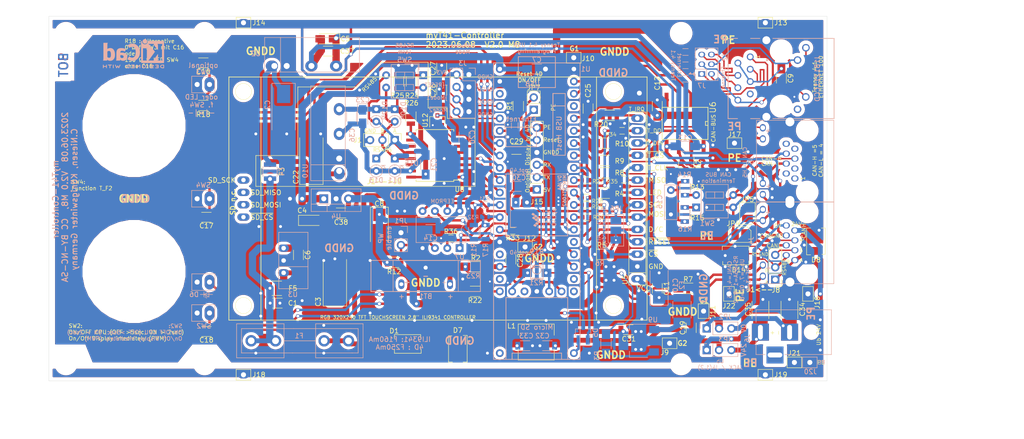
<source format=kicad_pcb>
(kicad_pcb (version 20171130) (host pcbnew "(5.1.7)-1")
  (title_block (title "myT41- Controller (with Teensy 4.1)") (date 2023-08-18) (rev V2.0) (company "C. Niesen, Königswinter, Germany") (comment 1 "CC BY-NC-SA") (comment 2 "Controller Board, ETH, CAN, RS485, EEPROM, BAT, DISPLAY, Mode") (comment 3 "Experimental Study  (Communication to myT40-PLC)") (comment 4 "Modifications: M8"))
  (layers (0 F.Cu signal) (31 B.Cu signal) (34 B.Paste user hide) (35 F.Paste user hide) (36 B.SilkS user) (37 F.SilkS user) (38 B.Mask user) (39 F.Mask user) (44 Edge.Cuts user))
  (net 0 "")
  (net 1 GNDD)
  (net 2 "Net-(C1-Pad1)")
  (net 3 "Net-(C2-Pad1)")
  (net 4 "Net-(C3-Pad1)")
  (net 5 +3V3)
  (net 6 /UpperPCB/GND_CAN_BUS)
  (net 7 /UpperPCB/Ub_CAN_BUS)
  (net 8 /UpperPCB/VBAT)
  (net 9 /UpperPCB/LED3)
  (net 10 /UpperPCB/LED2)
  (net 11 /UpperPCB/LED1)
  (net 12 /UpperPCB/CAN1L)
  (net 13 /UpperPCB/CAN1H)
  (net 14 /UpperPCB/24V)
  (net 15 /UpperPCB/~SW_MODE_2)
  (net 16 /UpperPCB/~RESET)
  (net 17 /UpperPCB/~SW_MODE_1)
  (net 18 /UpperPCB/BAT_CHECK)
  (net 19 /UpperPCB/SPISCK)
  (net 20 "Net-(R4-Pad2)")
  (net 21 /UpperPCB/~CS_D)
  (net 22 /UpperPCB/~EE_HOLD)
  (net 23 "Net-(R13-Pad2)")
  (net 24 "Net-(R15-Pad2)")
  (net 25 /UpperPCB/T_IRQ)
  (net 26 /UpperPCB/~CS_T)
  (net 27 /UpperPCB/DC)
  (net 28 /UpperPCB/MOSI)
  (net 29 /UpperPCB/MISO)
  (net 30 /UpperPCB/5V_CPU)
  (net 31 "Net-(C15-Pad1)")
  (net 32 "Net-(C9-Pad2)")
  (net 33 /UpperPCB/ETH_GND)
  (net 34 /UpperPCB/ETH_T+)
  (net 35 /UpperPCB/ETH_T-)
  (net 36 /UpperPCB/ETH_R+)
  (net 37 /UpperPCB/ETH_R-)
  (net 38 "Net-(J4-Pad10)")
  (net 39 "Net-(J4-Pad12)")
  (net 40 "Net-(J5-Pad12)")
  (net 41 "Net-(J5-Pad10)")
  (net 42 /UpperPCB/ETH_LED)
  (net 43 /UpperPCB/~EE_CS)
  (net 44 "Net-(C10-Pad1)")
  (net 45 /UpperPCB/T_F1)
  (net 46 /UpperPCB/T_F2)
  (net 47 "Net-(C18-Pad1)")
  (net 48 /UpperPCB/D_SLEEP)
  (net 49 "Net-(F2-Pad1)")
  (net 50 /UpperPCB/D_VCC_ON)
  (net 51 /UpperPCB/ON-OFF)
  (net 52 /UpperPCB/CANRX)
  (net 53 /UpperPCB/CANTX)
  (net 54 "Net-(D6-Pad2)")
  (net 55 /UpperPCB/LED_SW2)
  (net 56 /UpperPCB/~WP)
  (net 57 Earth)
  (net 58 /UpperPCB/D_LED_PWM)
  (net 59 "Net-(R3-Pad2)")
  (net 60 /UpperPCB/Ub_RS485)
  (net 61 /UpperPCB/GND_RS485)
  (net 62 "Net-(C22-Pad1)")
  (net 63 /UpperPCB/RS485_A)
  (net 64 /UpperPCB/RS485_B)
  (net 65 "Net-(J4-Pad5)")
  (net 66 "Net-(J4-Pad4)")
  (net 67 /UpperPCB/~UART_RE)
  (net 68 /UpperPCB/UART_TX)
  (net 69 /UpperPCB/UART_RX)
  (net 70 /UpperPCB/RS485-B)
  (net 71 /UpperPCB/RS485-A)
  (net 72 "Net-(C16-Pad1)")
  (net 73 "Net-(JP6-Pad1)")
  (net 74 "Net-(JP6-Pad2)")
  (net 75 /UpperPCB/TX_4D)
  (net 76 /UpperPCB/RX_4D)
  (net 77 "Net-(J15-Pad5)")
  (net 78 "Net-(J15-Pad1)")
  (net 79 "Net-(R19-Pad2)")
  (net 80 "Net-(R20-Pad1)")
  (net 81 "Net-(U12-Pad2)")
  (net 82 "Net-(C33-Pad1)")
  (net 83 "Net-(C34-Pad2)")
  (net 84 "Net-(C35-Pad1)")
  (net 85 "Net-(D1-Pad1)")
  (net 86 "Net-(R24-Pad2)")
  (net 87 "Net-(R24-Pad1)")
  (net 88 "Net-(R27-Pad1)")
  (net 89 "Net-(R28-Pad1)")
  (net 90 "Net-(R29-Pad1)")
  (net 91 "Net-(R30-Pad1)")
  (net 92 "Net-(R31-Pad2)")
  (net 93 "Net-(R32-Pad2)")
  (net 94 "Net-(R33-Pad2)")
  (net 95 "Net-(R34-Pad1)")
  (net 96 "Net-(R35-Pad2)")
  (net 97 "Net-(R36-Pad2)")
  (net 98 "Net-(J4-Pad8)")
  (net 99 "Net-(J4-Pad7)")
  (module mylib:SIP-7_2S7WA (layer B.Cu) (at 96.355 55.23)
    (fp_text reference U2 (at -3.81 -2.54 180) (layer B.SilkS) (effects (justify mirror)))
    (fp_text value 2S7WA_2405_S3RP)
    (pad 6 thru_hole oval (at 12.7 0) (size 2.5 2.2) (drill 1.2) (layers *.Cu *.Mask) (net 7 /UpperPCB/Ub_CAN_BUS))
    (pad 4 thru_hole oval (at 7.62 0) (size 2.5 2.2) (drill 1.2) (layers *.Cu *.Mask) (net 6 /UpperPCB/GND_CAN_BUS))
    (pad 2 thru_hole oval (at 2.54 0) (size 2.5 2.2) (drill 1.2 (offset 0.5 0)) (layers *.Cu *.Mask) (net 1 GNDD))
    (pad 1 thru_hole oval (at 0 0) (size 2.5 2.2) (drill 1.2 (offset -0.5 0)) (layers *.Cu *.Mask) (net 3 "Net-(C2-Pad1)"))
  )
  (module mylib:SIP-7_2S7WA (layer B.Cu) (at 109.69 76.82 90)
    (fp_text reference U10 (at 0 -6.985 90) (layer B.SilkS) (effects (justify mirror)))
    (fp_text value 2S7WA_2405_S3RP)
    (pad 6 thru_hole oval (at 12.7 0 90) (size 2.5 2.2) (drill 1.2) (layers *.Cu *.Mask) (net 60 /UpperPCB/Ub_RS485))
    (pad 4 thru_hole oval (at 7.62 0 90) (size 2.5 2.2) (drill 1.2) (layers *.Cu *.Mask) (net 61 /UpperPCB/GND_RS485))
    (pad 2 thru_hole oval (at 2.54 0 90) (size 2.5 2.2) (drill 1.2 (offset 0.5 0)) (layers *.Cu *.Mask) (net 1 GNDD))
    (pad 1 thru_hole oval (at 0 0 90) (size 2.5 2.2) (drill 1.2 (offset -0.5 0)) (layers *.Cu *.Mask) (net 62 "Net-(C22-Pad1)"))
  )
  (module mylib:ILI9341 (layer F.Cu) (at 171 82.5 90)
    (fp_text reference U5 (at -16.672 -2.509 270) (layer F.SilkS))
    (fp_text value ili9341_touch)
    (fp_text user VCC (at -18.45 2.825 unlocked) (layer F.SilkS) (effects (justify right)))
    (fp_text user GND (at -13.97 2.19 unlocked) (layer F.SilkS) (effects (justify left)))
    (fp_text user ~CS (at -11.43 2.19 unlocked) (layer F.SilkS) (effects (justify left)))
    (fp_text user ~RESET (at -8.925 2.19 unlocked) (layer F.SilkS) (effects (justify left)))
    (fp_text user D/C (at -6.35 2.19 unlocked) (layer F.SilkS) (effects (justify left)))
    (fp_text user MOSI (at -3.21 2.19 unlocked) (layer F.SilkS) (effects (justify left)))
    (fp_text user SCK (at -1.305 2.19 unlocked) (layer F.SilkS) (effects (justify left)))
    (fp_text user LED (at 1.235 2.19 unlocked) (layer F.SilkS) (effects (justify left)))
    (fp_text user MISO (at 3.775 2.19 unlocked) (layer F.SilkS) (effects (justify left)))
    (fp_text user T_CLK (at 6.315 1.936 unlocked) (layer F.SilkS) (effects (justify left)))
    (fp_text user ~T_CS (at 8.855 1.936 unlocked) (layer F.SilkS) (effects (justify left)))
    (fp_text user T_DIN (at 11.395 5.365 unlocked) (layer F.SilkS) (effects (font (size 0.8 0.8) (thickness 0.12)) (justify right)))
    (fp_text user T_DO (at 13.935 4.984 unlocked) (layer F.SilkS) (effects (font (size 0.8 0.8) (thickness 0.12)) (justify right)))
    (fp_text user T_IRQ (at 18.38 1.555 unlocked) (layer F.SilkS) (effects (font (size 0.8 0.8) (thickness 0.12)) (justify right)))
    (fp_text user ~SD_CS (at -3.845 -74.772) (layer F.SilkS) (effects (justify right)))
    (fp_text user SD_MOSI (at -1.305 -73.121) (layer F.SilkS) (effects (justify right)))
    (fp_text user SD_MISO (at 1.235 -73.121 unlocked) (layer F.SilkS) (effects (justify right)))
    (fp_text user SD_SCK (at 3.775 -82.519 unlocked) (layer F.SilkS) (effects (justify right)))
    (pad 14 thru_hole oval (at 16.51 0 90) (size 1.5 2.5) (drill 0.9) (layers *.Cu *.Mask) (net 80 "Net-(R20-Pad1)"))
    (pad 13 thru_hole oval (at 13.97 0 90) (size 1.5 2.5) (drill 0.9) (layers *.Cu *.Mask) (net 95 "Net-(R34-Pad1)"))
    (pad 12 thru_hole oval (at 11.43 0 90) (size 1.5 2.5) (drill 0.9) (layers *.Cu *.Mask) (net 28 /UpperPCB/MOSI))
    (pad 11 thru_hole oval (at 8.89 0 90) (size 1.5 2.5) (drill 0.9) (layers *.Cu *.Mask) (net 26 /UpperPCB/~CS_T))
    (pad 10 thru_hole oval (at 6.35 0 90) (size 1.5 2.5) (drill 0.9) (layers *.Cu *.Mask) (net 19 /UpperPCB/SPISCK))
    (pad 9 thru_hole oval (at 3.81 0 90) (size 1.5 2.5) (drill 0.9) (layers *.Cu *.Mask) (net 96 "Net-(R35-Pad2)"))
    (pad 8 thru_hole oval (at 1.27 0 90) (size 1.5 2.5) (drill 0.9) (layers *.Cu *.Mask) (net 20 "Net-(R4-Pad2)"))
    (pad 7 thru_hole oval (at -1.27 0 90) (size 1.5 2.5) (drill 0.9) (layers *.Cu *.Mask) (net 19 /UpperPCB/SPISCK))
    (pad 6 thru_hole oval (at -3.81 0 90) (size 1.5 2.5) (drill 0.9) (layers *.Cu *.Mask) (net 28 /UpperPCB/MOSI))
    (pad 5 thru_hole oval (at -6.35 0 90) (size 1.5 2.5) (drill 0.9) (layers *.Cu *.Mask) (net 27 /UpperPCB/DC))
    (pad 4 thru_hole oval (at -8.89 0 90) (size 1.5 2.5) (drill 0.9) (layers *.Cu *.Mask) (net 74 "Net-(JP6-Pad2)"))
    (pad 3 thru_hole oval (at -11.43 0 90) (size 1.5 2.5) (drill 0.9) (layers *.Cu *.Mask) (net 21 /UpperPCB/~CS_D))
    (pad 2 thru_hole oval (at -13.97 0 90) (size 1.5 2.5) (drill 0.9) (layers *.Cu *.Mask) (net 1 GNDD))
    (pad 1 thru_hole oval (at -16.51 0 90) (size 1.5 2.5) (drill 0.9) (layers *.Cu *.Mask) (net 44 "Net-(C10-Pad1)"))
    (pad 21 thru_hole oval (at -3.81 -81 90) (size 1.5 2.5) (drill 0.9) (layers *.Cu *.Mask))
    (pad 24 thru_hole oval (at 3.81 -81 90) (size 1.5 2.5) (drill 0.9) (layers *.Cu *.Mask))
    (pad 23 thru_hole oval (at 1.27 -81 90) (size 1.5 2.5) (drill 0.9) (layers *.Cu *.Mask))
    (pad 22 thru_hole oval (at -1.27 -81 90) (size 1.5 2.5) (drill 0.9) (layers *.Cu *.Mask))
  )
  (module mylib:Teensy41_mod (layer B.Cu) (at 150.33 85.075 270)
    (fp_text reference U1 (at -29.21 -10.033 180) (layer B.SilkS) (effects (justify mirror)))
    (fp_text value Teensy4.1)
    (fp_text user DVJ6A (at -5.842 -4.699 270) (layer B.SilkS) (effects (font (size 0.7 0.7)) (justify mirror)))
    (fp_text user MIMXRT1062 (at -4.191 -5.715 90) (layer B.SilkS) (effects (font (size 0.7 0.7)) (justify mirror)))
    (fp_text user "Micro SD" (at 23.876 0) (layer B.SilkS) (effects (justify mirror)))
    (fp_text user USB (at -26.162 0.889) (layer B.SilkS) (effects (justify mirror)))
    (fp_text user Ethernet (at -18.923 3.175 180) (layer B.SilkS) (effects (justify mirror)))
    (fp_text user "USB Host" (at -16.002 -4.572 90) (layer B.SilkS) (effects (justify mirror)))
    (pad 48 thru_hole circle (at -29.21 7.62 270) (size 1.6 1.6) (drill 0.9) (layers *.Cu *.Mask) (net 30 /UpperPCB/5V_CPU))
    (pad 47 thru_hole circle (at -26.67 7.62 270) (size 1.6 1.6) (drill 0.9) (layers *.Cu *.Mask) (net 1 GNDD))
    (pad 46 thru_hole circle (at -24.13 7.62 270) (size 1.6 1.6) (drill 0.9) (layers *.Cu *.Mask))
    (pad 45 thru_hole circle (at -21.59 7.62 270) (size 1.6 1.6) (drill 0.9) (layers *.Cu *.Mask) (net 17 /UpperPCB/~SW_MODE_1))
    (pad 44 thru_hole circle (at -19.05 7.62 270) (size 1.6 1.6) (drill 0.9) (layers *.Cu *.Mask) (net 15 /UpperPCB/~SW_MODE_2))
    (pad 43 thru_hole circle (at -16.51 7.62 270) (size 1.6 1.6) (drill 0.9) (layers *.Cu *.Mask) (net 16 /UpperPCB/~RESET))
    (pad 42 thru_hole circle (at -13.97 7.62 270) (size 1.6 1.6) (drill 0.9) (layers *.Cu *.Mask) (net 45 /UpperPCB/T_F1))
    (pad 41 thru_hole circle (at -11.43 7.62 270) (size 1.6 1.6) (drill 0.9) (layers *.Cu *.Mask) (net 46 /UpperPCB/T_F2))
    (pad 40 thru_hole circle (at -8.89 7.62 270) (size 1.6 1.6) (drill 0.9) (layers *.Cu *.Mask) (net 67 /UpperPCB/~UART_RE))
    (pad 39 thru_hole circle (at -6.35 7.62 270) (size 1.6 1.6) (drill 0.9) (layers *.Cu *.Mask) (net 68 /UpperPCB/UART_TX))
    (pad 38 thru_hole circle (at -3.81 7.62 270) (size 1.6 1.6) (drill 0.9) (layers *.Cu *.Mask) (net 69 /UpperPCB/UART_RX))
    (pad 37 thru_hole circle (at -1.27 7.62 270) (size 1.6 1.6) (drill 0.9) (layers *.Cu *.Mask) (net 92 "Net-(R31-Pad2)"))
    (pad 36 thru_hole circle (at 1.27 7.62 270) (size 1.6 1.6) (drill 0.9) (layers *.Cu *.Mask) (net 93 "Net-(R32-Pad2)"))
    (pad 35 thru_hole circle (at 3.81 7.62 270) (size 1.6 1.6) (drill 0.9) (layers *.Cu *.Mask) (net 94 "Net-(R33-Pad2)"))
    (pad 1 thru_hole rect (at -29.21 -7.62 270) (size 1.6 1.6) (drill 0.9) (layers *.Cu *.Mask) (net 1 GNDD))
    (pad 2 thru_hole circle (at -26.67 -7.62 270) (size 1.6 1.6) (drill 0.9) (layers *.Cu *.Mask) (net 52 /UpperPCB/CANRX))
    (pad 3 thru_hole circle (at -24.13 -7.62 270) (size 1.6 1.6) (drill 0.9) (layers *.Cu *.Mask) (net 53 /UpperPCB/CANTX))
    (pad 4 thru_hole circle (at -21.59 -7.62 270) (size 1.6 1.6) (drill 0.9) (layers *.Cu *.Mask))
    (pad 5 thru_hole circle (at -19.05 -7.62 270) (size 1.6 1.6) (drill 0.9) (layers *.Cu *.Mask) (net 25 /UpperPCB/T_IRQ))
    (pad 6 thru_hole circle (at -16.51 -7.62 270) (size 1.6 1.6) (drill 0.9) (layers *.Cu *.Mask) (net 11 /UpperPCB/LED1))
    (pad 7 thru_hole circle (at -13.97 -7.62 270) (size 1.6 1.6) (drill 0.9) (layers *.Cu *.Mask) (net 10 /UpperPCB/LED2))
    (pad 8 thru_hole circle (at -11.43 -7.62 270) (size 1.6 1.6) (drill 0.9) (layers *.Cu *.Mask) (net 9 /UpperPCB/LED3))
    (pad 9 thru_hole circle (at -8.89 -7.62 270) (size 1.6 1.6) (drill 0.9) (layers *.Cu *.Mask) (net 58 /UpperPCB/D_LED_PWM))
    (pad 10 thru_hole circle (at -6.35 -7.62 270) (size 1.6 1.6) (drill 0.9) (layers *.Cu *.Mask) (net 88 "Net-(R27-Pad1)"))
    (pad 11 thru_hole circle (at -3.81 -7.62 270) (size 1.6 1.6) (drill 0.9) (layers *.Cu *.Mask) (net 89 "Net-(R28-Pad1)"))
    (pad 12 thru_hole circle (at -1.27 -7.62 270) (size 1.6 1.6) (drill 0.9) (layers *.Cu *.Mask) (net 90 "Net-(R29-Pad1)"))
    (pad 13 thru_hole circle (at 1.27 -7.62 270) (size 1.6 1.6) (drill 0.9) (layers *.Cu *.Mask) (net 91 "Net-(R30-Pad1)"))
    (pad 34 thru_hole circle (at 6.35 7.62 270) (size 1.6 1.6) (drill 0.9) (layers *.Cu *.Mask) (net 1 GNDD))
    (pad 33 thru_hole circle (at 8.89 7.62 270) (size 1.6 1.6) (drill 0.9) (layers *.Cu *.Mask))
    (pad 32 thru_hole circle (at 11.43 7.62 270) (size 1.6 1.6) (drill 0.9) (layers *.Cu *.Mask) (net 18 /UpperPCB/BAT_CHECK))
    (pad 31 thru_hole circle (at 13.97 7.62 270) (size 1.6 1.6) (drill 0.9) (layers *.Cu *.Mask))
    (pad 30 thru_hole circle (at 16.51 7.62 270) (size 1.6 1.6) (drill 0.9) (layers *.Cu *.Mask) (net 55 /UpperPCB/LED_SW2))
    (pad 25 thru_hole circle (at 29.21 7.62 270) (size 1.6 1.6) (drill 0.9) (layers *.Cu *.Mask))
    (pad 24 thru_hole circle (at 29.21 -7.62 270) (size 1.6 1.6) (drill 0.9) (layers *.Cu *.Mask) (net 48 /UpperPCB/D_SLEEP))
    (pad 14 thru_hole circle (at 3.81 -7.62 270) (size 1.6 1.6) (drill 0.9) (layers *.Cu *.Mask) (net 29 /UpperPCB/MISO))
    (pad 15 thru_hole circle (at 6.35 -7.62 270) (size 1.6 1.6) (drill 0.9) (layers *.Cu *.Mask))
    (pad 16 thru_hole circle (at 8.89 -7.62 270) (size 1.6 1.6) (drill 0.9) (layers *.Cu *.Mask) (net 75 /UpperPCB/TX_4D))
    (pad 19 thru_hole circle (at 16.51 -7.62 270) (size 1.6 1.6) (drill 0.9) (layers *.Cu *.Mask))
    (pad 18 thru_hole circle (at 13.97 -7.62 270) (size 1.6 1.6) (drill 0.9) (layers *.Cu *.Mask))
    (pad 17 thru_hole circle (at 11.43 -7.62 270) (size 1.6 1.6) (drill 0.9) (layers *.Cu *.Mask) (net 76 /UpperPCB/RX_4D))
    (pad 50 thru_hole circle (at 16.51 -5.08 270) (size 1.6 1.6) (drill 0.9) (layers *.Cu *.Mask) (net 8 /UpperPCB/VBAT))
    (pad 51 thru_hole circle (at 16.51 -2.54 270) (size 1.6 1.6) (drill 0.9) (layers *.Cu *.Mask) (net 50 /UpperPCB/D_VCC_ON))
    (pad 52 thru_hole circle (at 16.51 0 270) (size 1.6 1.6) (drill 0.9) (layers *.Cu *.Mask) (net 1 GNDD))
    (pad 53 thru_hole circle (at 16.51 2.54 270) (size 1.6 1.6) (drill 0.9) (layers *.Cu *.Mask))
    (pad 54 thru_hole circle (at 16.51 5.08 270) (size 1.6 1.6) (drill 0.9) (layers *.Cu *.Mask) (net 51 /UpperPCB/ON-OFF))
  )
  (module mylib:RJ45-LED (layer B.Cu) (at 202.5 74.8 270)
    (fp_text reference J5 (at -0.139 8.101 270) (layer B.SilkS) (effects (justify mirror)))
    (fp_text value 8P8C_LED_Shielded)
    (fp_text user + (at -6.2 4.7 90) (layer B.SilkS) (effects (justify mirror)))
    (fp_text user + (at 5.2 4.6 90) (layer B.SilkS) (effects (justify mirror)))
    (pad 8 thru_hole oval (at -3.57 0.89 270) (size 1.2 1.5) (drill 0.9) (layers *.Cu *.Mask))
    (pad 7 thru_hole oval (at -2.55 -0.89 270) (size 1.2 1.5) (drill 0.9) (layers *.Cu *.Mask))
    (pad 6 thru_hole oval (at -1.53 0.89 270) (size 1.2 1.5) (drill 0.9) (layers *.Cu *.Mask) (net 6 /UpperPCB/GND_CAN_BUS))
    (pad 5 thru_hole oval (at -0.51 -0.89 270) (size 1.2 1.5) (drill 0.9) (layers *.Cu *.Mask) (net 13 /UpperPCB/CAN1H))
    (pad 4 thru_hole oval (at 0.51 0.89 270) (size 1.2 1.5) (drill 0.9) (layers *.Cu *.Mask) (net 12 /UpperPCB/CAN1L))
    (pad 3 thru_hole oval (at 1.53 -0.89 270) (size 1.2 1.5) (drill 0.9) (layers *.Cu *.Mask))
    (pad 2 thru_hole oval (at 2.55 0.89 270) (size 1.2 1.5) (drill 0.9) (layers *.Cu *.Mask))
    (pad 1 thru_hole oval (at 3.57 -0.89 270) (size 1.2 1.5) (drill 0.9) (layers *.Cu *.Mask))
    (pad 9 thru_hole oval (at 6.86 5.7 270) (size 1.5 1.2) (drill 0.9) (layers *.Cu *.Mask) (net 1 GNDD))
    (pad 10 thru_hole oval (at 4.57 5.7 270) (size 1.5 1.2) (drill 0.9) (layers *.Cu *.Mask) (net 41 "Net-(J5-Pad10)"))
    (pad 11 thru_hole oval (at -4.57 5.7 270) (size 1.5 1.2) (drill 0.9) (layers *.Cu *.Mask) (net 1 GNDD))
    (pad 12 thru_hole oval (at -6.86 5.7 270) (size 1.5 1.2) (drill 0.9) (layers *.Cu *.Mask) (net 40 "Net-(J5-Pad12)"))
    (pad "" np_thru_hole circle (at -6.35 -3.43 270) (size 3.2 3.2) (drill 3.2) (layers *.Cu *.Mask))
    (pad SH thru_hole circle (at -8.075 0.13 270) (size 3 3) (drill 1.8) (layers *.Cu *.Mask) (net 57 Earth))
    (pad "" np_thru_hole circle (at 6.35 -3.43 270) (size 3.2 3.2) (drill 3.2) (layers *.Cu *.Mask))
    (pad SH thru_hole circle (at 8.075 0.13 270) (size 3 3) (drill 1.8) (layers *.Cu *.Mask) (net 57 Earth))
  )
  (module Connector_PinHeader_2.54mm:PinHeader_1x03_P2.54mm_Vertical (layer B.Cu) (at 185.255 113.65 270)
    (fp_text reference JP3 (at -2.159 -3.81 180) (layer B.SilkS) (effects (justify mirror)))
    (fp_text value "24V J4/JACK")
    (pad 3 thru_hole oval (at 0 -5.08 270) (size 1.7 1.7) (drill 1) (layers *.Cu *.Mask) (net 84 "Net-(C35-Pad1)"))
    (pad 2 thru_hole oval (at 0 -2.54 270) (size 1.7 1.7) (drill 1) (layers *.Cu *.Mask) (net 14 /UpperPCB/24V))
    (pad 1 thru_hole rect (at 0 0 270) (size 1.7 1.7) (drill 1) (layers *.Cu *.Mask) (net 99 "Net-(J4-Pad7)"))
  )
  (module Connector_PinHeader_2.54mm:PinHeader_1x03_P2.54mm_Vertical (layer B.Cu) (at 185.255 109.205 270)
    (fp_text reference JP2 (at -2.413 -3.81) (layer B.SilkS) (effects (justify mirror)))
    (fp_text value "0V CAN / JACK")
    (pad 3 thru_hole oval (at 0 -5.08 270) (size 1.7 1.7) (drill 1) (layers *.Cu *.Mask) (net 83 "Net-(C34-Pad2)"))
    (pad 2 thru_hole oval (at 0 -2.54 270) (size 1.7 1.7) (drill 1) (layers *.Cu *.Mask) (net 1 GNDD))
    (pad 1 thru_hole rect (at 0 0 270) (size 1.7 1.7) (drill 1) (layers *.Cu *.Mask) (net 98 "Net-(J4-Pad8)"))
  )
  (module Capacitors_Tantalum_SMD:CP_Tantalum_Case-D_EIA-7343-31_Hand (layer B.Cu) (at 98.26 64.755 270)
    (fp_text reference C2 (at -1.524 3.302 90) (layer B.SilkS) (effects (justify mirror)))
    (fp_text value "T491D Tantal, 10µF, 50V")
    (pad 2 smd rect (at 3.775 0 270) (size 3.75 2.7) (layers B.Cu B.Paste B.Mask) (net 1 GNDD))
    (pad 1 smd rect (at -3.775 0 270) (size 3.75 2.7) (layers B.Cu B.Paste B.Mask) (net 3 "Net-(C2-Pad1)"))
  )
  (module Capacitors_Tantalum_SMD:CP_Tantalum_Case-D_EIA-7343-31_Hand (layer F.Cu) (at 108.801 98.664 90)
    (fp_text reference C3 (at -5.08 -3.429 90) (layer F.SilkS))
    (fp_text value "T491D Tantal, 10µF, 50V")
    (pad 1 smd rect (at -3.775 0 90) (size 3.75 2.7) (layers F.Cu F.Paste F.Mask) (net 4 "Net-(C3-Pad1)"))
    (pad 2 smd rect (at 3.775 0 90) (size 3.75 2.7) (layers F.Cu F.Paste F.Mask) (net 1 GNDD))
  )
  (module Capacitors_SMD:C_1206_HandSoldering (layer B.Cu) (at 150.33 55.865)
    (fp_text reference C7 (at 0 -1.905) (layer B.SilkS) (effects (justify mirror)))
    (fp_text value "KEM X7R, 100n 50V")
    (pad 2 smd rect (at 2 0) (size 2 1.6) (layers B.Cu B.Paste B.Mask) (net 1 GNDD))
    (pad 1 smd rect (at -2 0) (size 2 1.6) (layers B.Cu B.Paste B.Mask) (net 30 /UpperPCB/5V_CPU))
  )
  (module Capacitors_SMD:C_1206_HandSoldering (layer F.Cu) (at 175.095 63.485 90)
    (fp_text reference C12 (at 4.699 0 90) (layer F.SilkS))
    (fp_text value "KEM X7R, 100n 50V")
    (pad 1 smd rect (at -2 0 90) (size 2 1.6) (layers F.Cu F.Paste F.Mask) (net 5 +3V3))
    (pad 2 smd rect (at 2 0 90) (size 2 1.6) (layers F.Cu F.Paste F.Mask) (net 1 GNDD))
  )
  (module Capacitors_THT:C_Rect_L7.0mm_W2.5mm_P5.00mm (layer B.Cu) (at 177.889 80.757 270)
    (fp_text reference C15 (at 2.413 2.286 90) (layer B.SilkS) (effects (justify mirror)))
    (fp_text value 4n7)
    (pad 2 thru_hole circle (at 5 0 270) (size 1.6 1.6) (drill 0.8) (layers *.Cu *.Mask) (net 57 Earth))
    (pad 1 thru_hole circle (at 0 0 270) (size 1.6 1.6) (drill 0.8) (layers *.Cu *.Mask) (net 31 "Net-(C15-Pad1)"))
  )
  (module Capacitors_SMD:C_1206_HandSoldering (layer B.Cu) (at 180.848 71.755 180)
    (fp_text reference C13 (at 0 1.75) (layer B.SilkS) (effects (justify mirror)))
    (fp_text value "KEM X7R, 100n 50V")
    (pad 1 smd rect (at -2 0 180) (size 2 1.6) (layers B.Cu B.Paste B.Mask) (net 7 /UpperPCB/Ub_CAN_BUS))
    (pad 2 smd rect (at 2 0 180) (size 2 1.6) (layers B.Cu B.Paste B.Mask) (net 6 /UpperPCB/GND_CAN_BUS))
  )
  (module Fuse_Holders_and_Fuses:Fuseholder5x20_horiz_open_inline_Type-I (layer B.Cu) (at 111.595 111.745 180)
    (fp_text reference F1 (at 10.16 1.016) (layer B.SilkS) (effects (justify mirror)))
    (fp_text value "160mA F")
    (pad 1 thru_hole circle (at 0 0 180) (size 2.35 2.35) (drill 1.35) (layers *.Cu *.Mask) (net 85 "Net-(D1-Pad1)"))
    (pad 1 thru_hole circle (at 5 0 180) (size 2.35 2.35) (drill 1.35) (layers *.Cu *.Mask) (net 85 "Net-(D1-Pad1)"))
    (pad 2 thru_hole circle (at 20 0 180) (size 2.35 2.35) (drill 1.35) (layers *.Cu *.Mask) (net 2 "Net-(C1-Pad1)"))
    (pad 2 thru_hole circle (at 15 0 180) (size 2.35 2.35) (drill 1.35) (layers *.Cu *.Mask) (net 2 "Net-(C1-Pad1)"))
  )
  (module Mounting_Holes:MountingHole_3mm (layer F.Cu) (at 67.5 97.5)
    (fp_text reference H1 (at 0 -4) (layer F.SilkS))
    (fp_text value MountingHole)
    (pad "" np_thru_hole circle (at 0 0) (size 20 20) (drill 20) (layers *.Cu *.Mask))
  )
  (module Mounting_Holes:MountingHole_3mm (layer F.Cu) (at 67.5 67.5)
    (fp_text reference H2 (at 0 -4) (layer F.SilkS))
    (fp_text value MountingHole)
    (pad "" np_thru_hole circle (at 0 0) (size 20 20) (drill 20) (layers *.Cu *.Mask))
  )
  (module Mounting_Holes:MountingHole_3mm (layer F.Cu) (at 90 104.5)
    (fp_text reference H4 (at 0.005 0.26) (layer F.SilkS))
    (fp_text value MountingHole)
    (pad "" np_thru_hole circle (at 0 0) (size 3.2 3.2) (drill 3.2) (layers *.Cu *.Mask))
  )
  (module Mounting_Holes:MountingHole_3mm (layer F.Cu) (at 90 60.5)
    (fp_text reference H5 (at -0.249 -0.063) (layer F.SilkS))
    (fp_text value MountingHole)
    (pad "" np_thru_hole circle (at 0 0) (size 3.2 3.2) (drill 3.2) (layers *.Cu *.Mask))
  )
  (module Mounting_Holes:MountingHole_3mm (layer F.Cu) (at 166.09 60.5)
    (fp_text reference H6 (at 0 -0.19) (layer F.SilkS))
    (fp_text value MountingHole)
    (pad "" np_thru_hole circle (at 0 0) (size 3.2 3.2) (drill 3.2) (layers *.Cu *.Mask))
  )
  (module Mounting_Holes:MountingHole_3mm (layer F.Cu) (at 166.08 104.5)
    (fp_text reference H7 (at 0 0) (layer F.SilkS))
    (fp_text value MountingHole)
    (pad "" np_thru_hole circle (at 0 0) (size 3.2 3.2) (drill 3.2) (layers *.Cu *.Mask))
  )
  (module Mounting_Holes:MountingHole_3mm (layer F.Cu) (at 180 116.5)
    (fp_text reference H8 (at 0 0) (layer F.SilkS))
    (fp_text value MountingHole)
    (pad "" np_thru_hole circle (at 0 0) (size 3.2 3.2) (drill 3.2) (layers *.Cu *.Mask))
  )
  (module Mounting_Holes:MountingHole_3mm (layer F.Cu) (at 180 48.5)
    (fp_text reference H9 (at 0 0) (layer F.SilkS))
    (fp_text value MountingHole)
    (pad "" np_thru_hole circle (at 0 0) (size 3.2 3.2) (drill 3.2) (layers *.Cu *.Mask))
  )
  (module Mounting_Holes:MountingHole_3mm (layer F.Cu) (at 53.5 116.5)
    (fp_text reference H10 (at 0 0) (layer F.SilkS))
    (fp_text value MountingHole)
    (pad "" np_thru_hole circle (at 0 0) (size 3.2 3.2) (drill 3.2) (layers *.Cu *.Mask))
  )
  (module Mounting_Holes:MountingHole_3mm (layer F.Cu) (at 53.5 48.5)
    (fp_text reference H11 (at 0 0) (layer F.SilkS))
    (fp_text value MountingHole)
    (pad "" np_thru_hole circle (at 0 0) (size 3.2 3.2) (drill 3.2) (layers *.Cu *.Mask))
  )
  (module Mounting_Holes:MountingHole_3mm (layer F.Cu) (at 82 48.5)
    (fp_text reference H12 (at 0 0) (layer F.SilkS))
    (fp_text value MountingHole)
    (pad "" np_thru_hole circle (at 0 0) (size 3.2 3.2) (drill 3.2) (layers *.Cu *.Mask))
  )
  (module Resistors_SMD:R_1206_HandSoldering (layer F.Cu) (at 146.52 63.485 270)
    (fp_text reference R1 (at -0.127 1.778 90) (layer F.SilkS))
    (fp_text value 3K3)
    (pad 2 smd rect (at 2 0 270) (size 2 1.7) (layers F.Cu F.Paste F.Mask) (net 16 /UpperPCB/~RESET))
    (pad 1 smd rect (at -2 0 270) (size 2 1.7) (layers F.Cu F.Paste F.Mask) (net 5 +3V3))
  )
  (module Resistors_SMD:R_1206_HandSoldering (layer F.Cu) (at 137.63 96.505 180)
    (fp_text reference R2 (at -0.127 1.778) (layer F.SilkS))
    (fp_text value 680k)
    (pad 2 smd rect (at 2 0 180) (size 2 1.7) (layers F.Cu F.Paste F.Mask) (net 8 /UpperPCB/VBAT))
    (pad 1 smd rect (at -2 0 180) (size 2 1.7) (layers F.Cu F.Paste F.Mask) (net 18 /UpperPCB/BAT_CHECK))
  )
  (module Buttons_Switches_THT:SW_DIP_x2_W7.62mm_Slide_LowProfile (layer B.Cu) (at 183.096 84.313)
    (fp_text reference SW1 (at 2.286 3.302) (layer B.SilkS) (effects (justify mirror)))
    (fp_text value SW_DIP_x02)
    (pad 4 thru_hole oval (at 7.62 0) (size 1.6 1.6) (drill 0.8) (layers *.Cu *.Mask) (net 12 /UpperPCB/CAN1L))
    (pad 2 thru_hole oval (at 0 -2.54) (size 1.6 1.6) (drill 0.8) (layers *.Cu *.Mask) (net 23 "Net-(R13-Pad2)"))
    (pad 3 thru_hole oval (at 7.62 -2.54) (size 1.6 1.6) (drill 0.8) (layers *.Cu *.Mask) (net 13 /UpperPCB/CAN1H))
    (pad 1 thru_hole rect (at 0 0) (size 1.6 1.6) (drill 0.8) (layers *.Cu *.Mask) (net 24 "Net-(R15-Pad2)"))
  )
  (module mylib:SIP-3-LC78 (layer B.Cu) (at 98.26 95.235 90)
    (fp_text reference U3 (at -6.985 1.905) (layer B.SilkS) (effects (justify mirror)))
    (fp_text value LC78_05-1.0)
    (pad 1 thru_hole oval (at -2.54 0 90) (size 1.5 2.2) (drill 0.9) (layers *.Cu *.Mask) (net 4 "Net-(C3-Pad1)"))
    (pad 2 thru_hole oval (at 0 0 90) (size 1.5 2.2) (drill 0.9) (layers *.Cu *.Mask) (net 1 GNDD))
    (pad 3 thru_hole oval (at 2.54 0 90) (size 1.5 2.2) (drill 0.9) (layers *.Cu *.Mask) (net 30 /UpperPCB/5V_CPU))
  )
  (module mylib:SOP-8 (layer F.Cu) (at 180.81 67.041 180)
    (fp_text reference U6 (at -5.715 3.302 90) (layer F.SilkS) (effects (font (size 1.2 1.2))))
    (fp_text value ISO1050DUB)
    (pad 4 smd rect (at 3.81 4.8 180) (size 0.8 3) (layers F.Cu F.Paste F.Mask) (net 1 GNDD))
    (pad 5 smd rect (at 3.81 -4.8 180) (size 0.8 3) (layers F.Cu F.Paste F.Mask) (net 6 /UpperPCB/GND_CAN_BUS))
    (pad 3 smd rect (at 1.27 4.8 180) (size 0.8 3) (layers F.Cu F.Paste F.Mask) (net 53 /UpperPCB/CANTX))
    (pad 6 smd rect (at 1.27 -4.8 180) (size 0.8 3) (layers F.Cu F.Paste F.Mask) (net 12 /UpperPCB/CAN1L))
    (pad 2 smd rect (at -1.27 4.8 180) (size 0.8 3) (layers F.Cu F.Paste F.Mask) (net 52 /UpperPCB/CANRX))
    (pad 7 smd rect (at -1.27 -4.8 180) (size 0.8 3) (layers F.Cu F.Paste F.Mask) (net 13 /UpperPCB/CAN1H))
    (pad 1 smd rect (at -3.81 4.8 180) (size 0.8 3) (layers F.Cu F.Paste F.Mask) (net 5 +3V3))
    (pad 8 smd rect (at -3.81 -4.8 180) (size 0.8 3) (layers F.Cu F.Paste F.Mask) (net 7 /UpperPCB/Ub_CAN_BUS))
  )
  (module Housings_DIP:DIP-8_W7.62mm (layer B.Cu) (at 134.455 92.695 90)
    (fp_text reference U7 (at -1.778 0 180) (layer B.SilkS) (effects (justify mirror)))
    (fp_text value 25LC512-I/P)
    (pad 8 thru_hole oval (at 7.62 0 90) (size 1.6 1.6) (drill 0.8) (layers *.Cu *.Mask) (net 5 +3V3))
    (pad 4 thru_hole oval (at 0 -7.62 90) (size 1.6 1.6) (drill 0.8) (layers *.Cu *.Mask) (net 1 GNDD))
    (pad 7 thru_hole oval (at 7.62 -2.54 90) (size 1.6 1.6) (drill 0.8) (layers *.Cu *.Mask) (net 22 /UpperPCB/~EE_HOLD))
    (pad 3 thru_hole oval (at 0 -5.08 90) (size 1.6 1.6) (drill 0.8) (layers *.Cu *.Mask) (net 56 /UpperPCB/~WP))
    (pad 6 thru_hole oval (at 7.62 -5.08 90) (size 1.6 1.6) (drill 0.8) (layers *.Cu *.Mask) (net 19 /UpperPCB/SPISCK))
    (pad 2 thru_hole oval (at 0 -2.54 90) (size 1.6 1.6) (drill 0.8) (layers *.Cu *.Mask) (net 97 "Net-(R36-Pad2)"))
    (pad 5 thru_hole oval (at 7.62 -7.62 90) (size 1.6 1.6) (drill 0.8) (layers *.Cu *.Mask) (net 28 /UpperPCB/MOSI))
    (pad 1 thru_hole rect (at 0 0 90) (size 1.6 1.6) (drill 0.8) (layers *.Cu *.Mask) (net 43 /UpperPCB/~EE_CS))
  )
  (module mylib:BAT_2032 (layer B.Cu) (at 127.47 98.41 180)
    (fp_text reference BT1 (at 0 -4.191 180) (layer B.SilkS) (effects (justify mirror)))
    (fp_text value "3V Lithium 2032")
    (fp_text user - (at 0 0) (layer B.SilkS) (effects (font (thickness 0.2)) (justify mirror)))
    (fp_text user + (at -3.81 -1.27) (layer B.SilkS) (effects (font (thickness 0.1)) (justify mirror)))
    (fp_text user + (at 3.81 -1.27) (layer B.SilkS) (effects (font (thickness 0.2)) (justify mirror)))
    (pad 1 thru_hole oval (at -5 -1.7 180) (size 1.2 2) (drill 0.8) (layers *.Cu *.Mask) (net 8 /UpperPCB/VBAT))
    (pad 2 thru_hole oval (at 0 1.7 180) (size 1.2 2) (drill 0.8) (layers *.Cu *.Mask) (net 1 GNDD))
    (pad 3 thru_hole oval (at 5 -1.7 180) (size 1.2 2) (drill 0.8) (layers *.Cu *.Mask))
  )
  (module Capacitors_SMD:C_1206_HandSoldering (layer F.Cu) (at 175.095 100.95 90)
    (fp_text reference C11 (at 0 1.905 90) (layer F.SilkS))
    (fp_text value "KEM X7R, 100n 50V")
    (pad 2 smd rect (at 2 0 90) (size 2 1.6) (layers F.Cu F.Paste F.Mask) (net 1 GNDD))
    (pad 1 smd rect (at -2 0 90) (size 2 1.6) (layers F.Cu F.Paste F.Mask) (net 44 "Net-(C10-Pad1)"))
  )
  (module Capacitors_SMD:C_1206_HandSoldering (layer F.Cu) (at 200.622 57.77 90)
    (fp_text reference C9 (at 0 1.905 90) (layer F.SilkS))
    (fp_text value "KEM X7R, 100n 50V")
    (pad 2 smd rect (at 2 0 90) (size 2 1.6) (layers F.Cu F.Paste F.Mask) (net 32 "Net-(C9-Pad2)"))
    (pad 1 smd rect (at -2 0 90) (size 2 1.6) (layers F.Cu F.Paste F.Mask) (net 33 /UpperPCB/ETH_GND))
  )
  (module Resistors_SMD:R_1206_HandSoldering (layer F.Cu) (at 181.445 100.95)
    (fp_text reference R7 (at 0 -1.85) (layer F.SilkS))
    (fp_text value 150)
    (pad 1 smd rect (at -2 0) (size 2 1.7) (layers F.Cu F.Paste F.Mask) (net 5 +3V3))
    (pad 2 smd rect (at 2 0) (size 2 1.7) (layers F.Cu F.Paste F.Mask) (net 38 "Net-(J4-Pad10)"))
  )
  (module TO_SOT_Packages_THT:TO-220-3_Vertical (layer B.Cu) (at 106.515 82.535)
    (fp_text reference U4 (at 2.54 3.62) (layer B.SilkS) (effects (justify mirror)))
    (fp_text value "LM 3940 IT3,3")
    (pad 3 thru_hole oval (at 5.08 0) (size 1.8 1.8) (drill 1) (layers *.Cu *.Mask) (net 5 +3V3))
    (pad 2 thru_hole oval (at 2.54 0) (size 1.8 1.8) (drill 1) (layers *.Cu *.Mask) (net 1 GNDD))
    (pad 1 thru_hole rect (at 0 0) (size 1.8 1.8) (drill 1) (layers *.Cu *.Mask) (net 30 /UpperPCB/5V_CPU))
  )
  (module Capacitors_SMD:C_1206_HandSoldering (layer F.Cu) (at 81.75 54.595 180)
    (fp_text reference C16 (at 0 -1.75) (layer F.SilkS))
    (fp_text value "KEM X7R, 100n 50V")
    (pad 2 smd rect (at 2 0 180) (size 2 1.6) (layers F.Cu F.Paste F.Mask) (net 1 GNDD))
    (pad 1 smd rect (at -2 0 180) (size 2 1.6) (layers F.Cu F.Paste F.Mask) (net 72 "Net-(C16-Pad1)"))
  )
  (module Capacitors_SMD:C_1206_HandSoldering (layer F.Cu) (at 82.385 86.345 180)
    (fp_text reference C17 (at 0 -1.75) (layer F.SilkS))
    (fp_text value "KEM X7R, 100n 50V")
    (pad 1 smd rect (at -2 0 180) (size 2 1.6) (layers F.Cu F.Paste F.Mask) (net 46 /UpperPCB/T_F2))
    (pad 2 smd rect (at 2 0 180) (size 2 1.6) (layers F.Cu F.Paste F.Mask) (net 1 GNDD))
  )
  (module Capacitors_SMD:C_1206_HandSoldering (layer F.Cu) (at 82.385 109.84 180)
    (fp_text reference C18 (at 0 -1.75) (layer F.SilkS))
    (fp_text value "KEM X7R, 100n 50V")
    (pad 2 smd rect (at 2 0 180) (size 2 1.6) (layers F.Cu F.Paste F.Mask) (net 1 GNDD))
    (pad 1 smd rect (at -2 0 180) (size 2 1.6) (layers F.Cu F.Paste F.Mask) (net 47 "Net-(C18-Pad1)"))
  )
  (module TO_SOT_Packages_SMD:SOT-23_Handsoldering (layer B.Cu) (at 159.855 110.07 90)
    (fp_text reference D5 (at 0 2.5 90) (layer B.SilkS) (effects (justify mirror)))
    (fp_text value BAT54C)
    (pad 3 smd rect (at 1.5 0 90) (size 1.9 0.8) (layers B.Cu B.Paste B.Mask) (net 47 "Net-(C18-Pad1)"))
    (pad 2 smd rect (at -1.5 -0.95 90) (size 1.9 0.8) (layers B.Cu B.Paste B.Mask) (net 48 /UpperPCB/D_SLEEP))
    (pad 1 smd rect (at -1.5 0.95 90) (size 1.9 0.8) (layers B.Cu B.Paste B.Mask) (net 51 /UpperPCB/ON-OFF))
  )
  (module Resistors_SMD:R_1206_HandSoldering (layer B.Cu) (at 164.554 112.38 270)
    (fp_text reference R3 (at 2.413 1.85 90) (layer B.SilkS) (effects (justify mirror)))
    (fp_text value 270)
    (pad 2 smd rect (at 2 0 270) (size 2 1.7) (layers B.Cu B.Paste B.Mask) (net 59 "Net-(R3-Pad2)"))
    (pad 1 smd rect (at -2 0 270) (size 2 1.7) (layers B.Cu B.Paste B.Mask) (net 50 /UpperPCB/D_VCC_ON))
  )
  (module Resistors_SMD:R_1206_HandSoldering (layer B.Cu) (at 150.33 97.775 180)
    (fp_text reference R21 (at 0.127 -2.032 180) (layer B.SilkS) (effects (justify mirror)))
    (fp_text value "(3K3 opt)")
    (pad 2 smd rect (at 2 0 180) (size 2 1.7) (layers B.Cu B.Paste B.Mask) (net 51 /UpperPCB/ON-OFF))
    (pad 1 smd rect (at -2 0 180) (size 2 1.7) (layers B.Cu B.Paste B.Mask) (net 50 /UpperPCB/D_VCC_ON))
  )
  (module mylib:Lötauge-Junction-Dual-3x2 (layer B.Cu) (at 83.02 106.03 180)
    (fp_text reference SW2 (at 1.143 -2.667) (layer B.SilkS) (effects (justify mirror)))
    (fp_text value On/Off)
    (pad 1 thru_hole oval (at 0 0 180) (size 2 3) (drill 1) (layers *.Cu *.Mask) (net 47 "Net-(C18-Pad1)"))
    (pad 2 thru_hole oval (at 2.54 0 180) (size 2 3) (drill 1) (layers *.Cu *.Mask) (net 1 GNDD))
  )
  (module mylib:Lötauge-Junction-Dual-3x2 (layer B.Cu) (at 83.02 59.04 180)
    (fp_text reference SW3 (at 1.27 2.54) (layer B.SilkS) (effects (justify mirror)))
    (fp_text value F1)
    (pad 1 thru_hole oval (at 0 0 180) (size 2 3) (drill 1) (layers *.Cu *.Mask) (net 72 "Net-(C16-Pad1)"))
    (pad 2 thru_hole oval (at 2.54 0 180) (size 2 3) (drill 1) (layers *.Cu *.Mask) (net 1 GNDD))
  )
  (module mylib:Lötauge-Junction-Dual-3x2 (layer B.Cu) (at 83.02 82.535 180)
    (fp_text reference SW4 (at 1.27 2.794) (layer B.SilkS) (effects (justify mirror)))
    (fp_text value F2)
    (pad 2 thru_hole oval (at 2.54 0 180) (size 2 3) (drill 1) (layers *.Cu *.Mask) (net 1 GNDD))
    (pad 1 thru_hole oval (at 0 0 180) (size 2 3) (drill 1) (layers *.Cu *.Mask) (net 46 /UpperPCB/T_F2))
  )
  (module TO_SOT_Packages_SMD:SOT-223 (layer B.Cu) (at 171.285 111.745 180)
    (fp_text reference U9 (at -2.921 4.318) (layer B.SilkS) (effects (justify mirror)))
    (fp_text value BSP-452)
    (pad 4 smd rect (at 3.15 0 180) (size 2 3.8) (layers B.Cu B.Paste B.Mask) (net 30 /UpperPCB/5V_CPU))
    (pad 2 smd rect (at -3.15 0 180) (size 2 1.5) (layers B.Cu B.Paste B.Mask) (net 1 GNDD))
    (pad 3 smd rect (at -3.15 -2.3 180) (size 2 1.5) (layers B.Cu B.Paste B.Mask) (net 59 "Net-(R3-Pad2)"))
    (pad 1 smd rect (at -3.15 2.3 180) (size 2 1.5) (layers B.Cu B.Paste B.Mask) (net 49 "Net-(F2-Pad1)"))
  )
  (module Resistors_SMD:R_1206_HandSoldering (layer F.Cu) (at 137.63 101.585 180)
    (fp_text reference R22 (at 0 -1.85) (layer F.SilkS))
    (fp_text value 150)
    (pad 2 smd rect (at 2 0 180) (size 2 1.7) (layers F.Cu F.Paste F.Mask) (net 54 "Net-(D6-Pad2)"))
    (pad 1 smd rect (at -2 0 180) (size 2 1.7) (layers F.Cu F.Paste F.Mask) (net 55 /UpperPCB/LED_SW2))
  )
  (module mylib:Lötauge-Junction-Dual-3x2 (layer B.Cu) (at 80.48 99.68)
    (fp_text reference D6 (at -0.635 2.54) (layer B.SilkS) (effects (justify mirror)))
    (fp_text value LED_SW2)
    (pad 1 thru_hole oval (at 0 0) (size 2 3) (drill 1) (layers *.Cu *.Mask) (net 1 GNDD))
    (pad 2 thru_hole oval (at 2.54 0) (size 2 3) (drill 1) (layers *.Cu *.Mask) (net 54 "Net-(D6-Pad2)"))
  )
  (module Mounting_Holes:MountingHole_3mm (layer F.Cu) (at 82 116.5)
    (fp_text reference H13 (at 0 0) (layer F.SilkS))
    (fp_text value MountingHole)
    (pad "" np_thru_hole circle (at 0 0) (size 3.2 3.2) (drill 3.2) (layers *.Cu *.Mask))
  )
  (module mylib:RJ45_J1B1211CCD (layer B.Cu) (at 198 54 270)
    (fp_text reference J2 (at -0.675 9.062 90) (layer B.SilkS) (effects (justify mirror)))
    (fp_text value J1B1211CCD (at 3.81 -10 270) (layer B.SilkS) (effects (justify mirror)))
    (fp_text user * (at 0 0 270) (layer B.SilkS) (effects (justify mirror)))
    (pad SH thru_hole circle (at 11.684998 0.47001 180) (size 2.1082 2.1082) (drill 1.6002) (layers *.Cu *.Mask) (net 57 Earth))
    (pad SH thru_hole circle (at -4.064998 0.47001 180) (size 2.1082 2.1082) (drill 1.6002) (layers *.Cu *.Mask) (net 57 Earth))
    (pad "" np_thru_hole circle (at 9.525 -2.57999 270) (size 3.25 3.25) (drill 3.25) (layers *.Cu *.Mask))
    (pad "" np_thru_hole circle (at -1.905 -2.57999 270) (size 3.25 3.25) (drill 3.25) (layers *.Cu *.Mask))
    (pad 12 thru_hole circle (at 10.135 -5.93999 270) (size 1.5494 1.5494) (drill 1) (layers *.Cu *.Mask))
    (pad 11 thru_hole circle (at 7.595 -7.63999 270) (size 1.5494 1.5494) (drill 1) (layers *.Cu *.Mask) (net 33 /UpperPCB/ETH_GND))
    (pad 10 thru_hole circle (at 0.025 -5.93999 270) (size 1.5494 1.5494) (drill 1) (layers *.Cu *.Mask) (net 42 /UpperPCB/ETH_LED))
    (pad 9 thru_hole circle (at -2.515 -7.65999 270) (size 1.5494 1.5494) (drill 1) (layers *.Cu *.Mask) (net 33 /UpperPCB/ETH_GND))
    (pad 7 thru_hole circle (at 6.985 3.79001 270) (size 1.397 1.397) (drill 0.889) (layers *.Cu *.Mask))
    (pad 5 thru_hole circle (at 4.445 3.79001 270) (size 1.397 1.397) (drill 0.889) (layers *.Cu *.Mask) (net 32 "Net-(C9-Pad2)"))
    (pad 3 thru_hole circle (at 1.905 3.79001 270) (size 1.397 1.397) (drill 0.889) (layers *.Cu *.Mask) (net 35 /UpperPCB/ETH_T-))
    (pad 1 thru_hole circle (at -0.635 3.79001 270) (size 1.397 1.397) (drill 0.889) (layers *.Cu *.Mask) (net 34 /UpperPCB/ETH_T+))
    (pad 8 thru_hole circle (at 8.255 6.33001 270) (size 1.397 1.397) (drill 0.889) (layers *.Cu *.Mask) (net 33 /UpperPCB/ETH_GND))
    (pad 6 thru_hole circle (at 5.715 6.33001 270) (size 1.397 1.397) (drill 0.889) (layers *.Cu *.Mask) (net 37 /UpperPCB/ETH_R-))
    (pad 4 thru_hole circle (at 3.175 6.33001 270) (size 1.397 1.397) (drill 0.889) (layers *.Cu *.Mask) (net 36 /UpperPCB/ETH_R+))
    (pad 2 thru_hole circle (at 0.635 6.33001 270) (size 1.397 1.397) (drill 0.889) (layers *.Cu *.Mask) (net 32 "Net-(C9-Pad2)"))
  )
  (module mylib:PinHeader_2x03_P2.00mm_Vertical (layer B.Cu) (at 184.239 56.881)
    (fp_text reference J7 (at 0 2.413) (layer B.SilkS) (effects (justify mirror)))
    (fp_text value "<<-- Kabel")
    (pad 1 thru_hole rect (at 0 0) (size 1.4 1.1) (drill 0.8) (layers *.Cu *.Mask) (net 34 /UpperPCB/ETH_T+))
    (pad 2 thru_hole oval (at 2 0) (size 1.4 1.1) (drill 0.8) (layers *.Cu *.Mask) (net 35 /UpperPCB/ETH_T-))
    (pad 3 thru_hole oval (at 0 -2) (size 1.4 1.1) (drill 0.8) (layers *.Cu *.Mask) (net 33 /UpperPCB/ETH_GND))
    (pad 4 thru_hole oval (at 2 -2) (size 1.4 1.1) (drill 0.8) (layers *.Cu *.Mask) (net 42 /UpperPCB/ETH_LED))
    (pad 5 thru_hole oval (at 0 -4) (size 1.4 1.1) (drill 0.8) (layers *.Cu *.Mask) (net 37 /UpperPCB/ETH_R-))
    (pad 6 thru_hole oval (at 2 -4) (size 1.4 1.1) (drill 0.8) (layers *.Cu *.Mask) (net 36 /UpperPCB/ETH_R+))
  )
  (module Capacitors_SMD:C_1206_HandSoldering (layer B.Cu) (at 135.344 69.835 90)
    (fp_text reference C20 (at 0 1.75 270) (layer B.SilkS) (effects (justify mirror)))
    (fp_text value "KEM X7R, 100n 50V")
    (pad 2 smd rect (at 2 0 90) (size 2 1.6) (layers B.Cu B.Paste B.Mask) (net 1 GNDD))
    (pad 1 smd rect (at -2 0 90) (size 2 1.6) (layers B.Cu B.Paste B.Mask) (net 5 +3V3))
  )
  (module Capacitors_SMD:C_1206_HandSoldering (layer B.Cu) (at 127.47 75.55 90)
    (fp_text reference C21 (at 0 1.75 270) (layer B.SilkS) (effects (justify mirror)))
    (fp_text value "KEM X7R, 100n 50V")
    (pad 1 smd rect (at -2 0 90) (size 2 1.6) (layers B.Cu B.Paste B.Mask) (net 60 /UpperPCB/Ub_RS485))
    (pad 2 smd rect (at 2 0 90) (size 2 1.6) (layers B.Cu B.Paste B.Mask) (net 61 /UpperPCB/GND_RS485))
  )
  (module Capacitors_Tantalum_SMD:CP_Tantalum_Case-D_EIA-7343-31_Hand (layer F.Cu) (at 103.975 73.645 90)
    (fp_text reference C22 (at -4.445 -3.175 90) (layer F.SilkS))
    (fp_text value "T491D Tantal, 10µF, 50V")
    (pad 2 smd rect (at 3.775 0 90) (size 3.75 2.7) (layers F.Cu F.Paste F.Mask) (net 1 GNDD))
    (pad 1 smd rect (at -3.775 0 90) (size 3.75 2.7) (layers F.Cu F.Paste F.Mask) (net 62 "Net-(C22-Pad1)"))
  )
  (module Diodes_THT:D_DO-35_SOD27_P2.54mm_Vertical_KathodeUp (layer B.Cu) (at 121.12 64.12 270)
    (fp_text reference D10 (at -0.127 -1.778 90) (layer B.SilkS) (effects (justify mirror)))
    (fp_text value BAT46)
    (pad 1 thru_hole rect (at 0 0 270) (size 1.6 1.6) (drill 0.8) (layers *.Cu *.Mask) (net 60 /UpperPCB/Ub_RS485))
    (pad 2 thru_hole oval (at 2.54 0 270) (size 1.6 1.6) (drill 0.8) (layers *.Cu *.Mask) (net 70 /UpperPCB/RS485-B))
  )
  (module Diodes_THT:D_DO-35_SOD27_P2.54mm_Vertical_KathodeUp (layer B.Cu) (at 121.12 74.28 270)
    (fp_text reference D11 (at 4.445 0 180) (layer B.SilkS) (effects (justify mirror)))
    (fp_text value BAT46)
    (pad 2 thru_hole oval (at 2.54 0 270) (size 1.6 1.6) (drill 0.8) (layers *.Cu *.Mask) (net 61 /UpperPCB/GND_RS485))
    (pad 1 thru_hole rect (at 0 0 270) (size 1.6 1.6) (drill 0.8) (layers *.Cu *.Mask) (net 70 /UpperPCB/RS485-B))
  )
  (module Diodes_THT:D_DO-35_SOD27_P2.54mm_Vertical_KathodeUp (layer B.Cu) (at 117.31 64.12 270)
    (fp_text reference D12 (at -0.254 -1.778 270) (layer B.SilkS) (effects (justify mirror)))
    (fp_text value BAT46)
    (pad 1 thru_hole rect (at 0 0 270) (size 1.6 1.6) (drill 0.8) (layers *.Cu *.Mask) (net 60 /UpperPCB/Ub_RS485))
    (pad 2 thru_hole oval (at 2.54 0 270) (size 1.6 1.6) (drill 0.8) (layers *.Cu *.Mask) (net 71 /UpperPCB/RS485-A))
  )
  (module Diodes_THT:D_DO-35_SOD27_P2.54mm_Vertical_KathodeUp (layer B.Cu) (at 117.31 74.28 270)
    (fp_text reference D13 (at 4.445 0 180) (layer B.SilkS) (effects (justify mirror)))
    (fp_text value BAT46)
    (pad 2 thru_hole oval (at 2.54 0 270) (size 1.6 1.6) (drill 0.8) (layers *.Cu *.Mask) (net 61 /UpperPCB/GND_RS485))
    (pad 1 thru_hole rect (at 0 0 270) (size 1.6 1.6) (drill 0.8) (layers *.Cu *.Mask) (net 71 /UpperPCB/RS485-A))
  )
  (module mylib:Solder-Junction-2,2x1,5 (layer F.Cu) (at 192.113 89.901 180)
    (fp_text reference JP4 (at 1.397 2.286) (layer F.SilkS))
    (fp_text value CAN-L)
    (pad 2 smd rect (at 1 0 180) (size 1.5 2.2) (layers F.Cu F.Paste F.Mask) (net 12 /UpperPCB/CAN1L))
    (pad 1 smd rect (at -1 0 180) (size 1.5 2.2) (layers F.Cu F.Paste F.Mask) (net 66 "Net-(J4-Pad4)"))
  )
  (module mylib:Solder-Junction-2,2x1,5 (layer F.Cu) (at 193.637 85.583 90)
    (fp_text reference JP5 (at 2.921 0 180) (layer F.SilkS))
    (fp_text value CAN-H)
    (pad 1 smd rect (at -1 0 90) (size 1.5 2.2) (layers F.Cu F.Paste F.Mask) (net 65 "Net-(J4-Pad5)"))
    (pad 2 smd rect (at 1 0 90) (size 1.5 2.2) (layers F.Cu F.Paste F.Mask) (net 13 /UpperPCB/CAN1H))
  )
  (module mylib:SOIC-16W_7.5x10.3mm_Pitch1.27mm_handsoldered (layer F.Cu) (at 129.375 73.645 180)
    (fp_text reference U8 (at -5.08 -6.985) (layer F.SilkS))
    (fp_text value ADM2483xRW)
    (pad 16 smd rect (at 4.9 -4.445 180) (size 2 0.6) (layers F.Cu F.Paste F.Mask) (net 60 /UpperPCB/Ub_RS485))
    (pad 15 smd rect (at 4.9 -3.175 180) (size 2 0.6) (layers F.Cu F.Paste F.Mask) (net 61 /UpperPCB/GND_RS485))
    (pad 14 smd rect (at 4.9 -1.905 180) (size 2 0.6) (layers F.Cu F.Paste F.Mask))
    (pad 13 smd rect (at 4.9 -0.635 180) (size 2 0.6) (layers F.Cu F.Paste F.Mask) (net 70 /UpperPCB/RS485-B))
    (pad 12 smd rect (at 4.9 0.635 180) (size 2 0.6) (layers F.Cu F.Paste F.Mask) (net 71 /UpperPCB/RS485-A))
    (pad 11 smd rect (at 4.9 1.905 180) (size 2 0.6) (layers F.Cu F.Paste F.Mask))
    (pad 10 smd rect (at 4.9 3.175 180) (size 2 0.6) (layers F.Cu F.Paste F.Mask))
    (pad 9 smd rect (at 4.9 4.445 180) (size 2 0.6) (layers F.Cu F.Paste F.Mask) (net 61 /UpperPCB/GND_RS485))
    (pad 8 smd rect (at -4.9 4.445 180) (size 2 0.6) (layers F.Cu F.Paste F.Mask) (net 1 GNDD))
    (pad 7 smd rect (at -4.9 3.175 180) (size 2 0.6) (layers F.Cu F.Paste F.Mask) (net 81 "Net-(U12-Pad2)"))
    (pad 6 smd rect (at -4.9 1.905 180) (size 2 0.6) (layers F.Cu F.Paste F.Mask) (net 68 /UpperPCB/UART_TX))
    (pad 5 smd rect (at -4.9 0.635 180) (size 2 0.6) (layers F.Cu F.Paste F.Mask) (net 67 /UpperPCB/~UART_RE))
    (pad 4 smd rect (at -4.9 -0.635 180) (size 2 0.6) (layers F.Cu F.Paste F.Mask) (net 67 /UpperPCB/~UART_RE))
    (pad 3 smd rect (at -4.9 -1.905 180) (size 2 0.6) (layers F.Cu F.Paste F.Mask) (net 69 /UpperPCB/UART_RX))
    (pad 2 smd rect (at -4.9 -3.175 180) (size 2 0.6) (layers F.Cu F.Paste F.Mask) (net 1 GNDD))
    (pad 1 smd rect (at -4.9 -4.445 180) (size 2 0.6) (layers F.Cu F.Paste F.Mask) (net 5 +3V3))
  )
  (module Symbols:KiCad-Logo2_6mm_SilkScreen (layer B.Cu) (at 67.399 52.69 180)
    (fp_text reference A1 hide)
    (fp_text value mySymbol hide)
  )
  (module mylib:Lötauge-Junction (layer F.Cu) (at 177.635 112.253 270)
    (fp_text reference J9 (at 1.905 1.016 180) (layer F.SilkS))
    (fp_text value Conn_01x01)
    (pad 1 thru_hole oval (at 0 0 270) (size 1.5 2.2) (drill 1) (layers *.Cu *.Mask) (net 1 GNDD))
  )
  (module mylib:Lötauge-Junction (layer F.Cu) (at 157.919 53.534 270)
    (fp_text reference J10 (at 0.172 -2.952 180) (layer F.SilkS))
    (fp_text value Conn_01x01)
    (pad 1 thru_hole oval (at 0 0 270) (size 1.5 2.2) (drill 1) (layers *.Cu *.Mask) (net 1 GNDD))
  )
  (module mylib:Lötauge-Junction (layer F.Cu) (at 184.62 105.649)
    (fp_text reference J11 (at 1.905 0.127 90) (layer F.SilkS))
    (fp_text value Conn_01x01)
    (pad 1 thru_hole oval (at 0 0) (size 1.5 2.2) (drill 1) (layers *.Cu *.Mask) (net 1 GNDD))
  )
  (module mylib:Lötauge-Junction (layer F.Cu) (at 147.917 92.441 270)
    (fp_text reference J12 (at -1.778 -0.889 180) (layer F.SilkS))
    (fp_text value Conn_01x01)
    (pad 1 thru_hole oval (at 0 0 270) (size 1.5 2.2) (drill 1) (layers *.Cu *.Mask) (net 1 GNDD))
  )
  (module mylib:BARREL_JACK_5.5_2.1 (layer B.Cu) (at 196.304 109.967 180)
    (fp_text reference J6 (at 2.667 -1.27 270) (layer B.SilkS) (effects (justify mirror)))
    (fp_text value Barrel_Jack)
    (pad 3 thru_hole rect (at -3 -4.7 180) (size 3.5 3.5) (drill oval 3 1) (layers *.Cu *.Mask))
    (pad 2 thru_hole rect (at -6 0 180) (size 3.5 3.5) (drill oval 1 3) (layers *.Cu *.Mask) (net 83 "Net-(C34-Pad2)"))
    (pad 1 thru_hole rect (at 0 0 180) (size 3.5 3.5) (drill oval 1 3) (layers *.Cu *.Mask) (net 84 "Net-(C35-Pad1)"))
    (pad "" np_thru_hole circle (at -10.5 0 180) (size 1.7 1.7) (drill 1.7) (layers *.Cu *.Mask))
  )
  (module Resistors_SMD:R_1206_HandSoldering (layer F.Cu) (at 81.75 63.358 180)
    (fp_text reference R18 (at 0 -1.85) (layer F.SilkS))
    (fp_text value 150)
    (pad 2 smd rect (at 2 0 180) (size 2 1.7) (layers F.Cu F.Paste F.Mask) (net 72 "Net-(C16-Pad1)"))
    (pad 1 smd rect (at -2 0 180) (size 2 1.7) (layers F.Cu F.Paste F.Mask) (net 45 /UpperPCB/T_F1))
  )
  (module mylib:RJ45-LED (layer B.Cu) (at 202.5 91.6 270)
    (fp_text reference J4 (at -0.429 8.101 90) (layer B.SilkS) (effects (justify mirror)))
    (fp_text value 8P8C_LED_Shielded)
    (fp_text user + (at -6.2 4.7 90) (layer B.SilkS) (effects (justify mirror)))
    (fp_text user + (at 5.2 4.6 90) (layer B.SilkS) (effects (justify mirror)))
    (pad 8 thru_hole oval (at -3.57 0.89 270) (size 1.2 1.5) (drill 0.9) (layers *.Cu *.Mask) (net 98 "Net-(J4-Pad8)"))
    (pad 7 thru_hole oval (at -2.55 -0.89 270) (size 1.2 1.5) (drill 0.9) (layers *.Cu *.Mask) (net 99 "Net-(J4-Pad7)"))
    (pad 6 thru_hole oval (at -1.53 0.89 270) (size 1.2 1.5) (drill 0.9) (layers *.Cu *.Mask) (net 6 /UpperPCB/GND_CAN_BUS))
    (pad 5 thru_hole oval (at -0.51 -0.89 270) (size 1.2 1.5) (drill 0.9) (layers *.Cu *.Mask) (net 65 "Net-(J4-Pad5)"))
    (pad 4 thru_hole oval (at 0.51 0.89 270) (size 1.2 1.5) (drill 0.9) (layers *.Cu *.Mask) (net 66 "Net-(J4-Pad4)"))
    (pad 3 thru_hole oval (at 1.53 -0.89 270) (size 1.2 1.5) (drill 0.9) (layers *.Cu *.Mask) (net 61 /UpperPCB/GND_RS485))
    (pad 2 thru_hole oval (at 2.55 0.89 270) (size 1.2 1.5) (drill 0.9) (layers *.Cu *.Mask) (net 64 /UpperPCB/RS485_B))
    (pad 1 thru_hole oval (at 3.57 -0.89 270) (size 1.2 1.5) (drill 0.9) (layers *.Cu *.Mask) (net 63 /UpperPCB/RS485_A))
    (pad 9 thru_hole oval (at 6.86 5.7 270) (size 1.5 1.2) (drill 0.9) (layers *.Cu *.Mask) (net 1 GNDD))
    (pad 10 thru_hole oval (at 4.57 5.7 270) (size 1.5 1.2) (drill 0.9) (layers *.Cu *.Mask) (net 38 "Net-(J4-Pad10)"))
    (pad 11 thru_hole oval (at -4.57 5.7 270) (size 1.5 1.2) (drill 0.9) (layers *.Cu *.Mask) (net 1 GNDD))
    (pad 12 thru_hole oval (at -6.86 5.7 270) (size 1.5 1.2) (drill 0.9) (layers *.Cu *.Mask) (net 39 "Net-(J4-Pad12)"))
    (pad "" np_thru_hole circle (at -6.35 -3.43 270) (size 3.2 3.2) (drill 3.2) (layers *.Cu *.Mask))
    (pad SH thru_hole circle (at -8.075 0.13 270) (size 3 3) (drill 1.8) (layers *.Cu *.Mask) (net 57 Earth))
    (pad "" np_thru_hole circle (at 6.35 -3.43 270) (size 3.2 3.2) (drill 3.2) (layers *.Cu *.Mask))
    (pad SH thru_hole circle (at 8.075 0.13 270) (size 3 3) (drill 1.8) (layers *.Cu *.Mask) (net 57 Earth))
  )
  (module mylib:Solder-Junction-3x2.2x1.5_1-2-closed (layer B.Cu) (at 166.586 90.028 90)
    (fp_text reference JP6 (at 5.461 0.127) (layer B.SilkS) (effects (justify mirror)))
    (fp_text value DisplayResetConfig)
    (fp_poly (pts (xy 0.3 -0.1) (xy -0.3 -0.1) (xy -0.3 0.1) (xy 0.3 0.1)) (layer B.Cu) (width 0.1))
    (pad 1 smd rect (at -1 0 90) (size 1.5 2.2) (layers B.Cu B.Paste B.Mask) (net 73 "Net-(JP6-Pad1)"))
    (pad 2 smd rect (at 1 0 90) (size 1.5 2.2) (layers B.Cu B.Paste B.Mask) (net 74 "Net-(JP6-Pad2)"))
    (pad 3 smd rect (at 3 0 90) (size 1.5 2.2) (layers B.Cu B.Paste B.Mask) (net 16 /UpperPCB/~RESET))
  )
  (module Connector_PinHeader_2.54mm:PinHeader_1x06_P2.54mm_Vertical (layer F.Cu) (at 150.33 80.63 180)
    (fp_text reference J15 (at 0 -2.54) (layer F.SilkS))
    (fp_text value "Connector 4D gen4")
    (pad 1 thru_hole rect (at 0 0 180) (size 1.7 1.7) (drill 1) (layers *.Cu *.Mask) (net 78 "Net-(J15-Pad1)"))
    (pad 2 thru_hole oval (at 0 2.54 180) (size 1.7 1.7) (drill 1) (layers *.Cu *.Mask) (net 75 /UpperPCB/TX_4D))
    (pad 3 thru_hole oval (at 0 5.08 180) (size 1.7 1.7) (drill 1) (layers *.Cu *.Mask) (net 76 /UpperPCB/RX_4D))
    (pad 4 thru_hole oval (at 0 7.62 180) (size 1.7 1.7) (drill 1) (layers *.Cu *.Mask) (net 1 GNDD))
    (pad 5 thru_hole oval (at 0 10.16 180) (size 1.7 1.7) (drill 1) (layers *.Cu *.Mask) (net 77 "Net-(J15-Pad5)"))
    (pad 6 thru_hole oval (at 0 12.7 180) (size 1.7 1.7) (drill 1) (layers *.Cu *.Mask) (net 57 Earth))
  )
  (module Connector_PinHeader_2.54mm:PinHeader_1x02_P2.54mm_Vertical (layer F.Cu) (at 149.695 64.247 180)
    (fp_text reference JP7 (at 0 4.572) (layer F.SilkS))
    (fp_text value "Reset enable")
    (pad 2 thru_hole oval (at 0 2.54 180) (size 1.7 1.7) (drill 1) (layers *.Cu *.Mask) (net 16 /UpperPCB/~RESET))
    (pad 1 thru_hole rect (at 0 0 180) (size 1.7 1.7) (drill 1) (layers *.Cu *.Mask) (net 77 "Net-(J15-Pad5)"))
  )
  (module mylib:Lötauge-Junction (layer F.Cu) (at 190.97 71.105 90)
    (fp_text reference J17 (at 1.778 0) (layer F.SilkS))
    (fp_text value Conn_01x01)
    (pad 1 thru_hole oval (at 0 0 90) (size 1.5 2.2) (drill 1) (layers *.Cu *.Mask) (net 57 Earth))
  )
  (module mylib:Lötauge-Junction (layer F.Cu) (at 197.32 46.34 90)
    (fp_text reference J13 (at 0 3.175 180) (layer F.SilkS))
    (fp_text value Conn_01x01)
    (pad 1 thru_hole oval (at 0 0 90) (size 1.5 2.2) (drill 1) (layers *.Cu *.Mask) (net 57 Earth))
  )
  (module mylib:Lötauge-Junction (layer F.Cu) (at 90.005 46.34 90)
    (fp_text reference J14 (at 0 3.175 180) (layer F.SilkS))
    (fp_text value Conn_01x01)
    (pad 1 thru_hole oval (at 0 0 90) (size 1.5 2.2) (drill 1) (layers *.Cu *.Mask) (net 57 Earth))
  )
  (module mylib:Lötauge-Junction (layer F.Cu) (at 90.005 118.73 90)
    (fp_text reference J18 (at 0 3.175 180) (layer F.SilkS))
    (fp_text value Conn_01x01)
    (pad 1 thru_hole oval (at 0 0 90) (size 1.5 2.2) (drill 1) (layers *.Cu *.Mask) (net 57 Earth))
  )
  (module mylib:Lötauge-Junction (layer F.Cu) (at 197.32 118.73 90)
    (fp_text reference J19 (at 0 3.175 180) (layer F.SilkS))
    (fp_text value Conn_01x01)
    (pad 1 thru_hole oval (at 0 0 90) (size 1.5 2.2) (drill 1) (layers *.Cu *.Mask) (net 57 Earth))
  )
  (module mylib:Lötauge-Junction (layer B.Cu) (at 206.464 116.19 270)
    (fp_text reference J20 (at 1.905 -0.127 180) (layer B.SilkS) (effects (justify mirror)))
    (fp_text value Lötpunkt)
    (pad 1 thru_hole oval (at 0 0 270) (size 1.5 2.2) (drill 1) (layers *.Cu *.Mask) (net 57 Earth))
  )
  (module Resistors_SMD:R_1206_HandSoldering (layer B.Cu) (at 150.33 95.235 180)
    (fp_text reference R19 (at 0 1.85) (layer B.SilkS) (effects (justify mirror)))
    (fp_text value 270)
    (pad 2 smd rect (at 2 0 180) (size 2 1.7) (layers B.Cu B.Paste B.Mask) (net 79 "Net-(R19-Pad2)"))
    (pad 1 smd rect (at -2 0 180) (size 2 1.7) (layers B.Cu B.Paste B.Mask) (net 50 /UpperPCB/D_VCC_ON))
  )
  (module TO_SOT_Packages_SMD:SOT-223 (layer B.Cu) (at 148.298 86.472 270)
    (fp_text reference U11 (at -0.127 -4.318 270) (layer B.SilkS) (effects (justify mirror)))
    (fp_text value BSP-452)
    (pad 1 smd rect (at -3.15 2.3 270) (size 2 1.5) (layers B.Cu B.Paste B.Mask) (net 78 "Net-(J15-Pad1)"))
    (pad 3 smd rect (at -3.15 -2.3 270) (size 2 1.5) (layers B.Cu B.Paste B.Mask) (net 79 "Net-(R19-Pad2)"))
    (pad 2 smd rect (at -3.15 0 270) (size 2 1.5) (layers B.Cu B.Paste B.Mask) (net 1 GNDD))
    (pad 4 smd rect (at 3.15 0 270) (size 2 3.8) (layers B.Cu B.Paste B.Mask) (net 30 /UpperPCB/5V_CPU))
  )
  (module Capacitors_SMD:C_1206 (layer F.Cu) (at 130.772 60.183 90)
    (fp_text reference C26 (at -0.127 -1.778 90) (layer F.SilkS))
    (fp_text value "KEM X7R, 100n 50V")
    (pad 2 smd rect (at 1.5 0 90) (size 1 1.6) (layers F.Cu F.Paste F.Mask) (net 1 GNDD))
    (pad 1 smd rect (at -1.5 0 90) (size 1 1.6) (layers F.Cu F.Paste F.Mask) (net 15 /UpperPCB/~SW_MODE_2))
  )
  (module Capacitors_SMD:C_1206 (layer F.Cu) (at 130.772 55.611 90)
    (fp_text reference C27 (at -0.127 -1.778 90) (layer F.SilkS))
    (fp_text value "KEM X7R, 100n 50V")
    (pad 2 smd rect (at 1.5 0 90) (size 1 1.6) (layers F.Cu F.Paste F.Mask) (net 1 GNDD))
    (pad 1 smd rect (at -1.5 0 90) (size 1 1.6) (layers F.Cu F.Paste F.Mask) (net 17 /UpperPCB/~SW_MODE_1))
  )
  (module Capacitors_SMD:C_1206 (layer F.Cu) (at 144.996 94.981 90)
    (fp_text reference C28 (at -0.254 1.905 90) (layer F.SilkS))
    (fp_text value "KEM X7R, 100n 50V")
    (pad 1 smd rect (at -1.5 0 90) (size 1 1.6) (layers F.Cu F.Paste F.Mask) (net 18 /UpperPCB/BAT_CHECK))
    (pad 2 smd rect (at 1.5 0 90) (size 1 1.6) (layers F.Cu F.Paste F.Mask) (net 1 GNDD))
  )
  (module Capacitors_SMD:C_1206 (layer F.Cu) (at 146.139 72.375)
    (fp_text reference C29 (at 0 -1.651) (layer F.SilkS))
    (fp_text value "KEM X7R, 100n 50V")
    (pad 1 smd rect (at -1.5 0) (size 1 1.6) (layers F.Cu F.Paste F.Mask) (net 16 /UpperPCB/~RESET))
    (pad 2 smd rect (at 1.5 0) (size 1 1.6) (layers F.Cu F.Paste F.Mask) (net 1 GNDD))
  )
  (module Resistors_SMD:R_1206 (layer B.Cu) (at 137.122 96.505 180)
    (fp_text reference R23 (at -0.127 -1.905) (layer B.SilkS) (effects (justify mirror)))
    (fp_text value 680k)
    (pad 2 smd rect (at 1.45 0 180) (size 0.9 1.7) (layers B.Cu B.Paste B.Mask) (net 8 /UpperPCB/VBAT))
    (pad 1 smd rect (at -1.45 0 180) (size 0.9 1.7) (layers B.Cu B.Paste B.Mask) (net 1 GNDD))
  )
  (module TO_SOT_Packages_SMD:SOT-23 (layer F.Cu) (at 129.883 66.406 90)
    (fp_text reference U12 (at 0 -2.5 90) (layer F.SilkS))
    (fp_text value ADM-809Z)
    (pad 3 smd rect (at 1 0 90) (size 0.9 0.8) (layers F.Cu F.Paste F.Mask) (net 5 +3V3))
    (pad 2 smd rect (at -1 0.95 90) (size 0.9 0.8) (layers F.Cu F.Paste F.Mask) (net 81 "Net-(U12-Pad2)"))
    (pad 1 smd rect (at -1 -0.95 90) (size 0.9 0.8) (layers F.Cu F.Paste F.Mask) (net 1 GNDD))
  )
  (module Capacitors_SMD:C_1206 (layer F.Cu) (at 160.871 63.993 90)
    (fp_text reference C25 (at 3.683 0 90) (layer F.SilkS))
    (fp_text value "KEM X7R, 100n 50V")
    (pad 2 smd rect (at 1.5 0 90) (size 1 1.6) (layers F.Cu F.Paste F.Mask) (net 1 GNDD))
    (pad 1 smd rect (at -1.5 0 90) (size 1 1.6) (layers F.Cu F.Paste F.Mask) (net 25 /UpperPCB/T_IRQ))
  )
  (module Connector_PinHeader_2.54mm:PinHeader_2x04_P2.54mm_Vertical (layer B.Cu) (at 136.36 57.008 180)
    (fp_text reference J3 (at 1.27 2.33) (layer B.SilkS) (effects (justify mirror)))
    (fp_text value 02x04-OE)
    (pad 1 thru_hole rect (at 0 0 180) (size 1.7 1.7) (drill 1) (layers *.Cu *.Mask) (net 1 GNDD))
    (pad 2 thru_hole oval (at 2.54 0 180) (size 1.7 1.7) (drill 1) (layers *.Cu *.Mask) (net 5 +3V3))
    (pad 3 thru_hole oval (at 0 -2.54 180) (size 1.7 1.7) (drill 1) (layers *.Cu *.Mask) (net 1 GNDD))
    (pad 4 thru_hole oval (at 2.54 -2.54 180) (size 1.7 1.7) (drill 1) (layers *.Cu *.Mask) (net 16 /UpperPCB/~RESET))
    (pad 5 thru_hole oval (at 0 -5.08 180) (size 1.7 1.7) (drill 1) (layers *.Cu *.Mask) (net 1 GNDD))
    (pad 6 thru_hole oval (at 2.54 -5.08 180) (size 1.7 1.7) (drill 1) (layers *.Cu *.Mask) (net 17 /UpperPCB/~SW_MODE_1))
    (pad 7 thru_hole oval (at 0 -7.62 180) (size 1.7 1.7) (drill 1) (layers *.Cu *.Mask) (net 1 GNDD))
    (pad 8 thru_hole oval (at 2.54 -7.62 180) (size 1.7 1.7) (drill 1) (layers *.Cu *.Mask) (net 15 /UpperPCB/~SW_MODE_2))
  )
  (module Connector_PinHeader_2.54mm:PinHeader_1x02_P2.54mm_Vertical (layer B.Cu) (at 122.39 89.52 180)
    (fp_text reference JP1 (at 0 2.413) (layer B.SilkS) (effects (justify mirror)))
    (fp_text value WriteProtection)
    (pad 1 thru_hole rect (at 0 0 180) (size 1.7 1.7) (drill 1) (layers *.Cu *.Mask) (net 1 GNDD))
    (pad 2 thru_hole oval (at 0 -2.54 180) (size 1.7 1.7) (drill 1) (layers *.Cu *.Mask) (net 56 /UpperPCB/~WP))
  )
  (module mylib:DO-214AA (layer F.Cu) (at 207.734 91.298)
    (fp_text reference D8 (at 0 3.81) (layer F.SilkS))
    (fp_text value "P6SMB 5,0CA")
    (pad 2 smd rect (at 0 1.965) (size 2.18 1.62) (layers F.Cu F.Paste F.Mask) (net 63 /UpperPCB/RS485_A))
    (pad 1 smd rect (at 0 -1.935) (size 2.18 1.62) (layers F.Cu F.Paste F.Mask) (net 57 Earth))
  )
  (module mylib:DO-214AA (layer F.Cu) (at 191.224 94.219 270)
    (fp_text reference D14 (at 2.921 -0.635 180) (layer F.SilkS))
    (fp_text value "P6SMB 5,0CA")
    (pad 2 smd rect (at 0 1.965 270) (size 2.18 1.62) (layers F.Cu F.Paste F.Mask) (net 57 Earth))
    (pad 1 smd rect (at 0 -1.935 270) (size 2.18 1.62) (layers F.Cu F.Paste F.Mask) (net 64 /UpperPCB/RS485_B))
  )
  (module Capacitors_SMD:C_1206 (layer B.Cu) (at 146.139 79.995)
    (fp_text reference C30 (at 0.508 -1.778) (layer B.SilkS) (effects (justify mirror)))
    (fp_text value "KEM X7R, 100n 50V")
    (pad 2 smd rect (at 1.5 0) (size 1 1.6) (layers B.Cu B.Paste B.Mask) (net 1 GNDD))
    (pad 1 smd rect (at -1.5 0) (size 1 1.6) (layers B.Cu B.Paste B.Mask) (net 30 /UpperPCB/5V_CPU))
  )
  (module Capacitors_SMD:C_1206 (layer F.Cu) (at 169.126 109.459)
    (fp_text reference C31 (at 0.127 1.905) (layer F.SilkS))
    (fp_text value "KEM X7R, 100n 50V")
    (pad 2 smd rect (at 1.5 0) (size 1 1.6) (layers F.Cu F.Paste F.Mask) (net 1 GNDD))
    (pad 1 smd rect (at -1.5 0) (size 1 1.6) (layers F.Cu F.Paste F.Mask) (net 30 /UpperPCB/5V_CPU))
  )
  (module Capacitors_SMD:C_1206 (layer F.Cu) (at 182.08 109.078 90)
    (fp_text reference C19 (at 0 -1.75 90) (layer F.SilkS))
    (fp_text value "KEM X7R, 100n 100V")
    (pad 2 smd rect (at 1.5 0 90) (size 1 1.6) (layers F.Cu F.Paste F.Mask) (net 1 GNDD))
    (pad 1 smd rect (at -1.5 0 90) (size 1 1.6) (layers F.Cu F.Paste F.Mask) (net 14 /UpperPCB/24V))
  )
  (module Capacitors_SMD:C_1206 (layer B.Cu) (at 152.489 112.761 180)
    (fp_text reference C32 (at 1.016 2.032) (layer B.SilkS) (effects (justify mirror)))
    (fp_text value "100n 100V")
    (pad 1 smd rect (at -1.5 0 180) (size 1 1.6) (layers B.Cu B.Paste B.Mask) (net 14 /UpperPCB/24V))
    (pad 2 smd rect (at 1.5 0 180) (size 1 1.6) (layers B.Cu B.Paste B.Mask) (net 1 GNDD))
  )
  (module Capacitors_SMD:C_1206 (layer B.Cu) (at 147.917 112.761)
    (fp_text reference C33 (at 0.254 -2.032) (layer B.SilkS) (effects (justify mirror)))
    (fp_text value "100n 100V")
    (pad 2 smd rect (at 1.5 0) (size 1 1.6) (layers B.Cu B.Paste B.Mask) (net 1 GNDD))
    (pad 1 smd rect (at -1.5 0) (size 1 1.6) (layers B.Cu B.Paste B.Mask) (net 82 "Net-(C33-Pad1)"))
  )
  (module Capacitors_SMD:C_1812 (layer F.Cu) (at 202.273 105.395 270)
    (fp_text reference C34 (at -0.127 -2.667 90) (layer F.SilkS))
    (fp_text value "2n2 Y3")
    (pad 1 smd rect (at -2.3 0 270) (size 1 3) (layers F.Cu F.Paste F.Mask) (net 57 Earth))
    (pad 2 smd rect (at 2.3 0 270) (size 1 3) (layers F.Cu F.Paste F.Mask) (net 83 "Net-(C34-Pad2)"))
  )
  (module Capacitors_SMD:C_1812 (layer F.Cu) (at 196.304 105.395 90)
    (fp_text reference C35 (at 0.127 -2.54 90) (layer F.SilkS))
    (fp_text value "2n2 Y3")
    (pad 2 smd rect (at 2.3 0 90) (size 1 3) (layers F.Cu F.Paste F.Mask) (net 57 Earth))
    (pad 1 smd rect (at -2.3 0 90) (size 1 3) (layers F.Cu F.Paste F.Mask) (net 84 "Net-(C35-Pad1)"))
  )
  (module mylib:Lötauge-Junction (layer F.Cu) (at 206.083 102.093)
    (fp_text reference J16 (at 1.905 1.778 270) (layer F.SilkS))
    (fp_text value Lötpunkt)
    (pad 1 thru_hole oval (at 0 0) (size 1.5 2.2) (drill 1) (layers *.Cu *.Mask) (net 57 Earth))
  )
  (module mylib:L_7.3x7.3_H3.5_handsoldered (layer F.Cu) (at 150.203 111.999)
    (fp_text reference L1 (at -5.08 -3.302) (layer F.SilkS))
    (fp_text value 270µH)
    (pad 2 smd rect (at 3.95 0) (size 3 2.2) (layers F.Cu F.Paste F.Mask) (net 14 /UpperPCB/24V))
    (pad 1 smd rect (at -3.95 0) (size 3 2.2) (layers F.Cu F.Paste F.Mask) (net 82 "Net-(C33-Pad1)"))
  )
  (module Resistors_SMD:R_1210 (layer F.Cu) (at 95.466 76.947 90)
    (fp_text reference F3 (at 0 2.413 90) (layer F.SilkS))
    (fp_text value Ih=50mA)
    (pad 2 smd rect (at 1.45 0 90) (size 0.9 2.5) (layers F.Cu F.Paste F.Mask) (net 62 "Net-(C22-Pad1)"))
    (pad 1 smd rect (at -1.45 0 90) (size 0.9 2.5) (layers F.Cu F.Paste F.Mask) (net 2 "Net-(C1-Pad1)"))
  )
  (module Resistors_SMD:R_1210 (layer B.Cu) (at 95.466 76.947 90)
    (fp_text reference F4 (at 0 2.413 90) (layer B.SilkS) (effects (justify mirror)))
    (fp_text value Ih=50mA)
    (pad 2 smd rect (at 1.45 0 90) (size 0.9 2.5) (layers B.Cu B.Paste B.Mask) (net 3 "Net-(C2-Pad1)"))
    (pad 1 smd rect (at -1.45 0 90) (size 0.9 2.5) (layers B.Cu B.Paste B.Mask) (net 2 "Net-(C1-Pad1)"))
  )
  (module Resistors_SMD:R_1210 (layer F.Cu) (at 96.863 100.95)
    (fp_text reference F5 (at 3.302 0) (layer F.SilkS))
    (fp_text value Ih=100mA)
    (pad 1 smd rect (at -1.45 0) (size 0.9 2.5) (layers F.Cu F.Paste F.Mask) (net 2 "Net-(C1-Pad1)"))
    (pad 2 smd rect (at 1.45 0) (size 0.9 2.5) (layers F.Cu F.Paste F.Mask) (net 4 "Net-(C3-Pad1)"))
  )
  (module Resistors_SMD:R_1812 (layer B.Cu) (at 180.175 105.35 90)
    (fp_text reference F2 (at 5.035 0 90) (layer B.SilkS) (effects (justify mirror)))
    (fp_text value "Ih=140mA (PTC FSMD014R)")
    (pad 2 smd rect (at 2.44 0 90) (size 1.6 3.5) (layers B.Cu B.Paste B.Mask) (net 44 "Net-(C10-Pad1)"))
    (pad 1 smd rect (at -2.44 0 90) (size 1.6 3.5) (layers B.Cu B.Paste B.Mask) (net 49 "Net-(F2-Pad1)"))
  )
  (module Capacitors_Tantalum_SMD:CP_Tantalum_Case-C_EIA-6032-28_Reflow (layer B.Cu) (at 175.476 100.315 90)
    (fp_text reference C10 (at 0 3.35 90) (layer B.SilkS) (effects (justify mirror)))
    (fp_text value "T495D  22µF, 10V")
    (pad 2 smd rect (at 2.525 0 90) (size 2.55 2.5) (layers B.Cu B.Paste B.Mask) (net 1 GNDD))
    (pad 1 smd rect (at -2.525 0 90) (size 2.55 2.5) (layers B.Cu B.Paste B.Mask) (net 44 "Net-(C10-Pad1)"))
  )
  (module mylib:DO-214AA_Schottky_man (layer F.Cu) (at 123.787 112.38 90)
    (fp_text reference D1 (at 2.667 -2.794 180) (layer F.SilkS))
    (fp_text value "MBRS 1100 SMD")
    (pad 1 smd rect (at 0 -2.9 90) (size 2.18 1.62) (layers F.Cu F.Paste F.Mask) (net 85 "Net-(D1-Pad1)"))
    (pad 2 smd rect (at 0 2.9 90) (size 2.18 1.62) (layers F.Cu F.Paste F.Mask) (net 82 "Net-(C33-Pad1)"))
  )
  (module Buttons_Switches_THT:SW_DIP_x2_W7.62mm_Slide_LowProfile (layer B.Cu) (at 126.962 57.135 180)
    (fp_text reference SW5 (at 3.81 3.17) (layer B.SilkS) (effects (justify mirror)))
    (fp_text value SW_DIP_x02)
    (pad 4 thru_hole oval (at 7.62 0 180) (size 1.6 1.6) (drill 0.8) (layers *.Cu *.Mask) (net 71 /UpperPCB/RS485-A))
    (pad 2 thru_hole oval (at 0 -2.54 180) (size 1.6 1.6) (drill 0.8) (layers *.Cu *.Mask) (net 86 "Net-(R24-Pad2)"))
    (pad 3 thru_hole oval (at 7.62 -2.54 180) (size 1.6 1.6) (drill 0.8) (layers *.Cu *.Mask) (net 70 /UpperPCB/RS485-B))
    (pad 1 thru_hole rect (at 0 0 180) (size 1.6 1.6) (drill 0.8) (layers *.Cu *.Mask) (net 87 "Net-(R24-Pad1)"))
  )
  (module Resistors_SMD:R_1206 (layer F.Cu) (at 124.549 58.405 270)
    (fp_text reference R24 (at 2.921 -0.127 180) (layer F.SilkS))
    (fp_text value 120)
    (pad 2 smd rect (at 1.45 0 270) (size 0.9 1.7) (layers F.Cu F.Paste F.Mask) (net 86 "Net-(R24-Pad2)"))
    (pad 1 smd rect (at -1.45 0 270) (size 0.9 1.7) (layers F.Cu F.Paste F.Mask) (net 87 "Net-(R24-Pad1)"))
  )
  (module Resistors_SMD:R_1206 (layer F.Cu) (at 121.882 58.405 270)
    (fp_text reference R25 (at 2.921 0.254 180) (layer F.SilkS))
    (fp_text value 730)
    (pad 2 smd rect (at 1.45 0 270) (size 0.9 1.7) (layers F.Cu F.Paste F.Mask) (net 60 /UpperPCB/Ub_RS485))
    (pad 1 smd rect (at -1.45 0 270) (size 0.9 1.7) (layers F.Cu F.Paste F.Mask) (net 87 "Net-(R24-Pad1)"))
  )
  (module Resistors_SMD:R_1206 (layer F.Cu) (at 124.422 65.644 90)
    (fp_text reference R26 (at 2.794 0.127 180) (layer F.SilkS))
    (fp_text value 730)
    (pad 1 smd rect (at -1.45 0 90) (size 0.9 1.7) (layers F.Cu F.Paste F.Mask) (net 61 /UpperPCB/GND_RS485))
    (pad 2 smd rect (at 1.45 0 90) (size 0.9 1.7) (layers F.Cu F.Paste F.Mask) (net 86 "Net-(R24-Pad2)"))
  )
  (module mylib:Lötauge-Junction (layer F.Cu) (at 203.289 116.19 90)
    (fp_text reference J21 (at 1.905 0) (layer F.SilkS))
    (fp_text value Lötpunkt)
    (pad 1 thru_hole oval (at 0 0 90) (size 1.5 2.2) (drill 1) (layers *.Cu *.Mask) (net 57 Earth))
  )
  (module mylib:Lötauge-Junction (layer F.Cu) (at 189.827 102.093)
    (fp_text reference J22 (at 0 2.5) (layer F.SilkS))
    (fp_text value Lötpunkt)
    (pad 1 thru_hole oval (at 0 0) (size 1.5 2.2) (drill 1) (layers *.Cu *.Mask) (net 57 Earth))
  )
  (module Capacitors_SMD:C_1206 (layer F.Cu) (at 96.99 103.998)
    (fp_text reference C1 (at 3.175 0) (layer F.SilkS))
    (fp_text value "KEM X7R, 100n 50V")
    (pad 2 smd rect (at 1.5 0) (size 1 1.6) (layers F.Cu F.Paste F.Mask) (net 1 GNDD))
    (pad 1 smd rect (at -1.5 0) (size 1 1.6) (layers F.Cu F.Paste F.Mask) (net 2 "Net-(C1-Pad1)"))
  )
  (module Capacitors_SMD:C_1206 (layer F.Cu) (at 101.308 94.092 270)
    (fp_text reference C6 (at 0 -1.905 90) (layer F.SilkS))
    (fp_text value "KEM X7R, 100n 50V")
    (pad 2 smd rect (at 1.5 0 270) (size 1 1.6) (layers F.Cu F.Paste F.Mask) (net 1 GNDD))
    (pad 1 smd rect (at -1.5 0 270) (size 1 1.6) (layers F.Cu F.Paste F.Mask) (net 30 /UpperPCB/5V_CPU))
  )
  (module Capacitors_SMD:C_1206 (layer B.Cu) (at 112.23 65.644 270)
    (fp_text reference C36 (at 3.81 -0.127 270) (layer B.SilkS) (effects (justify mirror)))
    (fp_text value "KEM X7R, 100n 50V")
    (pad 2 smd rect (at 1.5 0 270) (size 1 1.6) (layers B.Cu B.Paste B.Mask) (net 61 /UpperPCB/GND_RS485))
    (pad 1 smd rect (at -1.5 0 270) (size 1 1.6) (layers B.Cu B.Paste B.Mask) (net 60 /UpperPCB/Ub_RS485))
  )
  (module Capacitors_SMD:C_1206 (layer F.Cu) (at 107.404 52.182 180)
    (fp_text reference C37 (at -3.937 0) (layer F.SilkS))
    (fp_text value "KEM X7R, 100n 50V")
    (pad 1 smd rect (at -1.5 0 180) (size 1 1.6) (layers F.Cu F.Paste F.Mask) (net 7 /UpperPCB/Ub_CAN_BUS))
    (pad 2 smd rect (at 1.5 0 180) (size 1 1.6) (layers F.Cu F.Paste F.Mask) (net 6 /UpperPCB/GND_CAN_BUS))
  )
  (module Capacitors_SMD:C_1206 (layer F.Cu) (at 110.071 85.456 180)
    (fp_text reference C38 (at 0 -1.905) (layer F.SilkS))
    (fp_text value "KEM X7R, 100n 50V")
    (pad 1 smd rect (at -1.5 0 180) (size 1 1.6) (layers F.Cu F.Paste F.Mask) (net 5 +3V3))
    (pad 2 smd rect (at 1.5 0 180) (size 1 1.6) (layers F.Cu F.Paste F.Mask) (net 1 GNDD))
  )
  (module mylib:DO-214AA (layer F.Cu) (at 134.074 113.396 180)
    (fp_text reference D7 (at 0 3.81) (layer F.SilkS))
    (fp_text value "SM6T 30CA STM")
    (pad 1 smd rect (at 0 -1.935 180) (size 2.18 1.62) (layers F.Cu F.Paste F.Mask) (net 1 GNDD))
    (pad 2 smd rect (at 0 1.965 180) (size 2.18 1.62) (layers F.Cu F.Paste F.Mask) (net 82 "Net-(C33-Pad1)"))
  )
  (module Capacitors_Tantalum_SMD:CP_Tantalum_Case-A_EIA-3216-18_Reflow (layer F.Cu) (at 103.975 86.98)
    (fp_text reference C4 (at -1.905 -2.032) (layer F.SilkS))
    (fp_text value "TAJ 3516 22/10")
    (pad 2 smd rect (at 1.375 0) (size 1.95 1.5) (layers F.Cu F.Paste F.Mask) (net 1 GNDD))
    (pad 1 smd rect (at -1.375 0) (size 1.95 1.5) (layers F.Cu F.Paste F.Mask) (net 30 /UpperPCB/5V_CPU))
  )
  (module Capacitors_Tantalum_SMD:CP_Tantalum_Case-A_EIA-3216-18_Reflow (layer F.Cu) (at 107.15 49.642 180)
    (fp_text reference C5 (at -3.81 0) (layer F.SilkS))
    (fp_text value "TAJ 3516 22/10")
    (pad 2 smd rect (at 1.375 0 180) (size 1.95 1.5) (layers F.Cu F.Paste F.Mask) (net 6 /UpperPCB/GND_CAN_BUS))
    (pad 1 smd rect (at -1.375 0 180) (size 1.95 1.5) (layers F.Cu F.Paste F.Mask) (net 7 /UpperPCB/Ub_CAN_BUS))
  )
  (module Capacitors_Tantalum_SMD:CP_Tantalum_Case-A_EIA-3216-18_Reflow (layer B.Cu) (at 114.516 65.644 270)
    (fp_text reference C23 (at -3.429 0 180) (layer B.SilkS) (effects (justify mirror)))
    (fp_text value "TAJ 3516 22/10")
    (pad 2 smd rect (at 1.375 0 270) (size 1.95 1.5) (layers B.Cu B.Paste B.Mask) (net 61 /UpperPCB/GND_RS485))
    (pad 1 smd rect (at -1.375 0 270) (size 1.95 1.5) (layers B.Cu B.Paste B.Mask) (net 60 /UpperPCB/Ub_RS485))
  )
  (module mylib:SOT-23 (layer F.Cu) (at 181.064 75.423 270)
    (fp_text reference D2 (at 0 -2.5 90) (layer F.SilkS))
    (fp_text value SZNUP2105LT1G)
    (pad 3 smd rect (at 1 0 270) (size 0.9 0.8) (layers F.Cu F.Paste F.Mask) (net 6 /UpperPCB/GND_CAN_BUS))
    (pad 2 smd rect (at -1 0.95 270) (size 0.9 0.8) (layers F.Cu F.Paste F.Mask) (net 12 /UpperPCB/CAN1L))
    (pad 1 smd rect (at -1 -0.95 270) (size 0.9 0.8) (layers F.Cu F.Paste F.Mask) (net 13 /UpperPCB/CAN1H))
  )
  (module mylib:SOT-23 (layer B.Cu) (at 124.549 72.756)
    (fp_text reference D15 (at 0 2.5) (layer B.SilkS) (effects (justify mirror)))
    (fp_text value SZNUP2105LT1G)
    (pad 1 smd rect (at -1 0.95) (size 0.9 0.8) (layers B.Cu B.Paste B.Mask) (net 70 /UpperPCB/RS485-B))
    (pad 2 smd rect (at -1 -0.95) (size 0.9 0.8) (layers B.Cu B.Paste B.Mask) (net 71 /UpperPCB/RS485-A))
    (pad 3 smd rect (at 1 0) (size 0.9 0.8) (layers B.Cu B.Paste B.Mask) (net 61 /UpperPCB/GND_RS485))
  )
  (module Resistors_SMD:R_0603 (layer F.Cu) (at 160.49 78.725)
    (fp_text reference R27 (at 2.413 0.254) (layer F.SilkS) (effects (font (size 0.8 0.8) (thickness 0.1))))
    (fp_text value 51)
    (pad 1 smd rect (at -0.75 0) (size 0.5 0.9) (layers F.Cu F.Paste F.Mask) (net 88 "Net-(R27-Pad1)"))
    (pad 2 smd rect (at 0.75 0) (size 0.5 0.9) (layers F.Cu F.Paste F.Mask) (net 26 /UpperPCB/~CS_T))
  )
  (module Resistors_SMD:R_0603 (layer F.Cu) (at 160.49 82.281)
    (fp_text reference R28 (at 2.286 0.762) (layer F.SilkS) (effects (font (size 0.8 0.8) (thickness 0.1))))
    (fp_text value 51)
    (pad 2 smd rect (at 0.75 0) (size 0.5 0.9) (layers F.Cu F.Paste F.Mask) (net 27 /UpperPCB/DC))
    (pad 1 smd rect (at -0.75 0) (size 0.5 0.9) (layers F.Cu F.Paste F.Mask) (net 89 "Net-(R28-Pad1)"))
  )
  (module Resistors_SMD:R_0603 (layer F.Cu) (at 160.49 83.805)
    (fp_text reference R29 (at 2.286 0.381) (layer F.SilkS) (effects (font (size 0.8 0.8) (thickness 0.1))))
    (fp_text value 51)
    (pad 1 smd rect (at -0.75 0) (size 0.5 0.9) (layers F.Cu F.Paste F.Mask) (net 90 "Net-(R29-Pad1)"))
    (pad 2 smd rect (at 0.75 0) (size 0.5 0.9) (layers F.Cu F.Paste F.Mask) (net 21 /UpperPCB/~CS_D))
  )
  (module Resistors_SMD:R_0603 (layer F.Cu) (at 160.617 86.345)
    (fp_text reference R30 (at 2.413 0) (layer F.SilkS) (effects (font (size 0.8 0.8) (thickness 0.1))))
    (fp_text value 51)
    (pad 2 smd rect (at 0.75 0) (size 0.5 0.9) (layers F.Cu F.Paste F.Mask) (net 28 /UpperPCB/MOSI))
    (pad 1 smd rect (at -0.75 0) (size 0.5 0.9) (layers F.Cu F.Paste F.Mask) (net 91 "Net-(R30-Pad1)"))
  )
  (module Resistors_SMD:R_0603 (layer B.Cu) (at 139.662 83.805)
    (fp_text reference R31 (at -0.127 -1.27) (layer B.SilkS) (effects (font (size 0.8 0.8) (thickness 0.1)) (justify mirror)))
    (fp_text value 51)
    (pad 2 smd rect (at 0.75 0) (size 0.5 0.9) (layers B.Cu B.Paste B.Mask) (net 92 "Net-(R31-Pad2)"))
    (pad 1 smd rect (at -0.75 0) (size 0.5 0.9) (layers B.Cu B.Paste B.Mask) (net 22 /UpperPCB/~EE_HOLD))
  )
  (module Resistors_SMD:R_0603 (layer B.Cu) (at 139.662 86.218)
    (fp_text reference R32 (at -2.413 0.127) (layer B.SilkS) (effects (font (size 0.8 0.8) (thickness 0.1)) (justify mirror)))
    (fp_text value 51)
    (pad 2 smd rect (at 0.75 0) (size 0.5 0.9) (layers B.Cu B.Paste B.Mask) (net 93 "Net-(R32-Pad2)"))
    (pad 1 smd rect (at -0.75 0) (size 0.5 0.9) (layers B.Cu B.Paste B.Mask) (net 43 /UpperPCB/~EE_CS))
  )
  (module Resistors_SMD:R_0603 (layer F.Cu) (at 145.377 89.139 180)
    (fp_text reference R33 (at 0 -1.45) (layer F.SilkS))
    (fp_text value 51)
    (pad 1 smd rect (at -0.75 0 180) (size 0.5 0.9) (layers F.Cu F.Paste F.Mask) (net 19 /UpperPCB/SPISCK))
    (pad 2 smd rect (at 0.75 0 180) (size 0.5 0.9) (layers F.Cu F.Paste F.Mask) (net 94 "Net-(R33-Pad2)"))
  )
  (module Resistors_SMD:R_0603 (layer F.Cu) (at 167.856 68.565 180)
    (fp_text reference R34 (at 2.286 -0.762 180) (layer F.SilkS) (effects (font (size 0.8 0.8) (thickness 0.1))))
    (fp_text value 51)
    (pad 1 smd rect (at -0.75 0 180) (size 0.5 0.9) (layers F.Cu F.Paste F.Mask) (net 95 "Net-(R34-Pad1)"))
    (pad 2 smd rect (at 0.75 0 180) (size 0.5 0.9) (layers F.Cu F.Paste F.Mask) (net 29 /UpperPCB/MISO))
  )
  (module Resistors_SMD:R_0603 (layer F.Cu) (at 168.237 78.598)
    (fp_text reference R35 (at -2.413 0.381) (layer F.SilkS) (effects (font (size 0.8 0.8) (thickness 0.1))))
    (fp_text value 51)
    (pad 1 smd rect (at -0.75 0) (size 0.5 0.9) (layers F.Cu F.Paste F.Mask) (net 29 /UpperPCB/MISO))
    (pad 2 smd rect (at 0.75 0) (size 0.5 0.9) (layers F.Cu F.Paste F.Mask) (net 96 "Net-(R35-Pad2)"))
  )
  (module Resistors_SMD:R_0603 (layer F.Cu) (at 132.677 90.663 180)
    (fp_text reference R36 (at 0 1.397) (layer F.SilkS))
    (fp_text value 51)
    (pad 2 smd rect (at 0.75 0 180) (size 0.5 0.9) (layers F.Cu F.Paste F.Mask) (net 97 "Net-(R36-Pad2)"))
    (pad 1 smd rect (at -0.75 0 180) (size 0.5 0.9) (layers F.Cu F.Paste F.Mask) (net 29 /UpperPCB/MISO))
  )
  (module Connector_PinHeader_2.54mm:PinHeader_1x03_P2.54mm_Vertical (layer F.Cu) (at 121.12 70.47 270)
    (fp_text reference J1 (at 0 7.62 180) (layer F.SilkS))
    (fp_text value "drilled wire")
    (pad 3 thru_hole oval (at 0 5.08 270) (size 1.7 1.7) (drill 1) (layers *.Cu *.Mask) (net 61 /UpperPCB/GND_RS485))
    (pad 2 thru_hole oval (at 0 2.54 270) (size 1.7 1.7) (drill 1) (layers *.Cu *.Mask) (net 70 /UpperPCB/RS485-B))
    (pad 1 thru_hole rect (at 0 0 270) (size 1.7 1.7) (drill 1) (layers *.Cu *.Mask) (net 71 /UpperPCB/RS485-A))
  )
  (module Connector_PinHeader_2.54mm:PinHeader_1x03_P2.54mm_Vertical (layer F.Cu) (at 199.352 99.172 180)
    (fp_text reference J8 (at -0.127 -2.159) (layer F.SilkS))
    (fp_text value "drilled wire")
    (pad 1 thru_hole rect (at 0 0 180) (size 1.7 1.7) (drill 1) (layers *.Cu *.Mask) (net 63 /UpperPCB/RS485_A))
    (pad 2 thru_hole oval (at 0 2.54 180) (size 1.7 1.7) (drill 1) (layers *.Cu *.Mask) (net 64 /UpperPCB/RS485_B))
    (pad 3 thru_hole oval (at 0 5.08 180) (size 1.7 1.7) (drill 1) (layers *.Cu *.Mask) (net 61 /UpperPCB/GND_RS485))
  )
  (module Resistors_SMD:R_1206 (layer F.Cu) (at 180.81 80.376 270)
    (fp_text reference R13 (at -0.254 -2.54 180) (layer F.SilkS))
    (fp_text value 120)
    (pad 1 smd rect (at -1.45 0 270) (size 0.9 1.7) (layers F.Cu F.Paste F.Mask) (net 31 "Net-(C15-Pad1)"))
    (pad 2 smd rect (at 1.45 0 270) (size 0.9 1.7) (layers F.Cu F.Paste F.Mask) (net 23 "Net-(R13-Pad2)"))
  )
  (module Resistors_SMD:R_1206 (layer B.Cu) (at 180.81 80.376 270)
    (fp_text reference R14 (at -2.794 0.127 180) (layer B.SilkS) (effects (justify mirror)))
    (fp_text value 120)
    (pad 2 smd rect (at 1.45 0 270) (size 0.9 1.7) (layers B.Cu B.Paste B.Mask) (net 23 "Net-(R13-Pad2)"))
    (pad 1 smd rect (at -1.45 0 270) (size 0.9 1.7) (layers B.Cu B.Paste B.Mask) (net 31 "Net-(C15-Pad1)"))
  )
  (module Resistors_SMD:R_1206 (layer F.Cu) (at 180.7465 85.7735 90)
    (fp_text reference R15 (at -0.6985 2.6035 180) (layer F.SilkS))
    (fp_text value 120)
    (pad 1 smd rect (at -1.45 0 90) (size 0.9 1.7) (layers F.Cu F.Paste F.Mask) (net 31 "Net-(C15-Pad1)"))
    (pad 2 smd rect (at 1.45 0 90) (size 0.9 1.7) (layers F.Cu F.Paste F.Mask) (net 24 "Net-(R15-Pad2)"))
  )
  (module Resistors_SMD:R_1206 (layer B.Cu) (at 180.7465 85.7735 90)
    (fp_text reference R16 (at -2.9845 0.0635 180) (layer B.SilkS) (effects (justify mirror)))
    (fp_text value 120)
    (pad 2 smd rect (at 1.45 0 90) (size 0.9 1.7) (layers B.Cu B.Paste B.Mask) (net 24 "Net-(R15-Pad2)"))
    (pad 1 smd rect (at -1.45 0 90) (size 0.9 1.7) (layers B.Cu B.Paste B.Mask) (net 31 "Net-(C15-Pad1)"))
  )
  (module Resistors_SMD:R_1206 (layer F.Cu) (at 164.3 77.201)
    (fp_text reference R8 (at 3.048 0) (layer F.SilkS))
    (fp_text value 150)
    (pad 1 smd rect (at -1.45 0) (size 0.9 1.7) (layers F.Cu F.Paste F.Mask) (net 9 /UpperPCB/LED3))
    (pad 2 smd rect (at 1.45 0) (size 0.9 1.7) (layers F.Cu F.Paste F.Mask) (net 39 "Net-(J4-Pad12)"))
  )
  (module Resistors_SMD:R_1206 (layer F.Cu) (at 164.3 74.661)
    (fp_text reference R9 (at 3.048 0.127) (layer F.SilkS))
    (fp_text value 150)
    (pad 2 smd rect (at 1.45 0) (size 0.9 1.7) (layers F.Cu F.Paste F.Mask) (net 41 "Net-(J5-Pad10)"))
    (pad 1 smd rect (at -1.45 0) (size 0.9 1.7) (layers F.Cu F.Paste F.Mask) (net 10 /UpperPCB/LED2))
  )
  (module Resistors_SMD:R_1206 (layer F.Cu) (at 164.3 71.105)
    (fp_text reference R10 (at 3.556 0.127) (layer F.SilkS))
    (fp_text value 150)
    (pad 1 smd rect (at -1.45 0) (size 0.9 1.7) (layers F.Cu F.Paste F.Mask) (net 11 /UpperPCB/LED1))
    (pad 2 smd rect (at 1.45 0) (size 0.9 1.7) (layers F.Cu F.Paste F.Mask) (net 40 "Net-(J5-Pad12)"))
  )
  (module Resistors_SMD:R_1206 (layer F.Cu) (at 165.316 65.39 180)
    (fp_text reference R20 (at 1.778 -1.85) (layer F.SilkS))
    (fp_text value 10K)
    (pad 2 smd rect (at 1.45 0 180) (size 0.9 1.7) (layers F.Cu F.Paste F.Mask) (net 25 /UpperPCB/T_IRQ))
    (pad 1 smd rect (at -1.45 0 180) (size 0.9 1.7) (layers F.Cu F.Paste F.Mask) (net 80 "Net-(R20-Pad1)"))
  )
  (module Resistors_SMD:R_1206 (layer F.Cu) (at 164.3 81.392)
    (fp_text reference R4 (at 3.048 0.127) (layer F.SilkS))
    (fp_text value 470)
    (pad 2 smd rect (at 1.45 0) (size 0.9 1.7) (layers F.Cu F.Paste F.Mask) (net 20 "Net-(R4-Pad2)"))
    (pad 1 smd rect (at -1.45 0) (size 0.9 1.7) (layers F.Cu F.Paste F.Mask) (net 58 /UpperPCB/D_LED_PWM))
  )
  (module Capacitors_SMD:C_1206 (layer B.Cu) (at 128.486 88.885)
    (fp_text reference C14 (at 0 1.75) (layer B.SilkS) (effects (justify mirror)))
    (fp_text value "KEM X7R, 100n 50V")
    (pad 2 smd rect (at 1.5 0) (size 1 1.6) (layers B.Cu B.Paste B.Mask) (net 5 +3V3))
    (pad 1 smd rect (at -1.5 0) (size 1 1.6) (layers B.Cu B.Paste B.Mask) (net 1 GNDD))
  )
  (module Capacitors_Tantalum_SMD:CP_Tantalum_Case-C_EIA-6032-28_Reflow (layer F.Cu) (at 117.945 88.377 270)
    (fp_text reference C8 (at -4.826 0 180) (layer F.SilkS))
    (fp_text value "T495D 100µF, 10V")
    (pad 2 smd rect (at 2.525 0 270) (size 2.55 2.5) (layers F.Cu F.Paste F.Mask) (net 1 GNDD))
    (pad 1 smd rect (at -2.525 0 270) (size 2.55 2.5) (layers F.Cu F.Paste F.Mask) (net 5 +3V3))
  )
  (module Resistors_SMD:R_1206 (layer B.Cu) (at 137.376 89.393 90)
    (fp_text reference R11 (at -3.683 0 90) (layer B.SilkS) (effects (justify mirror)))
    (fp_text value 3K3)
    (pad 1 smd rect (at -1.45 0 90) (size 0.9 1.7) (layers B.Cu B.Paste B.Mask) (net 5 +3V3))
    (pad 2 smd rect (at 1.45 0 90) (size 0.9 1.7) (layers B.Cu B.Paste B.Mask) (net 22 /UpperPCB/~EE_HOLD))
  )
  (module Resistors_SMD:R_1206 (layer F.Cu) (at 120.993 95.616)
    (fp_text reference R12 (at 0 1.905) (layer F.SilkS))
    (fp_text value 3K3)
    (pad 2 smd rect (at 1.45 0) (size 0.9 1.7) (layers F.Cu F.Paste F.Mask) (net 56 /UpperPCB/~WP))
    (pad 1 smd rect (at -1.45 0) (size 0.9 1.7) (layers F.Cu F.Paste F.Mask) (net 5 +3V3))
  )
  (module Resistors_SMD:R_1206 (layer B.Cu) (at 139.789 89.393 90)
    (fp_text reference R17 (at -3.683 0 90) (layer B.SilkS) (effects (justify mirror)))
    (fp_text value 3K3)
    (pad 2 smd rect (at 1.45 0 90) (size 0.9 1.7) (layers B.Cu B.Paste B.Mask) (net 43 /UpperPCB/~EE_CS))
    (pad 1 smd rect (at -1.45 0 90) (size 0.9 1.7) (layers B.Cu B.Paste B.Mask) (net 5 +3V3))
  )
  (module Resistors_SMD:R_1206 (layer F.Cu) (at 163.665 93.965)
    (fp_text reference R5 (at 0 -1.85) (layer F.SilkS))
    (fp_text value 3K3)
    (pad 2 smd rect (at 1.45 0) (size 0.9 1.7) (layers F.Cu F.Paste F.Mask) (net 73 "Net-(JP6-Pad1)"))
    (pad 1 smd rect (at -1.45 0) (size 0.9 1.7) (layers F.Cu F.Paste F.Mask) (net 5 +3V3))
  )
  (module Resistors_SMD:R_1206 (layer B.Cu) (at 164.3 93.965)
    (fp_text reference R6 (at -1.016 1.85) (layer B.SilkS) (effects (justify mirror)))
    (fp_text value 3K3)
    (pad 2 smd rect (at 1.45 0) (size 0.9 1.7) (layers B.Cu B.Paste B.Mask) (net 21 /UpperPCB/~CS_D))
    (pad 1 smd rect (at -1.45 0) (size 0.9 1.7) (layers B.Cu B.Paste B.Mask) (net 5 +3V3))
  )
  (gr_text "Software\nMode" (at 135.09 51.674) (layer B.SilkS) (effects (font (size 0.8 0.8) (thickness 0.13)) (justify mirror)))
  (gr_text "myT41-Controller\n2023.06.08  V2.0 M8,  CC BY-NC-SA \nC.Niesen, Königswinter Germany" (at 53.302 82.662 90) (layer B.SilkS) (effects (font (size 1.2 1.2) (thickness 0.2)) (justify mirror)))
  (gr_text GNDD (at 150.838 94.7905) (layer F.SilkS) (effects (font (size 1.5 1.5) (thickness 0.3))))
  (gr_text G (at 204.686 93.1395) (layer F.SilkS) (effects (font (size 0.7 0.7) (thickness 0.1))))
  (gr_text A (at 204.686 95.1715) (layer F.SilkS) (effects (font (size 0.7 0.7) (thickness 0.1))))
  (gr_text B (at 202.019 95.489) (layer F.SilkS) (effects (font (size 0.7 0.7) (thickness 0.1))))
  (gr_text GNDD (at 184.62 100.95 90) (layer B.SilkS) (effects (font (size 1.5 1.5) (thickness 0.3)) (justify mirror)))
  (gr_text GNDD (at 109.69 92.695) (layer B.SilkS) (effects (font (size 1.5 1.5) (thickness 0.3)) (justify mirror)))
  (gr_text GNDD (at 67.78 82.535) (layer B.SilkS) (effects (font (size 1.5 1.5) (thickness 0.3)) (justify mirror)))
  (gr_text GNDD (at 123.025 81.9) (layer B.SilkS) (effects (font (size 1.5 1.5) (thickness 0.3)) (justify mirror)))
  (gr_text GNDD (at 134.455 111.745) (layer B.SilkS) (effects (font (size 1.5 1.5) (thickness 0.3)) (justify mirror)))
  (gr_text GNDD (at 166.078 56.627) (layer B.SilkS) (effects (font (size 1.5 1.5) (thickness 0.3)) (justify mirror)))
  (gr_text GNDD (at 93.561 52.182) (layer F.SilkS) (effects (font (size 1.5 1.5) (thickness 0.3))))
  (gr_text GNDD (at 166.332 52.309) (layer F.SilkS) (effects (font (size 1.5 1.5) (thickness 0.3))))
  (gr_text GNDD (at 180.302 105.776) (layer F.SilkS) (effects (font (size 1.5 1.5) (thickness 0.3))))
  (gr_text GNDD (at 165.57 114.666) (layer F.SilkS) (effects (font (size 1.5 1.5) (thickness 0.3))))
  (gr_text GNDD (at 67.399 82.535) (layer F.SilkS) (effects (font (size 1.5 1.5) (thickness 0.3))))
  (gr_text GNDD (at 127.47 99.807) (layer F.SilkS) (effects (font (size 1.5 1.5) (thickness 0.3))))
  (gr_text PE (at 188.049 49.769) (layer B.SilkS) (effects (font (size 1.5 1.5) (thickness 0.3)) (justify mirror)))
  (gr_text PE (at 190.97 67.676) (layer B.SilkS) (effects (font (size 1.5 1.5) (thickness 0.3)) (justify mirror)))
  (gr_text PE (at 185.255 90.155) (layer B.SilkS) (effects (font (size 1.5 1.5) (thickness 0.3)) (justify mirror)))
  (gr_text PE (at 206.718 106.157 90) (layer B.SilkS) (effects (font (size 1.5 1.5) (thickness 0.3)) (justify mirror)))
  (gr_text PE (at 194.272 116.317) (layer B.SilkS) (effects (font (size 1.5 1.5) (thickness 0.3)) (justify mirror)))
  (gr_text PE (at 194.145 116.317) (layer F.SilkS) (effects (font (size 1.5 1.5) (thickness 0.3))))
  (gr_text PE (at 185.255 90.155) (layer F.SilkS) (effects (font (size 1.5 1.5) (thickness 0.3))))
  (gr_text PE (at 190.97 74.153) (layer F.SilkS) (effects (font (size 1.5 1.5) (thickness 0.3))))
  (gr_text PE (at 189.7 49.896) (layer F.SilkS) (effects (font (size 1.5 1.5) (thickness 0.3))))
  (gr_line (start 204.432 91.044) (end 204.813 91.298) (layer F.SilkS) (width 0.12))
  (gr_line (start 204.432 91.044) (end 204.813 90.79) (layer F.SilkS) (width 0.12))
  (gr_line (start 205.067 91.044) (end 205.2575 90.79) (layer F.SilkS) (width 0.12))
  (gr_line (start 204.559 91.044) (end 205.067 91.044) (layer F.SilkS) (width 0.12))
  (gr_text RSGND (at 198.0185 93.965) (layer F.SilkS) (effects (font (size 0.7 0.7) (thickness 0.1)) (justify right)))
  (gr_text CANGND (at 198.59 90.155) (layer F.SilkS) (effects (font (size 0.8 0.8) (thickness 0.12))))
  (gr_text GND (at 116.04 68.565) (layer F.SilkS) (effects (font (size 0.8 0.8) (thickness 0.12))))
  (gr_text RS485 (at 118.58 72.502) (layer F.SilkS) (effects (font (size 0.8 0.8) (thickness 0.12))))
  (gr_text RS485 (at 201.257 96.632 90) (layer F.SilkS) (effects (font (size 0.7 0.7) (thickness 0.1))))
  (gr_text "RS485\nTerm" (at 123.152 51.674) (layer B.SilkS) (effects (font (size 0.8 0.8) (thickness 0.13)) (justify mirror)))
  (gr_text PE (at 192.113 102.347 90) (layer F.SilkS) (effects (font (size 1.5 1.5) (thickness 0.3))))
  (gr_text opt.4D (at 146.647 93.584) (layer B.SilkS) (effects (font (size 0.8 0.8) (thickness 0.12)) (justify mirror)))
  (gr_text opt.4D (at 146.647 76.693) (layer B.SilkS) (effects (font (size 0.8 0.8) (thickness 0.12)) (justify mirror)))
  (gr_text opt.4D (at 153.886 86.345 90) (layer B.SilkS) (effects (font (size 0.8 0.8) (thickness 0.12)) (justify mirror)))
  (gr_text "ILI9341: F160mA\n4D : F250mA" (at 122.136 112.253) (layer B.SilkS) (effects (font (size 1 1)) (justify mirror)))
  (gr_text + (at 122.517 102.601) (layer B.SilkS) (effects (font (size 1 1)) (justify mirror)))
  (gr_text + (at 132.55 102.601) (layer B.SilkS) (effects (font (size 1 1)) (justify mirror)))
  (gr_text J1<-- (at 196.177 101.204) (layer F.SilkS) (effects (font (size 1 1) (thickness 0.2))))
  (gr_text PE (at 208.75 116.19) (layer F.SilkS) (effects (font (size 0.8 0.8) (thickness 0.12))))
  (gr_text PE (at 208.877 116.19) (layer B.SilkS) (effects (font (size 0.8 0.8) (thickness 0.12)) (justify mirror)))
  (gr_text PE (at 153.728 63.7575 90) (layer F.SilkS) (effects (font (size 0.8 0.8) (thickness 0.12))))
  (gr_text "GNDD\n\nGNDD\n\nGNDD\n\nGNDD" (at 138.011 61.326) (layer B.SilkS) (effects (font (size 0.8 0.8) (thickness 0.12)) (justify right mirror)))
  (gr_text "SW2: \nON/OFF CPU (OFF >5sec, ON > 2sec)\nOn/Off Display imediately (PWM)\n" (at 77.5 110) (layer B.SilkS) (effects (font (size 0.8 0.8) (thickness 0.12)) (justify left mirror)))
  (gr_text "Reset 4D\nON/OFF" (at 148.806 57.516) (layer F.SilkS) (effects (font (size 0.8 0.8))))
  (gr_line (start 113.246 59.548) (end 118.326 54.468) (layer F.SilkS) (width 0.12))
  (gr_line (start 131.915 63.866) (end 131.915 66.025) (layer F.SilkS) (width 0.12))
  (gr_text "RGB 320X240 TFT TOUCHSCREEN 2.8'' ILI9341 CONTROLLER" (at 121.755 106.919) (layer F.SilkS) (effects (font (size 0.7 0.7) (thickness 0.12))))
  (gr_text "Optional Display by 4D" (at 148.425 74.28 90) (layer F.SilkS) (effects (font (size 0.8 0.8) (thickness 0.12))))
  (gr_text "PE\n\nReset\n\nGNDD\n\nRX\n\nTX\n\n5V" (at 151.6 74.28) (layer F.SilkS) (effects (font (size 0.8 0.8) (thickness 0.12)) (justify left)))
  (gr_text "SW4: \nFunction T_F2\n" (at 54.572 79.741) (layer F.SilkS) (effects (font (size 0.8 0.8) (thickness 0.12)) (justify left)))
  (gr_text "SW2: \nON/OFF CPU (OFF >5sec, ON > 2sec)\nOn/Off Display imediately (PWM)\n" (at 54 109.967) (layer F.SilkS) (effects (font (size 0.8 0.8) (thickness 0.12)) (justify left)))
  (gr_text Ethernet (at 188.684 57.77 90) (layer B.SilkS) (effects (font (size 0.8 0.8) (thickness 0.12)) (justify mirror)))
  (gr_text "CAN L4,H5" (at 193.129 75.042 90) (layer B.SilkS) (effects (font (size 0.8 0.8) (thickness 0.12)) (justify mirror)))
  (gr_text "Disp.Reset.Cfg\nUb - CPU" (at 163.665 88.504 270) (layer B.SilkS) (effects (font (size 0.8 0.8) (thickness 0.12)) (justify mirror)))
  (gr_text J1-->J8 (at 119 79) (layer F.SilkS) (effects (font (size 1 1) (thickness 0.2))))
  (gr_text EEPROM (at 130.899 83.043) (layer B.SilkS) (effects (font (size 0.8 0.8) (thickness 0.12)) (justify mirror)))
  (gr_text "SD n.c." (at 87.846 83.17 90) (layer F.SilkS) (effects (font (size 1 1) (thickness 0.2))))
  (gr_text "Teensy 4.1 USB\nProgramming" (at 150.33 51.547) (layer B.SilkS) (effects (font (size 0.8 0.8) (thickness 0.12)) (justify mirror)))
  (gr_text "| | | | | |" (at 147.155 67.422) (layer B.SilkS) (effects (font (size 0.8 0.8) (thickness 0.12)) (justify mirror)))
  (gr_text 1 (at 182.207 56.881 90) (layer B.SilkS) (effects (font (size 1 1) (thickness 0.2)) (justify mirror)))
  (gr_text "| | | | | |\nEthernet\nTeensy 4.1" (at 179.667 55.103 270) (layer B.SilkS) (effects (font (size 0.8 0.8) (thickness 0.12)) (justify mirror)))
  (gr_text "CAN BUS\nTermination" (at 187.668 78.217) (layer B.SilkS) (effects (font (size 0.8 0.8) (thickness 0.12)) (justify mirror)))
  (gr_text "CANL=4,H=5\nRS485A=1 ,B=2\nUb+=7, 0V=8\nPE=3=6\n" (at 191.9098 99.1593 90) (layer B.SilkS) (effects (font (size 0.8 0.8) (thickness 0.12)) (justify mirror)))
  (gr_text "CAN-H =5\nCAN-L = 4\n" (at 208.115 74.661 90) (layer F.SilkS) (effects (font (size 0.8 0.8) (thickness 0.12))))
  (gr_text B (at 118.58 68.565) (layer F.SilkS) (effects (font (size 0.8 0.8) (thickness 0.12))))
  (gr_text A (at 121.12 68.565) (layer F.SilkS) (effects (font (size 0.8 0.8) (thickness 0.12))))
  (gr_text 1 (at 205.067 78.344 90) (layer F.SilkS) (effects (font (size 0.8 0.8) (thickness 0.12))))
  (gr_text "oder LED\nf. SW4\n-|>|-" (at 81.369 63.231) (layer B.SilkS) (effects (font (size 1 1)) (justify mirror)))
  (gr_text "R18 : Alternative\n0 Ω f. SW3 mit C16 \noder\n150 Ω f. LED SW4\nohne C16" (at 65.5 52.69) (layer F.SilkS) (effects (font (size 0.8 0.8) (thickness 0.12)) (justify left)))
  (gr_text optional (at 81.75 55.103) (layer B.SilkS) (effects (font (size 1 1)) (justify mirror)))
  (gr_text CAN-BUS (at 186.652 68.057 90) (layer F.SilkS) (effects (font (size 0.8 0.8) (thickness 0.12))))
  (gr_text RS485 (at 115.913 59.04 45) (layer F.SilkS) (effects (font (size 0.8 0.8) (thickness 0.12))))
  (gr_line (start 101.181 59.548) (end 104.61 59.548) (layer F.SilkS) (width 0.12))
  (gr_line (start 101.181 73.645) (end 101.181 59.548) (layer F.SilkS) (width 0.12))
  (gr_line (start 92.545 73.645) (end 101.181 73.645) (layer F.SilkS) (width 0.12))
  (gr_line (start 92.545 79.995) (end 92.545 73.645) (layer F.SilkS) (width 0.12))
  (gr_line (start 130.645 79.995) (end 92.545 79.995) (layer F.SilkS) (width 0.12))
  (gr_line (start 137.63 79.995) (end 130.645 79.995) (layer F.SilkS) (width 0.12))
  (gr_line (start 137.63 66.025) (end 137.63 79.995) (layer F.SilkS) (width 0.12))
  (gr_line (start 131.915 66.025) (end 137.63 66.025) (layer F.SilkS) (width 0.12))
  (gr_line (start 127.978 63.866) (end 131.915 63.866) (layer F.SilkS) (width 0.12))
  (gr_line (start 127.978 54.468) (end 127.978 63.866) (layer F.SilkS) (width 0.12))
  (gr_line (start 118.326 54.468) (end 127.978 54.468) (layer F.SilkS) (width 0.12))
  (gr_line (start 112.865 59.548) (end 113.246 59.548) (layer F.SilkS) (width 0.12))
  (gr_line (start 104.61 59.548) (end 112.865 59.548) (layer F.SilkS) (width 0.12))
  (gr_text "Ub 24V" (at 208.3 110.5 90) (layer F.SilkS) (effects (font (size 0.8 0.8) (thickness 0.12))))
  (gr_text - (at 199.987 110.094 90) (layer F.SilkS) (effects (font (size 0.8 0.8) (thickness 0.12))))
  (gr_text + (at 198.717 110.094 90) (layer F.SilkS) (effects (font (size 0.8 0.8) (thickness 0.12))))
  (gr_text 1 (at 195.796 53.325 90) (layer F.SilkS) (effects (font (size 0.8 0.8) (thickness 0.12))))
  (gr_text "Teensy 4.1\nETHERNET 100" (at 208.115 57.5 90) (layer F.SilkS) (effects (font (size 0.8 0.8) (thickness 0.12))))
  (gr_text CAN-L (at 198.463 75.3595) (layer F.SilkS) (effects (font (size 0.8 0.8) (thickness 0.12))))
  (gr_text CAN-H (at 198.59 74.28) (layer F.SilkS) (effects (font (size 0.8 0.8) (thickness 0.12))))
  (gr_text A (at 197.574 99.68) (layer F.SilkS) (effects (font (size 0.7 0.7) (thickness 0.1))))
  (gr_text B (at 197.574 97.267) (layer F.SilkS) (effects (font (size 0.7 0.7) (thickness 0.1))))
  (gr_text CANL (at 199.098 92.187) (layer F.SilkS) (effects (font (size 0.8 0.8) (thickness 0.12))))
  (gr_text CANH (at 205.2575 89.139 90) (layer F.SilkS) (effects (font (size 0.8 0.8) (thickness 0.12))))
  (gr_text 0V (at 199.86 88.123) (layer F.SilkS) (effects (font (size 0.8 0.8) (thickness 0.12))))
  (gr_text 24V (at 203.7335 87.742) (layer F.SilkS) (effects (font (size 0.8 0.8) (thickness 0.12))))
  (gr_text "myT41-Controller\n2023.06.08  V2.0 M8" (at 127.343 49.896) (layer F.SilkS) (effects (font (size 1.2 1.2) (thickness 0.2)) (justify left)))
  (gr_text G2 (at 149.441 92.441) (layer F.SilkS) (effects (font (size 1 1) (thickness 0.2)) (justify left)))
  (gr_text G2 (at 179.159 112.253) (layer F.SilkS) (effects (font (size 1 1) (thickness 0.2)) (justify left)))
  (gr_text G1 (at 183.604 103.49) (layer F.SilkS) (effects (font (size 1 1) (thickness 0.2)) (justify left)))
  (gr_text G1 (at 156.934 51.674) (layer F.SilkS) (effects (font (size 1 1) (thickness 0.2)) (justify left)))
  (gr_text "3V3\n\n~RESET\n\n~Mode1\n\n~Mode2" (at 132.042 60.437) (layer B.SilkS) (effects (font (size 0.8 0.8) (thickness 0.12)) (justify left mirror)))
  (gr_text "WP\nenable" (at 119.088 90.663 90) (layer B.SilkS) (effects (font (size 1 1)) (justify mirror)))
  (gr_text 0V (at 192.875 109.205 90) (layer B.SilkS) (effects (font (size 1 1)) (justify mirror)))
  (gr_text 24V (at 192.875 113.65 90) (layer B.SilkS) (effects (font (size 1 1)) (justify mirror)))
  (gr_text "Ub\nJACK / J4(1,2)" (at 188.049 116.571) (layer B.SilkS) (effects (font (size 0.8 0.8) (thickness 0.1)) (justify mirror)))
  (gr_text BOT (at 53 55 90) (layer B.Cu) (effects (font (size 1.8 1.8) (thickness 0.3)) (justify mirror)))
  (gr_text TOP (at 53 55 90) (layer F.Cu) (effects (font (size 1.8 1.8) (thickness 0.3))))
  (gr_line (start 82.258 102.601) (end 82.131 102.855) (layer B.SilkS) (width 0.12))
  (gr_line (start 82.512 102.728) (end 82.385 102.982) (layer B.SilkS) (width 0.12))
  (gr_line (start 81.877 102.728) (end 81.877 101.712) (layer B.SilkS) (width 0.12))
  (gr_line (start 81.877 102.22) (end 82.893 102.728) (layer B.SilkS) (width 0.12))
  (gr_line (start 82.893 101.712) (end 81.877 102.22) (layer B.SilkS) (width 0.12))
  (gr_line (start 82.893 102.728) (end 82.893 101.712) (layer B.SilkS) (width 0.12))
  (gr_line (start 83.655 102.22) (end 81.115 102.22) (layer B.SilkS) (width 0.12))
  (gr_line (start 210 45) (end 50 45) (layer Edge.Cuts) (width 0.05))
  (gr_line (start 210 120) (end 210 45) (layer Edge.Cuts) (width 0.05))
  (gr_line (start 50 120) (end 210 120) (layer Edge.Cuts) (width 0.05))
  (gr_line (start 50 45) (end 50 120) (layer Edge.Cuts) (width 0.05))
  (via (at 122.39 89.52) (size 1.2) (drill 1) (layers F.Cu B.Cu) (net 1))
  (via (at 150.33 73.01) (size 1.2) (drill 1) (layers F.Cu B.Cu) (net 1))
  (via (at 98.895 69.2) (size 0.8) (drill 0.6) (layers F.Cu B.Cu) (net 1))
  (via (at 80.48 106.03) (size 1.2) (drill 1) (layers F.Cu B.Cu) (net 1))
  (via (at 80.48 99.68) (size 1.2) (drill 1) (layers F.Cu B.Cu) (net 1))
  (via (at 80.48 59.04) (size 1.2) (drill 1) (layers F.Cu B.Cu) (net 1))
  (via (at 80.48 82.535) (size 1.2) (drill 1) (layers F.Cu B.Cu) (net 1))
  (via (at 137.376 76.947) (size 0.8) (drill 0.6) (layers F.Cu B.Cu) (net 1))
  (via (at 136.36 57.008) (size 1.2) (drill 1) (layers F.Cu B.Cu) (net 1))
  (via (at 142.71 91.425) (size 1.1) (drill 0.9) (layers F.Cu B.Cu) (net 1))
  (via (at 150.33 101.585) (size 1.1) (drill 0.9) (layers F.Cu B.Cu) (net 1))
  (via (at 98.895 55.23) (size 1.4) (drill 1.2) (layers F.Cu B.Cu) (net 1))
  (segment (start 173.74 96.47) (end 171 96.47) (width 1) (layer B.Cu) (net 1))
  (via (at 170.65 113.523) (size 0.8) (drill 0.6) (layers F.Cu B.Cu) (net 1))
  (via (at 161.125 114.285) (size 0.8) (drill 0.6) (layers F.Cu B.Cu) (net 1))
  (via (at 140.17 114.285) (size 0.8) (drill 0.6) (layers F.Cu B.Cu) (net 1))
  (via (at 183.477 98.029) (size 0.8) (drill 0.6) (layers F.Cu B.Cu) (net 1))
  (via (at 170.65 109.84) (size 0.8) (drill 0.6) (layers F.Cu B.Cu) (net 1))
  (via (at 177.635 112.253) (size 1.2) (drill 1) (layers F.Cu B.Cu) (net 1))
  (via (at 171.92 107.3) (size 0.8) (drill 0.6) (layers F.Cu B.Cu) (net 1))
  (via (at 163.03 107.935) (size 0.8) (drill 0.6) (layers F.Cu B.Cu) (net 1))
  (via (at 166.205 96.505) (size 0.8) (drill 0.6) (layers F.Cu B.Cu) (net 1))
  (via (at 127.47 96.71) (size 1) (drill 0.8) (layers F.Cu B.Cu) (net 1))
  (via (at 126.835 92.695) (size 1) (drill 0.8) (layers F.Cu B.Cu) (net 1))
  (via (at 106.515 108.57) (size 0.8) (drill 0.6) (layers F.Cu B.Cu) (net 1))
  (via (at 106.515 114.285) (size 0.8) (drill 0.6) (layers F.Cu B.Cu) (net 1))
  (via (at 97.625 88.25) (size 0.8) (drill 0.6) (layers F.Cu B.Cu) (net 1))
  (via (at 93.18 88.25) (size 0.8) (drill 0.6) (layers F.Cu B.Cu) (net 1))
  (via (at 92.545 114.285) (size 0.8) (drill 0.6) (layers F.Cu B.Cu) (net 1))
  (via (at 135.09 99.045) (size 0.8) (drill 0.6) (layers F.Cu B.Cu) (net 1))
  (via (at 142.71 58.405) (size 1.1) (drill 0.9) (layers F.Cu B.Cu) (net 1))
  (via (at 157.95 55.865) (size 1.1) (drill 0.9) (layers F.Cu B.Cu) (net 1))
  (via (at 171 96.47) (size 1.1) (drill 0.9) (layers F.Cu B.Cu) (net 1))
  (via (at 157.442 107.935) (size 0.8) (drill 0.6) (layers F.Cu B.Cu) (net 1))
  (via (at 157.919 53.534) (size 1.2) (drill 1) (layers F.Cu B.Cu) (net 1))
  (via (at 136.995 107.554) (size 0.8) (drill 0.6) (layers F.Cu B.Cu) (net 1))
  (via (at 148.425 107.554) (size 0.8) (drill 0.6) (layers F.Cu B.Cu) (net 1))
  (via (at 116.04 106.03) (size 0.8) (drill 0.6) (layers F.Cu B.Cu) (net 1))
  (via (at 184.62 105.649) (size 1.2) (drill 1) (layers F.Cu B.Cu) (net 1))
  (via (at 147.917 92.441) (size 1.2) (drill 1) (layers F.Cu B.Cu) (net 1))
  (via (at 131.28 74.28) (size 0.8) (drill 0.6) (layers F.Cu B.Cu) (net 1))
  (via (at 92.545 69.2) (size 0.8) (drill 0.6) (layers F.Cu B.Cu) (net 1))
  (via (at 171.412 60.818) (size 1.2) (drill 1) (layers F.Cu B.Cu) (net 1))
  (via (at 187.795 109.205) (size 1.2) (drill 1) (layers F.Cu B.Cu) (net 1))
  (segment (start 175.095 62.241) (end 175.095 62.215) (width 1) (layer F.Cu) (net 1))
  (segment (start 177 62.241) (end 175.095 62.241) (width 1) (layer F.Cu) (net 1))
  (segment (start 175.095 62.215) (end 175.095 61.58) (width 1) (layer F.Cu) (net 1))
  (via (at 175.095 62.215) (size 0.8) (drill 0.6) (layers F.Cu B.Cu) (net 1))
  (segment (start 173.825 96.385) (end 173.74 96.47) (width 0.5) (layer B.Cu) (net 1))
  (segment (start 173.825 92.06) (end 173.825 96.385) (width 0.5) (layer B.Cu) (net 1))
  (segment (start 189.065 92.06) (end 173.825 92.06) (width 0.5) (layer B.Cu) (net 1))
  (segment (start 196.8 87.03) (end 194.095 87.03) (width 0.5) (layer B.Cu) (net 1))
  (segment (start 194.095 87.03) (end 189.065 92.06) (width 0.5) (layer B.Cu) (net 1))
  (segment (start 187.795 108.189) (end 187.795 109.205) (width 1.5) (layer F.Cu) (net 1))
  (segment (start 184.62 105.649) (end 185.255 105.649) (width 1) (layer F.Cu) (net 1))
  (via (at 196.8 87.03) (size 1.1) (drill 0.9) (layers F.Cu B.Cu) (net 1))
  (via (at 148.298 83.297) (size 1) (drill 0.8) (layers F.Cu B.Cu) (net 1))
  (segment (start 187.795 107.6175) (end 187.795 108.189) (width 1.5) (layer F.Cu) (net 1))
  (segment (start 185.255 105.649) (end 185.8265 105.649) (width 1.5) (layer F.Cu) (net 1))
  (segment (start 185.8265 105.649) (end 187.795 107.6175) (width 1.5) (layer F.Cu) (net 1))
  (via (at 154.775 94.6) (size 1) (drill 0.8) (layers F.Cu B.Cu) (net 1))
  (via (at 154.521 91.425) (size 0.8) (drill 0.6) (layers F.Cu B.Cu) (net 1))
  (via (at 154.775 83.805) (size 0.6) (drill 0.4) (layers F.Cu B.Cu) (net 1))
  (via (at 154.775 83.043) (size 0.6) (drill 0.4) (layers F.Cu B.Cu) (net 1))
  (via (at 154.775 82.281) (size 0.6) (drill 0.4) (layers F.Cu B.Cu) (net 1))
  (via (at 151.981 93.076) (size 0.8) (drill 0.6) (layers F.Cu B.Cu) (net 1))
  (via (at 159.855 67.295) (size 0.8) (drill 0.6) (layers F.Cu B.Cu) (net 1))
  (via (at 136.36 59.548) (size 1.2) (drill 1) (layers F.Cu B.Cu) (net 1))
  (via (at 136.36 62.088) (size 1.2) (drill 1) (layers F.Cu B.Cu) (net 1))
  (via (at 136.36 64.628) (size 1.2) (drill 1) (layers F.Cu B.Cu) (net 1))
  (via (at 152.108 55.865) (size 1.2) (drill 1) (layers F.Cu B.Cu) (net 1))
  (via (at 105.88 69.2) (size 0.8) (drill 0.6) (layers F.Cu B.Cu) (net 1))
  (via (at 109.69 74.28) (size 1.4) (drill 1.2) (layers F.Cu B.Cu) (net 1))
  (via (at 196.8 70.23) (size 1.1) (drill 0.9) (layers F.Cu B.Cu) (net 1))
  (via (at 196.8 81.66) (size 1.1) (drill 0.9) (layers F.Cu B.Cu) (net 1))
  (via (at 196.8 98.46) (size 1.1) (drill 0.9) (layers F.Cu B.Cu) (net 1))
  (via (at 99.57 82.535) (size 1) (drill 0.8) (layers F.Cu B.Cu) (net 1))
  (via (at 109.055 82.535) (size 1.2) (drill 1) (layers F.Cu B.Cu) (net 1))
  (via (at 131.28 79.36) (size 0.8) (drill 0.6) (layers F.Cu B.Cu) (net 1))
  (via (at 144.361 74.915) (size 0.6) (drill 0.4) (layers F.Cu B.Cu) (net 1))
  (via (at 135.725 67.803) (size 0.8) (drill 0.6) (layers F.Cu B.Cu) (net 1))
  (via (at 137.376 79.487) (size 0.8) (drill 0.6) (layers F.Cu B.Cu) (net 1))
  (segment (start 195.61 70.03) (end 196.8 70.23) (width 0.5) (layer F.Cu) (net 1))
  (segment (start 194.145 68.565) (end 195.61 70.03) (width 0.5) (layer F.Cu) (net 1))
  (segment (start 175.73 68.565) (end 194.145 68.565) (width 0.5) (layer F.Cu) (net 1))
  (via (at 175.095 69.073) (size 0.8) (drill 0.6) (layers F.Cu B.Cu) (net 1))
  (segment (start 175.095 69.073) (end 175.73 68.565) (width 0.8) (layer F.Cu) (net 1))
  (via (at 98.26 95.235) (size 1.1) (drill 0.9) (layers F.Cu B.Cu) (net 1))
  (via (at 116.04 95.235) (size 0.8) (drill 0.6) (layers F.Cu B.Cu) (net 1))
  (segment (start 120.485 115.428) (end 120.485 100.95) (width 0.25) (layer B.Cu) (net 1))
  (segment (start 121.12 116.063) (end 120.485 115.428) (width 0.25) (layer B.Cu) (net 1))
  (segment (start 114.389 94.854) (end 108.801 94.854) (width 0.25) (layer B.Cu) (net 1))
  (segment (start 120.485 100.95) (end 114.389 94.854) (width 0.25) (layer B.Cu) (net 1))
  (segment (start 184.493 116.063) (end 181.445 113.015) (width 0.25) (layer B.Cu) (net 1))
  (segment (start 186.652 116.063) (end 184.493 116.063) (width 0.25) (layer B.Cu) (net 1))
  (segment (start 181.445 113.015) (end 178.524 113.015) (width 0.25) (layer B.Cu) (net 1))
  (segment (start 178.524 113.015) (end 175.476 116.063) (width 0.25) (layer B.Cu) (net 1))
  (segment (start 175.476 116.063) (end 121.12 116.063) (width 0.25) (layer B.Cu) (net 1))
  (segment (start 185.636 100.696) (end 185.128 100.696) (width 0.5) (layer F.Cu) (net 1))
  (segment (start 187.16 99.172) (end 185.636 100.696) (width 0.5) (layer F.Cu) (net 1))
  (segment (start 196.8 98.46) (end 196.088 99.172) (width 0.5) (layer F.Cu) (net 1))
  (segment (start 196.088 99.172) (end 187.16 99.172) (width 0.5) (layer F.Cu) (net 1))
  (via (at 152.235 107.554) (size 0.8) (drill 0.6) (layers F.Cu B.Cu) (net 1))
  (via (at 171.793 109.84) (size 0.8) (drill 0.6) (layers F.Cu B.Cu) (net 1))
  (via (at 171.793 113.523) (size 0.8) (drill 0.6) (layers F.Cu B.Cu) (net 1))
  (via (at 121.628 85.075) (size 0.8) (drill 0.6) (layers F.Cu B.Cu) (net 1))
  (via (at 123.152 85.075) (size 0.8) (drill 0.6) (layers F.Cu B.Cu) (net 1))
  (via (at 150.965 112.761) (size 0.8) (drill 0.6) (layers F.Cu B.Cu) (net 1))
  (via (at 149.441 112.761) (size 0.8) (drill 0.6) (layers F.Cu B.Cu) (net 1))
  (via (at 102.07 103.49) (size 0.8) (drill 0.6) (layers F.Cu B.Cu) (net 1))
  (via (at 106.515 95.235) (size 0.8) (drill 0.6) (layers F.Cu B.Cu) (net 1))
  (via (at 108.801 94.889) (size 0.8) (drill 0.6) (layers F.Cu B.Cu) (net 1))
  (via (at 175.476 97.775) (size 0.8) (drill 0.6) (layers F.Cu B.Cu) (net 1))
  (segment (start 174.171 96.47) (end 175.476 97.775) (width 1) (layer B.Cu) (net 1))
  (segment (start 173.74 96.47) (end 174.171 96.47) (width 1) (layer B.Cu) (net 1))
  (via (at 171.285 101.458) (size 0.8) (drill 0.6) (layers F.Cu B.Cu) (net 1))
  (via (at 166.205 99.299) (size 0.8) (drill 0.6) (layers F.Cu B.Cu) (net 1))
  (via (at 164.554 96.505) (size 0.8) (drill 0.6) (layers F.Cu B.Cu) (net 1))
  (via (at 164.554 99.299) (size 0.8) (drill 0.6) (layers F.Cu B.Cu) (net 1))
  (via (at 162.522 106.03) (size 0.8) (drill 0.6) (layers F.Cu B.Cu) (net 1))
  (via (at 160.236 95.997) (size 0.8) (drill 0.6) (layers F.Cu B.Cu) (net 1))
  (segment (start 154.775 94.6) (end 155.283 94.6) (width 0.3) (layer B.Cu) (net 1))
  (segment (start 155.283 94.6) (end 155.918 95.235) (width 0.3) (layer B.Cu) (net 1))
  (segment (start 159.474 95.235) (end 160.236 95.997) (width 0.3) (layer B.Cu) (net 1))
  (segment (start 155.918 95.235) (end 159.474 95.235) (width 0.4) (layer B.Cu) (net 1))
  (segment (start 154.775 94.6) (end 154.775 97.013) (width 0.3) (layer B.Cu) (net 1))
  (segment (start 154.775 97.013) (end 155.537 97.775) (width 0.3) (layer B.Cu) (net 1))
  (segment (start 155.537 97.775) (end 159.474 97.775) (width 0.4) (layer B.Cu) (net 1))
  (segment (start 154.775 94.6) (end 154.775 98.537) (width 0.3) (layer B.Cu) (net 1))
  (segment (start 154.775 98.537) (end 156.553 100.315) (width 0.3) (layer B.Cu) (net 1))
  (segment (start 156.553 100.315) (end 159.474 100.315) (width 0.4) (layer B.Cu) (net 1))
  (segment (start 154.521 91.425) (end 154.902 91.425) (width 0.3) (layer B.Cu) (net 1))
  (segment (start 154.902 91.425) (end 156.172 92.695) (width 0.3) (layer B.Cu) (net 1))
  (segment (start 156.172 92.695) (end 159.474 92.695) (width 0.4) (layer B.Cu) (net 1))
  (segment (start 156.553 100.315) (end 156.68 100.442) (width 0.3) (layer B.Cu) (net 1))
  (segment (start 156.68 100.442) (end 156.68 103.744) (width 0.4) (layer B.Cu) (net 1))
  (segment (start 154.775 98.537) (end 154.775 99.934) (width 0.3) (layer B.Cu) (net 1))
  (segment (start 154.775 99.934) (end 154.648 99.934) (width 0.3) (layer B.Cu) (net 1))
  (segment (start 154.648 99.934) (end 154.14 100.442) (width 0.3) (layer B.Cu) (net 1))
  (segment (start 154.14 100.442) (end 154.14 103.744) (width 0.4) (layer B.Cu) (net 1))
  (segment (start 142.71 91.425) (end 143.218 91.425) (width 0.3) (layer B.Cu) (net 1))
  (segment (start 143.218 91.425) (end 144.869 93.076) (width 0.3) (layer B.Cu) (net 1))
  (segment (start 144.869 93.076) (end 144.869 94.981) (width 0.3) (layer B.Cu) (net 1))
  (segment (start 144.869 94.981) (end 144.615 95.235) (width 0.3) (layer B.Cu) (net 1))
  (segment (start 144.615 95.235) (end 140.805 95.235) (width 0.4) (layer B.Cu) (net 1))
  (segment (start 140.805 95.235) (end 140.805 97.775) (width 0.3) (layer B.Cu) (net 1))
  (segment (start 140.805 97.775) (end 144.361 97.775) (width 0.4) (layer B.Cu) (net 1))
  (segment (start 144.361 97.775) (end 144.361 100.061) (width 0.3) (layer B.Cu) (net 1))
  (segment (start 144.361 100.061) (end 144.107 100.315) (width 0.3) (layer B.Cu) (net 1))
  (segment (start 144.107 100.315) (end 141.313 100.315) (width 0.4) (layer B.Cu) (net 1))
  (segment (start 144.107 100.315) (end 143.98 100.442) (width 0.3) (layer B.Cu) (net 1))
  (segment (start 143.98 100.442) (end 143.98 103.236) (width 0.4) (layer B.Cu) (net 1))
  (via (at 173.444 67.295) (size 0.8) (drill 0.6) (layers F.Cu B.Cu) (net 1))
  (segment (start 159.855 67.295) (end 156.553 67.295) (width 0.4) (layer F.Cu) (net 1))
  (segment (start 158.839 64.755) (end 156.553 64.755) (width 0.4) (layer F.Cu) (net 1))
  (via (at 159.855 69.835) (size 0.8) (drill 0.6) (layers F.Cu B.Cu) (net 1))
  (segment (start 159.855 69.835) (end 156.299 69.835) (width 0.4) (layer F.Cu) (net 1))
  (via (at 159.22 74.915) (size 0.6) (drill 0.4) (layers F.Cu B.Cu) (net 1))
  (segment (start 159.22 74.915) (end 156.553 74.915) (width 0.4) (layer F.Cu) (net 1))
  (via (at 156.68 77.455) (size 0.6) (drill 0.4) (layers F.Cu B.Cu) (net 1))
  (segment (start 156.68 77.455) (end 158.839 77.455) (width 0.4) (layer F.Cu) (net 1))
  (segment (start 159.22 74.915) (end 159.22 75.931) (width 0.3) (layer F.Cu) (net 1))
  (segment (start 159.22 75.931) (end 159.474 76.185) (width 0.3) (layer F.Cu) (net 1))
  (segment (start 159.474 76.185) (end 159.474 76.693) (width 0.3) (layer F.Cu) (net 1))
  (via (at 159.474 92.695) (size 0.6) (drill 0.4) (layers F.Cu B.Cu) (net 1))
  (via (at 140.678 99.553) (size 0.6) (drill 0.4) (layers F.Cu B.Cu) (net 1))
  (segment (start 141.44 100.315) (end 140.678 99.553) (width 0.3) (layer F.Cu) (net 1))
  (segment (start 144.361 99.807) (end 144.107 100.315) (width 0.3) (layer F.Cu) (net 1))
  (segment (start 144.107 100.315) (end 141.44 100.315) (width 0.4) (layer F.Cu) (net 1))
  (via (at 144.361 99.807) (size 0.6) (drill 0.4) (layers F.Cu B.Cu) (net 1))
  (via (at 136.233 84.567) (size 0.6) (drill 0.4) (layers F.Cu B.Cu) (net 1))
  (via (at 144.361 69.835) (size 0.8) (drill 0.6) (layers F.Cu B.Cu) (net 1))
  (segment (start 144.361 69.835) (end 141.186 69.835) (width 0.3) (layer F.Cu) (net 1))
  (segment (start 144.361 64.755) (end 140.932 64.755) (width 0.3) (layer F.Cu) (net 1))
  (via (at 144.361 64.755) (size 0.8) (drill 0.6) (layers F.Cu B.Cu) (net 1))
  (segment (start 144.361 64.755) (end 141.44 64.755) (width 0.3) (layer B.Cu) (net 1))
  (segment (start 144.361 64.755) (end 144.361 62.469) (width 0.3) (layer B.Cu) (net 1))
  (segment (start 144.361 62.469) (end 144.107 62.215) (width 0.3) (layer B.Cu) (net 1))
  (segment (start 144.107 62.215) (end 141.44 62.215) (width 0.3) (layer B.Cu) (net 1))
  (segment (start 144.361 69.835) (end 141.694 69.835) (width 0.3) (layer B.Cu) (net 1))
  (segment (start 144.361 67.295) (end 141.694 67.295) (width 0.3) (layer B.Cu) (net 1))
  (segment (start 144.361 67.295) (end 141.186 67.295) (width 0.3) (layer F.Cu) (net 1))
  (via (at 144.361 67.295) (size 0.6) (drill 0.4) (layers F.Cu B.Cu) (net 1))
  (segment (start 144.361 67.295) (end 144.361 64.755) (width 0.3) (layer F.Cu) (net 1))
  (via (at 137.376 67.803) (size 0.8) (drill 0.6) (layers F.Cu B.Cu) (net 1))
  (via (at 166.586 83.297) (size 0.8) (drill 0.6) (layers F.Cu B.Cu) (net 1))
  (segment (start 166.586 83.297) (end 167.983 83.297) (width 0.3) (layer F.Cu) (net 1))
  (segment (start 167.983 83.297) (end 168.745 82.535) (width 0.3) (layer F.Cu) (net 1))
  (segment (start 168.745 82.535) (end 172.809 82.535) (width 0.3) (layer F.Cu) (net 1))
  (segment (start 172.55 92.7) (end 172.682 92.568) (width 0.3) (layer F.Cu) (net 1))
  (segment (start 168.618 92.7) (end 172.55 92.7) (width 0.3) (layer F.Cu) (net 1))
  (segment (start 168.618 90.1) (end 168.618 92.7) (width 0.3) (layer F.Cu) (net 1))
  (segment (start 172.483 90.1) (end 168.618 90.1) (width 0.3) (layer F.Cu) (net 1))
  (segment (start 173.063 85.329) (end 173.063 89.52) (width 0.3) (layer F.Cu) (net 1))
  (segment (start 169.432 85) (end 172.734 85) (width 0.3) (layer F.Cu) (net 1))
  (segment (start 169.126 84.694) (end 169.432 85) (width 0.3) (layer F.Cu) (net 1))
  (segment (start 169.126 84.567) (end 169.126 84.694) (width 0.3) (layer F.Cu) (net 1))
  (segment (start 172.734 85) (end 173.063 85.329) (width 0.3) (layer F.Cu) (net 1))
  (segment (start 167.856 83.297) (end 169.126 84.567) (width 0.3) (layer F.Cu) (net 1))
  (segment (start 173.063 89.52) (end 172.483 90.1) (width 0.3) (layer F.Cu) (net 1))
  (segment (start 166.586 83.297) (end 167.856 83.297) (width 0.3) (layer F.Cu) (net 1))
  (via (at 125.184 107.554) (size 0.8) (drill 0.6) (layers F.Cu B.Cu) (net 1))
  (via (at 113.881 60.183) (size 0.8) (drill 0.6) (layers F.Cu B.Cu) (net 1))
  (via (at 117.183 56.881) (size 0.8) (drill 0.6) (layers F.Cu B.Cu) (net 1))
  (via (at 121.882 55.103) (size 0.8) (drill 0.6) (layers F.Cu B.Cu) (net 1))
  (via (at 124.676 55.103) (size 0.8) (drill 0.6) (layers F.Cu B.Cu) (net 1))
  (via (at 97.498 103.998) (size 0.8) (drill 0.6) (layers F.Cu B.Cu) (net 1))
  (via (at 93.561 101.966) (size 0.8) (drill 0.6) (layers F.Cu B.Cu) (net 1))
  (via (at 93.561 106.665) (size 0.8) (drill 0.6) (layers F.Cu B.Cu) (net 1))
  (segment (start 109.055 84.972) (end 108.571 85.456) (width 1) (layer F.Cu) (net 1))
  (segment (start 109.055 82.535) (end 109.055 84.972) (width 1) (layer F.Cu) (net 1))
  (via (at 128.933 67.406) (size 0.6) (drill 0.4) (layers F.Cu B.Cu) (net 1))
  (segment (start 196.831 86.999) (end 196.8 87.03) (width 0.5) (layer F.Cu) (net 1))
  (segment (start 198.082 85.748) (end 196.831 86.999) (width 0.5) (layer F.Cu) (net 1))
  (segment (start 198.082 83.297) (end 198.082 85.748) (width 0.5) (layer F.Cu) (net 1))
  (segment (start 196.8 82.015) (end 198.082 83.297) (width 0.5) (layer F.Cu) (net 1))
  (segment (start 196.8 81.66) (end 196.8 82.015) (width 0.5) (layer F.Cu) (net 1))
  (segment (start 168.491 79.995) (end 172.936 79.995) (width 0.3) (layer F.Cu) (net 1))
  (segment (start 167.475 79.995) (end 168.491 79.995) (width 0.3) (layer F.Cu) (net 1))
  (via (at 167.475 79.995) (size 0.6) (drill 0.4) (layers F.Cu B.Cu) (net 1))
  (segment (start 168.364 67.041) (end 172.682 67.295) (width 0.3) (layer B.Cu) (net 1))
  (segment (start 168.364 67.041) (end 173.444 67.295) (width 0.3) (layer F.Cu) (net 1))
  (segment (start 168.364 67.041) (end 169.253 67.295) (width 0.5) (layer F.Cu) (net 1))
  (segment (start 168.11 67.295) (end 167.475 67.93) (width 1) (layer B.Cu) (net 1))
  (segment (start 168.364 67.041) (end 168.11 67.295) (width 1) (layer B.Cu) (net 1))
  (segment (start 159.855 67.295) (end 168.364 67.041) (width 0.5) (layer F.Cu) (net 1))
  (via (at 168.364 67.041) (size 0.8) (drill 0.6) (layers F.Cu B.Cu) (net 1))
  (segment (start 169.126 69.835) (end 172.555 69.835) (width 0.3) (layer B.Cu) (net 1))
  (segment (start 169.507 69.835) (end 172.809 69.835) (width 0.3) (layer F.Cu) (net 1))
  (segment (start 169.38 69.962) (end 169.507 69.835) (width 0.3) (layer F.Cu) (net 1))
  (segment (start 168.999 69.962) (end 169.126 69.835) (width 0.3) (layer B.Cu) (net 1))
  (segment (start 168.618 70.089) (end 169.38 69.962) (width 0.3) (layer F.Cu) (net 1))
  (segment (start 168.618 70.089) (end 168.999 69.962) (width 0.3) (layer B.Cu) (net 1))
  (via (at 168.618 70.089) (size 0.8) (drill 0.6) (layers F.Cu B.Cu) (net 1))
  (via (at 130.645 90.663) (size 0.6) (drill 0.4) (layers F.Cu B.Cu) (net 1))
  (segment (start 126.835 90.695001) (end 126.962 88.885) (width 0.5) (layer B.Cu) (net 1))
  (segment (start 126.835 92.695) (end 126.835 90.695001) (width 0.5) (layer B.Cu) (net 1))
  (via (at 165.404347 67.129347) (size 0.8) (drill 0.6) (layers F.Cu B.Cu) (net 1))
  (segment (start 159.728 62.215) (end 156.807 62.215) (width 0.4) (layer F.Cu) (net 1))
  (segment (start 159.855 67.295) (end 156.553 67.295) (width 0.4) (layer B.Cu) (net 1))
  (segment (start 159.855 69.835) (end 156.807 69.835) (width 0.4) (layer B.Cu) (net 1))
  (segment (start 159.855 69.835) (end 159.855 72.121) (width 0.25) (layer B.Cu) (net 1))
  (segment (start 159.855 72.121) (end 159.601 72.375) (width 0.25) (layer B.Cu) (net 1))
  (segment (start 159.601 72.375) (end 156.807 72.375) (width 0.4) (layer B.Cu) (net 1))
  (segment (start 159.347 64.755) (end 156.807 64.755) (width 0.4) (layer B.Cu) (net 1))
  (segment (start 159.347 62.215) (end 158.966 62.215) (width 0.25) (layer B.Cu) (net 1))
  (segment (start 158.966 62.215) (end 156.807 62.215) (width 0.4) (layer B.Cu) (net 1))
  (segment (start 159.347 62.215) (end 159.855 61.707) (width 0.25) (layer B.Cu) (net 1))
  (segment (start 159.855 61.707) (end 159.855 60.183) (width 0.25) (layer B.Cu) (net 1))
  (segment (start 159.855 60.183) (end 159.347 59.675) (width 0.25) (layer B.Cu) (net 1))
  (segment (start 159.347 59.675) (end 156.807 59.675) (width 0.4) (layer B.Cu) (net 1))
  (segment (start 159.22 74.915) (end 156.807 74.915) (width 0.4) (layer B.Cu) (net 1))
  (segment (start 156.68 77.455) (end 159.347 77.455) (width 0.4) (layer B.Cu) (net 1))
  (segment (start 154.521 91.425) (end 155.791 90.155) (width 0.25) (layer B.Cu) (net 1))
  (segment (start 155.791 90.155) (end 159.601 90.155) (width 0.4) (layer B.Cu) (net 1))
  (via (at 159.347 77.455) (size 0.6) (drill 0.4) (layers F.Cu B.Cu) (net 1))
  (segment (start 159.855 63.739) (end 158.839 64.755) (width 0.3) (layer F.Cu) (net 1))
  (segment (start 160.871 62.493) (end 159.855 63.739) (width 0.3) (layer F.Cu) (net 1))
  (via (at 160.871 62.493) (size 0.8) (drill 0.6) (layers F.Cu B.Cu) (net 1))
  (segment (start 160.2995 64.755) (end 159.347 64.755) (width 0.25) (layer B.Cu) (net 1))
  (segment (start 160.871 64.1835) (end 160.2995 64.755) (width 0.25) (layer B.Cu) (net 1))
  (segment (start 160.871 62.493) (end 160.871 64.1835) (width 0.25) (layer B.Cu) (net 1))
  (segment (start 159.625 62.493) (end 159.347 62.215) (width 0.25) (layer B.Cu) (net 1))
  (segment (start 160.871 62.493) (end 159.625 62.493) (width 0.25) (layer B.Cu) (net 1))
  (segment (start 160.006 62.493) (end 159.728 62.215) (width 0.25) (layer F.Cu) (net 1))
  (segment (start 160.871 62.493) (end 160.006 62.493) (width 0.25) (layer F.Cu) (net 1))
  (via (at 130.772 55.103) (size 0.8) (drill 0.6) (layers F.Cu B.Cu) (net 1))
  (via (at 130.264 59.9925) (size 0.8) (drill 0.6) (layers F.Cu B.Cu) (net 1))
  (via (at 91.595 111.745) (size 1.55) (drill 1.35) (layers F.Cu B.Cu) (net 2))
  (via (at 96.595 111.745) (size 1.55) (drill 1.35) (layers F.Cu B.Cu) (net 2))
  (segment (start 96.675 111.745) (end 95.406 111.109) (width 1.5) (layer B.Cu) (net 2))
  (segment (start 91.595 111.745) (end 96.675 111.745) (width 1) (layer B.Cu) (net 2))
  (segment (start 95.406 111.109) (end 95.451777 100.935777) (width 1.5) (layer B.Cu) (net 2))
  (segment (start 95.466 92.314) (end 95.085 92.695) (width 1.5) (layer B.Cu) (net 2))
  (segment (start 95.466 78.471) (end 95.466 92.314) (width 1.5) (layer B.Cu) (net 2))
  (via (at 95.466 78.471) (size 1) (drill 0.8) (layers F.Cu B.Cu) (net 2))
  (via (at 95.451777 100.935777) (size 0.8) (drill 0.6) (layers F.Cu B.Cu) (net 2))
  (segment (start 93.18 92.695) (end 95.085 92.695) (width 1.5) (layer B.Cu) (net 2))
  (segment (start 91.85 94.025) (end 93.18 92.695) (width 1.5) (layer B.Cu) (net 2))
  (segment (start 91.85 97.775) (end 91.85 94.025) (width 1.5) (layer B.Cu) (net 2))
  (segment (start 95.451777 100.935777) (end 91.85 97.775) (width 1.5) (layer B.Cu) (net 2))
  (via (at 95.49 103.998) (size 0.8) (drill 0.6) (layers F.Cu B.Cu) (net 2))
  (via (at 96.355 55.23) (size 1.4) (drill 1.2) (layers F.Cu B.Cu) (net 3))
  (segment (start 96.355 57.805) (end 98.26 60.945) (width 1) (layer B.Cu) (net 3))
  (segment (start 96.355 55.23) (end 96.355 57.805) (width 1) (layer B.Cu) (net 3))
  (segment (start 94.45 57.135) (end 96.355 55.23) (width 1) (layer B.Cu) (net 3))
  (segment (start 94.45 73.899) (end 94.45 57.135) (width 1) (layer B.Cu) (net 3))
  (segment (start 95.466 75.423) (end 94.45 73.899) (width 1) (layer B.Cu) (net 3))
  (via (at 98.26 97.775) (size 1.1) (drill 0.9) (layers F.Cu B.Cu) (net 4))
  (segment (start 103.756 97.775) (end 108.801 102.439) (width 1) (layer F.Cu) (net 4))
  (segment (start 98.26 97.775) (end 103.756 97.775) (width 1) (layer F.Cu) (net 4))
  (segment (start 98.26 97.775) (end 98.313 100.95) (width 1.5) (layer F.Cu) (net 4))
  (via (at 125.565 104.125) (size 0.8) (drill 0.6) (layers F.Cu B.Cu) (net 5))
  (via (at 134.455 85.075) (size 1) (drill 0.8) (layers F.Cu B.Cu) (net 5))
  (via (at 133.82 57.008) (size 1.2) (drill 1) (layers F.Cu B.Cu) (net 5))
  (via (at 135.09 78.09) (size 0.8) (drill 0.6) (layers F.Cu B.Cu) (net 5))
  (segment (start 135.725 78.09) (end 135.09 78.09) (width 1) (layer B.Cu) (net 5))
  (segment (start 184.62 64.12) (end 184.62 62.241) (width 1.5) (layer F.Cu) (net 5))
  (segment (start 175.095 65.39) (end 183.35 65.39) (width 1.5) (layer F.Cu) (net 5))
  (via (at 175.095 65.39) (size 0.8) (drill 0.6) (layers F.Cu B.Cu) (net 5))
  (segment (start 183.35 65.39) (end 184.62 64.12) (width 1.5) (layer F.Cu) (net 5))
  (via (at 162.268 93.965) (size 0.8) (drill 0.6) (layers F.Cu B.Cu) (net 5))
  (segment (start 162.268 66.152) (end 162.268 93.965) (width 1.5) (layer B.Cu) (net 5))
  (segment (start 167.856 64.882) (end 163.538 64.882) (width 1.5) (layer B.Cu) (net 5))
  (segment (start 175.095 65.39) (end 173.571 63.866) (width 1.5) (layer B.Cu) (net 5))
  (segment (start 173.571 63.866) (end 168.872 63.866) (width 1.5) (layer B.Cu) (net 5))
  (segment (start 163.538 64.882) (end 162.268 66.152) (width 1.5) (layer B.Cu) (net 5))
  (segment (start 168.872 63.866) (end 167.856 64.882) (width 1.5) (layer B.Cu) (net 5))
  (segment (start 132.55 57.008) (end 133.82 57.008) (width 1) (layer B.Cu) (net 5))
  (segment (start 131.915 65.009) (end 131.915 57.643) (width 1) (layer B.Cu) (net 5))
  (segment (start 131.915 57.643) (end 132.55 57.008) (width 1) (layer B.Cu) (net 5))
  (segment (start 135.09 58.278) (end 133.82 57.008) (width 0.3) (layer F.Cu) (net 5))
  (segment (start 137.263 58.278) (end 135.09 58.278) (width 0.3) (layer F.Cu) (net 5))
  (segment (start 137.98 58.995) (end 137.263 58.278) (width 0.3) (layer F.Cu) (net 5))
  (segment (start 137.98 59.63) (end 137.98 58.995) (width 0.3) (layer F.Cu) (net 5))
  (segment (start 138.615 60.265) (end 137.98 59.63) (width 0.3) (layer F.Cu) (net 5))
  (segment (start 146.425 61.485) (end 144.615 59.675) (width 0.3) (layer F.Cu) (net 5))
  (segment (start 146.52 61.485) (end 146.425 61.485) (width 0.3) (layer F.Cu) (net 5))
  (segment (start 144.615 59.675) (end 141.11 59.675) (width 0.3) (layer F.Cu) (net 5))
  (segment (start 141.11 59.675) (end 140.52 60.265) (width 0.3) (layer F.Cu) (net 5))
  (segment (start 140.52 60.265) (end 138.615 60.265) (width 0.3) (layer F.Cu) (net 5))
  (via (at 117.945 85.76) (size 0.8) (drill 0.6) (layers F.Cu B.Cu) (net 5))
  (segment (start 117.945 83.805) (end 117.945 85.76) (width 1.5) (layer B.Cu) (net 5))
  (segment (start 116.675 82.535) (end 117.945 83.805) (width 1.5) (layer B.Cu) (net 5))
  (via (at 111.595 82.535) (size 1.2) (drill 1) (layers F.Cu B.Cu) (net 5))
  (segment (start 111.595 82.535) (end 116.675 82.535) (width 1.5) (layer B.Cu) (net 5))
  (segment (start 135.725 78.725) (end 135.725 78.09) (width 1) (layer B.Cu) (net 5))
  (segment (start 134.455 85.075) (end 134.455 82.535) (width 1) (layer B.Cu) (net 5))
  (segment (start 135.725 81.265) (end 135.725 78.725) (width 1) (layer B.Cu) (net 5))
  (segment (start 134.455 82.535) (end 135.725 81.265) (width 1) (layer B.Cu) (net 5))
  (segment (start 162.649 100.696) (end 162.649 94.346) (width 1.5) (layer B.Cu) (net 5))
  (segment (start 174.46 100.95) (end 179.445 100.95) (width 0.5) (layer F.Cu) (net 5))
  (segment (start 172.301 103.109) (end 174.46 100.95) (width 0.5) (layer F.Cu) (net 5))
  (segment (start 170.015 103.109) (end 172.301 103.109) (width 0.5) (layer F.Cu) (net 5))
  (segment (start 167.602 100.696) (end 170.015 103.109) (width 0.5) (layer F.Cu) (net 5))
  (segment (start 162.649 100.696) (end 167.602 100.696) (width 0.5) (layer F.Cu) (net 5))
  (segment (start 162.649 94.346) (end 162.268 93.965) (width 1.5) (layer B.Cu) (net 5))
  (via (at 162.649 100.696) (size 0.8) (drill 0.6) (layers F.Cu B.Cu) (net 5))
  (segment (start 160.49 104.125) (end 125.565 104.125) (width 1.5) (layer F.Cu) (net 5))
  (segment (start 162.649 101.966) (end 160.49 104.125) (width 1.5) (layer F.Cu) (net 5))
  (segment (start 162.649 100.696) (end 162.649 101.966) (width 1.5) (layer F.Cu) (net 5))
  (segment (start 111.595 85.432) (end 111.571 85.456) (width 1) (layer F.Cu) (net 5))
  (segment (start 111.595 82.535) (end 111.595 85.432) (width 1) (layer F.Cu) (net 5))
  (via (at 129.883 65.406) (size 0.6) (drill 0.4) (layers F.Cu B.Cu) (net 5))
  (segment (start 131.915 66.66) (end 131.915 65.009) (width 1) (layer B.Cu) (net 5))
  (segment (start 133.185 67.93) (end 131.915 66.66) (width 1) (layer B.Cu) (net 5))
  (segment (start 135.09 70.47) (end 133.185 70.47) (width 1) (layer B.Cu) (net 5))
  (segment (start 135.725 70.851) (end 135.09 70.47) (width 1) (layer B.Cu) (net 5))
  (segment (start 133.185 70.47) (end 133.185 67.93) (width 1) (layer B.Cu) (net 5))
  (segment (start 135.725 78.09) (end 135.725 70.851) (width 1) (layer B.Cu) (net 5))
  (segment (start 131.788 65.39) (end 129.883 65.406) (width 0.3) (layer B.Cu) (net 5))
  (segment (start 130.01 88.885) (end 134.455 85.075) (width 1) (layer B.Cu) (net 5))
  (segment (start 130.01 86.98) (end 130.01 88.885) (width 1) (layer B.Cu) (net 5))
  (segment (start 119.165 86.98) (end 130.01 86.98) (width 1) (layer B.Cu) (net 5))
  (segment (start 117.945 85.76) (end 119.165 86.98) (width 1) (layer B.Cu) (net 5))
  (segment (start 117.945 93.33) (end 117.945 85.76) (width 1.5) (layer B.Cu) (net 5))
  (segment (start 119.543 95.616) (end 117.945 93.33) (width 1.5) (layer B.Cu) (net 5))
  (segment (start 124.93 103.49) (end 125.565 104.125) (width 1.5) (layer B.Cu) (net 5))
  (segment (start 124.93 99.172) (end 124.93 103.49) (width 1.5) (layer B.Cu) (net 5))
  (segment (start 121.374 95.616) (end 124.93 99.172) (width 1.5) (layer B.Cu) (net 5))
  (segment (start 119.543 95.616) (end 121.374 95.616) (width 1.5) (layer B.Cu) (net 5))
  (via (at 119.543 95.616) (size 0.8) (drill 0.6) (layers F.Cu B.Cu) (net 5))
  (segment (start 132.677 88.885) (end 130.137 88.885) (width 0.5) (layer B.Cu) (net 5))
  (segment (start 135.09 88.885) (end 132.677 88.885) (width 0.5) (layer B.Cu) (net 5))
  (segment (start 137.249 90.917) (end 135.09 88.885) (width 0.5) (layer B.Cu) (net 5))
  (segment (start 140.17 90.917) (end 137.249 90.917) (width 0.5) (layer B.Cu) (net 5))
  (via (at 103.975 55.23) (size 1.4) (drill 1.2) (layers F.Cu B.Cu) (net 6))
  (via (at 177.0505 71.7905) (size 0.8) (drill 0.6) (layers F.Cu B.Cu) (net 6))
  (segment (start 179.54 59.294) (end 179.451 71.755) (width 1) (layer B.Cu) (net 6))
  (segment (start 170.65 50.404) (end 179.54 59.294) (width 1) (layer B.Cu) (net 6))
  (segment (start 112.103 50.404) (end 170.65 50.404) (width 1) (layer B.Cu) (net 6))
  (segment (start 111.214 51.293) (end 112.103 50.404) (width 1) (layer B.Cu) (net 6))
  (segment (start 179.451 71.755) (end 177.0505 71.7905) (width 1) (layer B.Cu) (net 6))
  (segment (start 105.277 51.293) (end 111.214 51.293) (width 1) (layer B.Cu) (net 6))
  (segment (start 103.975 52.595) (end 105.277 51.293) (width 1) (layer B.Cu) (net 6))
  (segment (start 103.975 55.23) (end 103.975 52.595) (width 1) (layer B.Cu) (net 6))
  (segment (start 103.975 55.23) (end 105.904 52.182) (width 1.5) (layer F.Cu) (net 6))
  (segment (start 106.007 49.874) (end 105.775 49.642) (width 1.5) (layer F.Cu) (net 6))
  (segment (start 106.007 52.079) (end 106.007 49.874) (width 1.5) (layer F.Cu) (net 6))
  (segment (start 105.904 52.182) (end 106.007 52.079) (width 1.5) (layer F.Cu) (net 6))
  (segment (start 200.362 73.27) (end 201.61 73.27) (width 0.5) (layer B.Cu) (net 6))
  (segment (start 199.225 74.407) (end 200.362 73.27) (width 0.5) (layer B.Cu) (net 6))
  (segment (start 188.43 74.407) (end 199.225 74.407) (width 0.5) (layer B.Cu) (net 6))
  (segment (start 187.16 73.137) (end 188.43 74.407) (width 0.5) (layer B.Cu) (net 6))
  (segment (start 180.81 73.137) (end 187.16 73.137) (width 0.5) (layer B.Cu) (net 6))
  (segment (start 179.428 71.755) (end 180.81 73.137) (width 0.5) (layer B.Cu) (net 6))
  (segment (start 178.848 71.755) (end 179.428 71.755) (width 0.5) (layer B.Cu) (net 6))
  (via (at 201.61 73.27) (size 1.1) (drill 0.9) (layers F.Cu B.Cu) (net 6))
  (via (at 200.368 78.852) (size 0.8) (drill 0.6) (layers F.Cu B.Cu) (net 6))
  (segment (start 199.733 74.915) (end 199.225 74.407) (width 0.5) (layer B.Cu) (net 6))
  (segment (start 199.733 78.217) (end 199.733 74.915) (width 0.5) (layer B.Cu) (net 6))
  (segment (start 200.368 78.852) (end 199.733 78.217) (width 0.5) (layer B.Cu) (net 6))
  (segment (start 200.918 90.07) (end 201.61 90.07) (width 0.5) (layer F.Cu) (net 6))
  (segment (start 199.987 81.519) (end 199.987 89.139) (width 0.5) (layer F.Cu) (net 6))
  (segment (start 200.368 81.138) (end 199.987 81.519) (width 0.5) (layer F.Cu) (net 6))
  (segment (start 199.987 89.139) (end 200.918 90.07) (width 0.5) (layer F.Cu) (net 6))
  (segment (start 200.368 78.852) (end 200.368 81.138) (width 0.5) (layer F.Cu) (net 6))
  (via (at 201.61 90.07) (size 1.1) (drill 0.9) (layers F.Cu B.Cu) (net 6))
  (segment (start 180.175 75.55) (end 181.048 76.423) (width 0.5) (layer F.Cu) (net 6))
  (segment (start 179.6035 75.55) (end 180.175 75.55) (width 0.5) (layer F.Cu) (net 6))
  (segment (start 181.048 76.423) (end 181.064 76.423) (width 0.5) (layer F.Cu) (net 6))
  (segment (start 177.0505 72.997) (end 179.6035 75.55) (width 0.5) (layer F.Cu) (net 6))
  (segment (start 177.0505 71.7905) (end 177.0505 72.997) (width 0.5) (layer F.Cu) (net 6))
  (via (at 109.055 55.23) (size 1.4) (drill 1.2) (layers F.Cu B.Cu) (net 7))
  (via (at 184.62 71.74) (size 0.8) (drill 0.6) (layers F.Cu B.Cu) (net 7))
  (via (at 109.055 49.515) (size 1) (drill 0.8) (layers F.Cu B.Cu) (net 7))
  (segment (start 171.2965 49.007) (end 109.563 49.007) (width 1) (layer B.Cu) (net 7))
  (segment (start 183.261 71.755) (end 183.261 70.866) (width 1) (layer B.Cu) (net 7))
  (segment (start 184.62 71.74) (end 183.261 71.755) (width 1) (layer B.Cu) (net 7))
  (segment (start 109.563 49.007) (end 109.055 49.515) (width 1) (layer B.Cu) (net 7))
  (segment (start 183.261 70.866) (end 180.975 68.58) (width 1) (layer B.Cu) (net 7))
  (segment (start 180.975 68.58) (end 180.975 58.6855) (width 1) (layer B.Cu) (net 7))
  (segment (start 180.975 58.6855) (end 171.2965 49.007) (width 1) (layer B.Cu) (net 7))
  (segment (start 109.055 49.515) (end 109.055 55.23) (width 1.5) (layer F.Cu) (net 7))
  (segment (start 132.47 97.855) (end 132.47 100.11) (width 1) (layer F.Cu) (net 8))
  (segment (start 135.63 96.505) (end 133.82 96.505) (width 1) (layer F.Cu) (net 8))
  (segment (start 133.82 96.505) (end 132.47 97.855) (width 1) (layer F.Cu) (net 8))
  (via (at 132.47 100.11) (size 1) (drill 0.8) (layers F.Cu B.Cu) (net 8))
  (via (at 155.41 101.585) (size 1.1) (drill 0.9) (layers F.Cu B.Cu) (net 8))
  (segment (start 141.694 97.775) (end 143.726 97.775) (width 0.4) (layer F.Cu) (net 8))
  (segment (start 153.505 99.68) (end 155.41 101.585) (width 0.5) (layer F.Cu) (net 8))
  (segment (start 145.885 99.68) (end 153.505 99.68) (width 0.5) (layer F.Cu) (net 8))
  (segment (start 143.726 97.775) (end 144.488 97.775) (width 0.5) (layer F.Cu) (net 8))
  (segment (start 144.488 97.775) (end 145.885 99.68) (width 0.5) (layer F.Cu) (net 8))
  (segment (start 136.995 98.41) (end 140.805 98.41) (width 0.5) (layer F.Cu) (net 8))
  (segment (start 140.805 98.41) (end 141.694 97.775) (width 0.5) (layer F.Cu) (net 8))
  (segment (start 135.63 97.045) (end 136.995 98.41) (width 0.5) (layer F.Cu) (net 8))
  (segment (start 135.63 96.505) (end 135.63 97.045) (width 0.5) (layer F.Cu) (net 8))
  (via (at 135.63 96.505) (size 0.8) (drill 0.6) (layers F.Cu B.Cu) (net 8))
  (via (at 157.95 73.645) (size 1.1) (drill 0.9) (layers F.Cu B.Cu) (net 9))
  (segment (start 161.665 77.201) (end 162.85 77.201) (width 0.5) (layer F.Cu) (net 9))
  (segment (start 160.617 76.058) (end 161.665 77.201) (width 0.5) (layer F.Cu) (net 9))
  (segment (start 160.617 74.534) (end 160.617 76.058) (width 0.5) (layer F.Cu) (net 9))
  (segment (start 159.728 73.645) (end 160.617 74.534) (width 0.5) (layer F.Cu) (net 9))
  (segment (start 157.95 73.645) (end 159.728 73.645) (width 0.5) (layer F.Cu) (net 9))
  (via (at 157.95 71.105) (size 1.1) (drill 0.9) (layers F.Cu B.Cu) (net 10))
  (segment (start 158.839 71.105) (end 157.95 71.105) (width 0.5) (layer F.Cu) (net 10))
  (segment (start 159.347 71.613) (end 158.839 71.105) (width 0.5) (layer F.Cu) (net 10))
  (segment (start 159.347 72.121) (end 159.347 71.613) (width 0.5) (layer F.Cu) (net 10))
  (segment (start 161.887 74.661) (end 159.347 72.121) (width 0.5) (layer F.Cu) (net 10))
  (segment (start 162.85 74.661) (end 161.887 74.661) (width 0.5) (layer F.Cu) (net 10))
  (via (at 157.95 68.565) (size 1.1) (drill 0.9) (layers F.Cu B.Cu) (net 11))
  (segment (start 160.998 68.565) (end 157.95 68.565) (width 0.5) (layer F.Cu) (net 11))
  (segment (start 162.3 69.867) (end 160.998 68.565) (width 0.5) (layer F.Cu) (net 11))
  (segment (start 162.85 71.105) (end 162.3 69.867) (width 0.5) (layer F.Cu) (net 11))
  (segment (start 190.716 89.504) (end 191.113 89.901) (width 0.5) (layer F.Cu) (net 12))
  (segment (start 194.78 78.725) (end 194.78 77.963) (width 0.5) (layer B.Cu) (net 12))
  (segment (start 194.78 80.376) (end 194.78 78.725) (width 0.5) (layer B.Cu) (net 12))
  (segment (start 190.716 84.313) (end 190.843 84.313) (width 0.5) (layer B.Cu) (net 12))
  (segment (start 190.843 84.313) (end 194.78 80.376) (width 0.5) (layer B.Cu) (net 12))
  (via (at 194.78 77.963) (size 0.8) (drill 0.6) (layers F.Cu B.Cu) (net 12))
  (segment (start 198.463 76.693) (end 199.846 75.31) (width 0.5) (layer F.Cu) (net 12))
  (segment (start 194.78 76.693) (end 196.177 75.296) (width 0.5) (layer F.Cu) (net 12))
  (segment (start 194.78 77.963) (end 194.78 76.693) (width 0.5) (layer F.Cu) (net 12))
  (segment (start 196.177 75.296) (end 196.558 75.296) (width 0.5) (layer F.Cu) (net 12))
  (segment (start 196.558 75.296) (end 197.955 76.693) (width 0.5) (layer F.Cu) (net 12))
  (segment (start 199.846 75.31) (end 201.61 75.31) (width 0.5) (layer F.Cu) (net 12))
  (segment (start 197.955 76.693) (end 198.463 76.693) (width 0.5) (layer F.Cu) (net 12))
  (segment (start 190.716 84.313) (end 190.716 89.504) (width 0.5) (layer F.Cu) (net 12))
  (via (at 190.716 84.313) (size 1) (drill 0.8) (layers F.Cu B.Cu) (net 12))
  (via (at 201.61 75.31) (size 1.1) (drill 0.9) (layers F.Cu B.Cu) (net 12))
  (segment (start 187.668 84.313) (end 190.716 84.313) (width 0.5) (layer F.Cu) (net 12))
  (segment (start 185.382 82.027) (end 187.668 84.313) (width 0.5) (layer F.Cu) (net 12))
  (segment (start 185.382 78.852) (end 185.382 82.027) (width 0.5) (layer F.Cu) (net 12))
  (segment (start 182.207 75.7405) (end 185.382 78.852) (width 0.5) (layer F.Cu) (net 12))
  (segment (start 179.54 73.01) (end 180.114 74.423) (width 0.5) (layer F.Cu) (net 12))
  (segment (start 179.54 71.841) (end 179.54 73.01) (width 0.5) (layer F.Cu) (net 12))
  (segment (start 182.207 75.7405) (end 182.0165 75.7405) (width 0.5) (layer F.Cu) (net 12))
  (segment (start 182.0165 75.7405) (end 181.699 75.423) (width 0.5) (layer F.Cu) (net 12))
  (segment (start 181.114 75.423) (end 180.114 74.423) (width 0.5) (layer F.Cu) (net 12))
  (segment (start 181.699 75.423) (end 181.114 75.423) (width 0.5) (layer F.Cu) (net 12))
  (segment (start 187.795 82.662) (end 186.652 81.519) (width 0.5) (layer F.Cu) (net 13))
  (segment (start 189.827 82.662) (end 187.795 82.662) (width 0.5) (layer F.Cu) (net 13))
  (segment (start 193.637 84.543) (end 193.637 84.583) (width 0.5) (layer F.Cu) (net 13))
  (segment (start 193.637 83.043) (end 193.637 84.543) (width 0.5) (layer F.Cu) (net 13))
  (segment (start 192.367 81.773) (end 193.637 83.043) (width 0.5) (layer F.Cu) (net 13))
  (segment (start 186.682 79.771) (end 186.652 79.741) (width 0.5) (layer F.Cu) (net 13))
  (segment (start 186.652 81.519) (end 186.652 79.741) (width 0.5) (layer F.Cu) (net 13))
  (segment (start 195.405 74.29) (end 193.383 76.312) (width 0.5) (layer F.Cu) (net 13))
  (segment (start 200.505 74.29) (end 195.405 74.29) (width 0.5) (layer F.Cu) (net 13))
  (segment (start 193.383 76.312) (end 193.383 79.995) (width 0.5) (layer F.Cu) (net 13))
  (segment (start 193.383 79.995) (end 192.748 80.63) (width 0.5) (layer F.Cu) (net 13))
  (segment (start 191.859 80.63) (end 190.716 81.773) (width 0.5) (layer F.Cu) (net 13))
  (segment (start 192.748 80.63) (end 191.859 80.63) (width 0.5) (layer F.Cu) (net 13))
  (segment (start 190.716 81.773) (end 189.827 82.662) (width 0.5) (layer F.Cu) (net 13))
  (segment (start 203.39 74.29) (end 200.505 74.29) (width 0.3) (layer F.Cu) (net 13))
  (via (at 203.39 74.29) (size 1.1) (drill 0.9) (layers F.Cu B.Cu) (net 13))
  (segment (start 190.716 81.773) (end 192.367 81.773) (width 0.5) (layer F.Cu) (net 13))
  (via (at 190.716 81.773) (size 1) (drill 0.8) (layers F.Cu B.Cu) (net 13))
  (segment (start 182.014 74.423) (end 182.161983 74.423) (width 0.25) (layer F.Cu) (net 13))
  (segment (start 182.08 73.772) (end 182.08 71.841) (width 0.5) (layer F.Cu) (net 13))
  (segment (start 182.014 74.423) (end 182.08 73.772) (width 0.5) (layer F.Cu) (net 13))
  (segment (start 182.906606 75.299585) (end 182.014 74.423) (width 0.5) (layer F.Cu) (net 13))
  (segment (start 182.949995 75.334186) (end 182.906606 75.299585) (width 0.5) (layer F.Cu) (net 13))
  (segment (start 183.054102 75.370615) (end 182.999995 75.358265) (width 0.5) (layer F.Cu) (net 13))
  (segment (start 184.701166 75.251998) (end 184.749745 75.151121) (width 0.5) (layer F.Cu) (net 13))
  (segment (start 184.493 76.185) (end 184.423191 76.097462) (width 0.5) (layer F.Cu) (net 13))
  (segment (start 184.423191 75.56543) (end 184.493 75.477893) (width 0.5) (layer F.Cu) (net 13))
  (segment (start 184.374611 75.666307) (end 184.423191 75.56543) (width 0.5) (layer F.Cu) (net 13))
  (segment (start 184.374611 75.996586) (end 184.349697 75.887428) (width 0.5) (layer F.Cu) (net 13))
  (segment (start 184.011787 74.562619) (end 183.92425 74.632428) (width 0.5) (layer F.Cu) (net 13))
  (segment (start 184.631357 75.339535) (end 184.701166 75.251998) (width 0.5) (layer F.Cu) (net 13))
  (segment (start 184.349697 75.887428) (end 184.349697 75.775464) (width 0.5) (layer F.Cu) (net 13))
  (segment (start 184.112664 74.514039) (end 184.011787 74.562619) (width 0.5) (layer F.Cu) (net 13))
  (segment (start 182.999995 75.358265) (end 182.949995 75.334186) (width 0.5) (layer F.Cu) (net 13))
  (segment (start 184.423191 76.097462) (end 184.374611 75.996586) (width 0.5) (layer F.Cu) (net 13))
  (segment (start 184.493 75.477893) (end 184.631357 75.339535) (width 0.5) (layer F.Cu) (net 13))
  (segment (start 184.349697 75.775464) (end 184.374611 75.666307) (width 0.5) (layer F.Cu) (net 13))
  (segment (start 186.652 78.344) (end 184.493 76.185) (width 0.5) (layer F.Cu) (net 13))
  (segment (start 184.749745 75.151121) (end 184.77466 75.041964) (width 0.5) (layer F.Cu) (net 13))
  (segment (start 186.652 79.741) (end 186.652 78.344) (width 0.5) (layer F.Cu) (net 13))
  (segment (start 184.77466 75.041964) (end 184.77466 74.929999) (width 0.5) (layer F.Cu) (net 13))
  (segment (start 184.77466 74.929999) (end 184.749745 74.820842) (width 0.5) (layer F.Cu) (net 13))
  (segment (start 184.749745 74.820842) (end 184.701166 74.719966) (width 0.5) (layer F.Cu) (net 13))
  (segment (start 184.701166 74.719966) (end 184.631357 74.632428) (width 0.5) (layer F.Cu) (net 13))
  (segment (start 184.631357 74.632428) (end 184.543819 74.562619) (width 0.5) (layer F.Cu) (net 13))
  (segment (start 184.543819 74.562619) (end 184.442943 74.514039) (width 0.5) (layer F.Cu) (net 13))
  (segment (start 184.442943 74.514039) (end 184.333785 74.489125) (width 0.5) (layer F.Cu) (net 13))
  (segment (start 184.333785 74.489125) (end 184.221821 74.489125) (width 0.5) (layer F.Cu) (net 13))
  (segment (start 184.221821 74.489125) (end 184.112664 74.514039) (width 0.5) (layer F.Cu) (net 13))
  (segment (start 183.92425 74.632428) (end 183.257094 75.299585) (width 0.5) (layer F.Cu) (net 13))
  (segment (start 183.257094 75.299585) (end 183.213705 75.334186) (width 0.5) (layer F.Cu) (net 13))
  (segment (start 183.213705 75.334186) (end 183.163703 75.358265) (width 0.5) (layer F.Cu) (net 13))
  (segment (start 183.163703 75.358265) (end 183.109598 75.370615) (width 0.5) (layer F.Cu) (net 13))
  (segment (start 183.109598 75.370615) (end 183.054102 75.370615) (width 0.5) (layer F.Cu) (net 13))
  (via (at 187.795 113.65) (size 1.2) (drill 1) (layers F.Cu B.Cu) (net 14))
  (via (at 154.14 112.761) (size 0.8) (drill 0.6) (layers F.Cu B.Cu) (net 14))
  (segment (start 156.334 111.618) (end 154.14 112.761) (width 1) (layer F.Cu) (net 14))
  (segment (start 157.569 111.618) (end 156.334 111.618) (width 1) (layer F.Cu) (net 14))
  (segment (start 175.476 109.459) (end 173.19 111.745) (width 1) (layer F.Cu) (net 14))
  (segment (start 180.429 109.459) (end 175.476 109.459) (width 1) (layer F.Cu) (net 14))
  (segment (start 182.048 111.078) (end 180.429 109.459) (width 1) (layer F.Cu) (net 14))
  (segment (start 182.08 111.078) (end 182.048 111.078) (width 1) (layer F.Cu) (net 14))
  (segment (start 182.715 111.745) (end 182.08 111.078) (width 1) (layer F.Cu) (net 14))
  (segment (start 187.795 112.126) (end 187.414 111.745) (width 1) (layer F.Cu) (net 14))
  (segment (start 173.19 111.745) (end 157.569 111.618) (width 1) (layer F.Cu) (net 14))
  (segment (start 187.414 111.745) (end 182.715 111.745) (width 1) (layer F.Cu) (net 14))
  (segment (start 187.795 113.65) (end 187.795 112.126) (width 1) (layer F.Cu) (net 14))
  (via (at 142.71 66.025) (size 1.1) (drill 0.9) (layers F.Cu B.Cu) (net 15))
  (segment (start 134.709 66.025) (end 142.71 66.025) (width 0.3) (layer F.Cu) (net 15))
  (segment (start 133.82 65.136) (end 134.709 66.025) (width 0.3) (layer F.Cu) (net 15))
  (segment (start 133.82 64.628) (end 133.82 65.136) (width 0.3) (layer F.Cu) (net 15))
  (via (at 133.82 64.628) (size 1.2) (drill 1) (layers F.Cu B.Cu) (net 15))
  (segment (start 131.256 61.683) (end 130.518 61.683) (width 0.3) (layer F.Cu) (net 15))
  (segment (start 133.82 64.247) (end 131.256 61.683) (width 0.3) (layer F.Cu) (net 15))
  (segment (start 133.82 64.628) (end 133.82 64.247) (width 0.3) (layer F.Cu) (net 15))
  (via (at 142.71 68.565) (size 1.1) (drill 0.9) (layers F.Cu B.Cu) (net 16))
  (segment (start 146.52 65.485) (end 146.52 66.025) (width 0.3) (layer F.Cu) (net 16))
  (segment (start 143.98 68.565) (end 142.71 68.565) (width 0.5) (layer F.Cu) (net 16))
  (segment (start 146.52 65.485) (end 146.52 64.755) (width 0.3) (layer F.Cu) (net 16))
  (segment (start 146.52 64.755) (end 143.98 62.215) (width 0.5) (layer F.Cu) (net 16))
  (segment (start 166.586 87.028) (end 166.586 85.075) (width 0.5) (layer B.Cu) (net 16))
  (via (at 166.586 85.075) (size 0.8) (drill 0.6) (layers F.Cu B.Cu) (net 16))
  (segment (start 166.586 85.075) (end 158.966 85.075) (width 0.5) (layer F.Cu) (net 16))
  (segment (start 158.966 85.075) (end 156.934 85.075) (width 0.4) (layer F.Cu) (net 16))
  (segment (start 145.758 68.565) (end 143.98 68.565) (width 0.5) (layer F.Cu) (net 16))
  (segment (start 146.52 66.025) (end 146.52 67.803) (width 0.5) (layer F.Cu) (net 16))
  (segment (start 146.52 67.803) (end 145.758 68.565) (width 0.5) (layer F.Cu) (net 16))
  (segment (start 146.52 64.8025) (end 146.52 65.485) (width 0.5) (layer F.Cu) (net 16))
  (segment (start 149.695 61.707) (end 146.52 64.8025) (width 0.5) (layer F.Cu) (net 16))
  (via (at 149.695 61.707) (size 1.2) (drill 1) (layers F.Cu B.Cu) (net 16))
  (segment (start 145.6945 85.075) (end 144.742 84.1225) (width 0.5) (layer F.Cu) (net 16))
  (segment (start 156.934 85.075) (end 145.6945 85.075) (width 0.5) (layer F.Cu) (net 16))
  (segment (start 144.742 81.5825) (end 145.631 80.6935) (width 0.5) (layer F.Cu) (net 16))
  (segment (start 144.742 84.1225) (end 144.742 81.5825) (width 0.5) (layer F.Cu) (net 16))
  (segment (start 145.631 80.6935) (end 145.631 72.375) (width 0.5) (layer F.Cu) (net 16))
  (via (at 133.82 59.548) (size 1.2) (drill 1) (layers F.Cu B.Cu) (net 16))
  (segment (start 137.263 60.818) (end 138.66 62.215) (width 0.3) (layer F.Cu) (net 16))
  (segment (start 133.82 59.548) (end 135.09 60.818) (width 0.3) (layer F.Cu) (net 16))
  (segment (start 138.66 62.215) (end 143.98 62.215) (width 0.3) (layer F.Cu) (net 16))
  (segment (start 135.09 60.818) (end 137.263 60.818) (width 0.3) (layer F.Cu) (net 16))
  (segment (start 144.639 72.375) (end 145.631 72.375) (width 0.5) (layer F.Cu) (net 16))
  (segment (start 145.631 68.565) (end 143.98 68.565) (width 0.5) (layer F.Cu) (net 16))
  (segment (start 145.631 72.375) (end 145.631 68.565) (width 0.5) (layer F.Cu) (net 16))
  (via (at 142.71 63.485) (size 1.1) (drill 0.9) (layers F.Cu B.Cu) (net 17))
  (via (at 133.82 62.088) (size 1.2) (drill 1) (layers F.Cu B.Cu) (net 17))
  (segment (start 141.44 63.485) (end 142.71 63.485) (width 0.3) (layer F.Cu) (net 17))
  (segment (start 133.82 62.088) (end 135.09 63.358) (width 0.3) (layer F.Cu) (net 17))
  (segment (start 141.313 63.358) (end 141.44 63.485) (width 0.3) (layer F.Cu) (net 17))
  (segment (start 135.09 63.358) (end 141.313 63.358) (width 0.3) (layer F.Cu) (net 17))
  (segment (start 130.542 57.135) (end 130.518 57.111) (width 0.3) (layer F.Cu) (net 17))
  (segment (start 131.407 57.135) (end 130.542 57.135) (width 0.3) (layer F.Cu) (net 17))
  (segment (start 132.296 58.024) (end 131.407 57.135) (width 0.3) (layer F.Cu) (net 17))
  (segment (start 132.296 60.564) (end 132.296 58.024) (width 0.3) (layer F.Cu) (net 17))
  (segment (start 133.82 62.088) (end 132.296 60.564) (width 0.3) (layer F.Cu) (net 17))
  (segment (start 139.63 96.505) (end 142.71 96.505) (width 1) (layer F.Cu) (net 18))
  (via (at 142.71 96.505) (size 1.1) (drill 0.9) (layers F.Cu B.Cu) (net 18))
  (segment (start 144.972 96.505) (end 144.996 96.481) (width 0.3) (layer F.Cu) (net 18))
  (segment (start 142.71 96.505) (end 144.972 96.505) (width 0.3) (layer F.Cu) (net 18))
  (via (at 171 76.15) (size 1.1) (drill 0.9) (layers F.Cu B.Cu) (net 19))
  (via (at 171 83.77) (size 1.1) (drill 0.9) (layers F.Cu B.Cu) (net 19))
  (via (at 135.09 86.98) (size 0.8) (drill 0.6) (layers F.Cu B.Cu) (net 19))
  (via (at 135.09 86.98) (size 0.8) (drill 0.6) (layers F.Cu B.Cu) (net 19))
  (segment (start 130.01 85.71) (end 129.375 85.075) (width 0.5) (layer F.Cu) (net 19))
  (segment (start 135.09 86.98) (end 131.28 86.98) (width 0.5) (layer F.Cu) (net 19))
  (segment (start 131.28 86.98) (end 130.01 85.71) (width 0.5) (layer F.Cu) (net 19))
  (segment (start 170.965 83.805) (end 171 83.77) (width 0.5) (layer B.Cu) (net 19))
  (segment (start 169.634 83.805) (end 170.965 83.805) (width 0.5) (layer B.Cu) (net 19))
  (segment (start 168.835714 84.603286) (end 169.634 83.805) (width 0.5) (layer B.Cu) (net 19))
  (via (at 169.126 87.615) (size 0.8) (drill 0.6) (layers F.Cu B.Cu) (net 19))
  (segment (start 169.126 87.615) (end 168.835714 87.070714) (width 0.5) (layer B.Cu) (net 19))
  (segment (start 168.835714 87.070714) (end 168.835714 84.603286) (width 0.5) (layer B.Cu) (net 19))
  (segment (start 169.542 76.15) (end 171 76.15) (width 0.5) (layer B.Cu) (net 19))
  (segment (start 168.872 83.2335) (end 168.872 76.82) (width 0.5) (layer B.Cu) (net 19))
  (segment (start 168.872 76.82) (end 169.542 76.15) (width 0.5) (layer B.Cu) (net 19))
  (segment (start 171 83.77) (end 169.4085 83.77) (width 0.5) (layer B.Cu) (net 19))
  (segment (start 169.4085 83.77) (end 168.872 83.2335) (width 0.5) (layer B.Cu) (net 19))
  (segment (start 156.172 90.155) (end 159.855 90.155) (width 0.4) (layer F.Cu) (net 19))
  (via (at 129.375 85.075) (size 1) (drill 0.8) (layers F.Cu B.Cu) (net 19))
  (segment (start 159.982 90.155) (end 159.855 90.155) (width 0.5) (layer F.Cu) (net 19))
  (segment (start 162.522 87.615) (end 159.982 90.155) (width 0.5) (layer F.Cu) (net 19))
  (segment (start 169.126 87.615) (end 162.522 87.615) (width 0.5) (layer F.Cu) (net 19))
  (segment (start 155.283 89.266) (end 156.172 90.155) (width 0.5) (layer F.Cu) (net 19))
  (segment (start 154.902 88.885) (end 155.283 89.266) (width 0.5) (layer F.Cu) (net 19))
  (segment (start 146.381 88.885) (end 154.902 88.885) (width 0.5) (layer F.Cu) (net 19))
  (segment (start 146.127 89.139) (end 146.381 88.885) (width 0.5) (layer F.Cu) (net 19))
  (segment (start 135.725 87.615) (end 135.09 86.98) (width 0.5) (layer B.Cu) (net 19))
  (segment (start 135.725 88.377) (end 135.725 87.615) (width 0.5) (layer B.Cu) (net 19))
  (segment (start 136.995 89.647) (end 135.725 88.377) (width 0.5) (layer B.Cu) (net 19))
  (segment (start 140.678 89.647) (end 136.995 89.647) (width 0.5) (layer B.Cu) (net 19))
  (segment (start 141.44 90.155) (end 140.678 89.647) (width 0.5) (layer B.Cu) (net 19))
  (via (at 141.44 90.155) (size 0.6) (drill 0.4) (layers F.Cu B.Cu) (net 19))
  (segment (start 146.127 89.532) (end 145.504 90.155) (width 0.5) (layer F.Cu) (net 19))
  (segment (start 146.127 89.139) (end 146.127 89.532) (width 0.5) (layer F.Cu) (net 19))
  (segment (start 145.504 90.155) (end 141.44 90.155) (width 0.4) (layer F.Cu) (net 19))
  (segment (start 170.965 81.265) (end 171 81.23) (width 0.5) (layer B.Cu) (net 20))
  (via (at 171 81.23) (size 1.1) (drill 0.9) (layers F.Cu B.Cu) (net 20))
  (segment (start 166.427 81.265) (end 170.965 81.265) (width 0.5) (layer F.Cu) (net 20))
  (segment (start 165.75 81.392) (end 166.427 81.265) (width 0.5) (layer F.Cu) (net 20))
  (via (at 171 93.93) (size 1.1) (drill 0.9) (layers F.Cu B.Cu) (net 21))
  (via (at 164.173 83.805) (size 0.8) (drill 0.6) (layers F.Cu B.Cu) (net 21))
  (segment (start 164.173 83.805) (end 161.24 83.805) (width 0.5) (layer F.Cu) (net 21))
  (segment (start 170.965 93.965) (end 171 93.93) (width 0.5) (layer B.Cu) (net 21))
  (segment (start 164.173 92.314) (end 165.697 93.965) (width 0.5) (layer B.Cu) (net 21))
  (segment (start 165.697 93.965) (end 170.965 93.965) (width 0.5) (layer B.Cu) (net 21))
  (segment (start 164.173 83.805) (end 164.173 92.314) (width 0.5) (layer B.Cu) (net 21))
  (via (at 137.63 83.805) (size 0.8) (drill 0.6) (layers F.Cu B.Cu) (net 22))
  (segment (start 131.915 85.075) (end 131.915 84.44) (width 0.5) (layer F.Cu) (net 22))
  (via (at 131.915 85.075) (size 1) (drill 0.8) (layers F.Cu B.Cu) (net 22))
  (segment (start 131.915 83.805) (end 131.915 85.075) (width 0.5) (layer F.Cu) (net 22))
  (segment (start 132.296 83.424) (end 131.915 83.805) (width 0.5) (layer F.Cu) (net 22))
  (segment (start 137.249 83.424) (end 132.296 83.424) (width 0.5) (layer F.Cu) (net 22))
  (segment (start 137.63 83.805) (end 137.249 83.424) (width 0.5) (layer F.Cu) (net 22))
  (segment (start 137.63 83.805) (end 137.63 88.123) (width 0.5) (layer B.Cu) (net 22))
  (segment (start 138.773 83.805) (end 137.63 83.805) (width 0.5) (layer B.Cu) (net 22))
  (via (at 180.81 81.741) (size 0.8) (drill 0.6) (layers F.Cu B.Cu) (net 23))
  (segment (start 180.842 81.773) (end 180.81 81.741) (width 0.5) (layer F.Cu) (net 23))
  (segment (start 183.096 81.773) (end 180.842 81.773) (width 0.5) (layer F.Cu) (net 23))
  (via (at 183.096 81.773) (size 1) (drill 0.8) (layers F.Cu B.Cu) (net 23))
  (via (at 180.81 84.345) (size 0.8) (drill 0.6) (layers F.Cu B.Cu) (net 24))
  (segment (start 180.842 84.313) (end 180.81 84.345) (width 0.5) (layer F.Cu) (net 24))
  (via (at 183.096 84.313) (size 1) (drill 0.8) (layers F.Cu B.Cu) (net 24))
  (segment (start 183.096 84.313) (end 180.81 84.313) (width 0.5) (layer F.Cu) (net 24))
  (via (at 157.95 66.025) (size 1.1) (drill 0.9) (layers F.Cu B.Cu) (net 25))
  (segment (start 158.204 65.771) (end 157.95 66.025) (width 0.5) (layer F.Cu) (net 25))
  (segment (start 160.847 65.771) (end 158.204 65.771) (width 0.5) (layer F.Cu) (net 25))
  (segment (start 160.871 65.747) (end 160.847 65.771) (width 0.5) (layer F.Cu) (net 25))
  (segment (start 160.871 65.358) (end 160.871 65.747) (width 0.5) (layer F.Cu) (net 25))
  (segment (start 163.866 65.39) (end 160.871 65.358) (width 0.5) (layer F.Cu) (net 25))
  (segment (start 162.85 65.39) (end 163.866 65.39) (width 0.5) (layer F.Cu) (net 25))
  (via (at 171 73.61) (size 1.1) (drill 0.9) (layers F.Cu B.Cu) (net 26))
  (segment (start 164.3 73.772) (end 164.3 78.09) (width 0.5) (layer F.Cu) (net 26))
  (segment (start 165.062 73.01) (end 164.3 73.772) (width 0.5) (layer F.Cu) (net 26))
  (segment (start 164.3 78.09) (end 163.665 78.725) (width 0.5) (layer F.Cu) (net 26))
  (segment (start 168.11 73.01) (end 165.062 73.01) (width 0.5) (layer F.Cu) (net 26))
  (segment (start 163.665 78.725) (end 161.24 78.725) (width 0.5) (layer F.Cu) (net 26))
  (segment (start 168.745 73.645) (end 168.11 73.01) (width 0.5) (layer F.Cu) (net 26))
  (segment (start 170.965 73.645) (end 168.745 73.645) (width 0.5) (layer F.Cu) (net 26))
  (segment (start 171 73.61) (end 170.965 73.645) (width 0.5) (layer F.Cu) (net 26))
  (via (at 171 88.85) (size 1.1) (drill 0.9) (layers F.Cu B.Cu) (net 27))
  (via (at 160.744 82.281) (size 0.6) (drill 0.4) (layers F.Cu B.Cu) (net 27))
  (segment (start 160.744 82.281) (end 161.24 82.281) (width 0.5) (layer F.Cu) (net 27))
  (segment (start 170.965 88.885) (end 171 88.85) (width 0.5) (layer F.Cu) (net 27))
  (segment (start 163.265857 88.885) (end 170.965 88.885) (width 0.5) (layer F.Cu) (net 27))
  (segment (start 160.725857 91.425) (end 163.265857 88.885) (width 0.5) (layer F.Cu) (net 27))
  (via (at 160.725857 91.425) (size 0.8) (drill 0.6) (layers F.Cu B.Cu) (net 27))
  (segment (start 160.744 87.488) (end 160.744 82.281) (width 0.5) (layer B.Cu) (net 27))
  (segment (start 160.744 91.406857) (end 160.744 87.488) (width 0.5) (layer B.Cu) (net 27))
  (segment (start 160.725857 91.425) (end 160.744 91.406857) (width 0.5) (layer B.Cu) (net 27))
  (segment (start 173.444 78.344) (end 173.444 85.583) (width 0.5) (layer B.Cu) (net 28))
  (segment (start 172.717 86.31) (end 171 86.31) (width 0.5) (layer B.Cu) (net 28))
  (segment (start 173.444 85.583) (end 172.717 86.31) (width 0.5) (layer B.Cu) (net 28))
  (segment (start 173.444 78.344) (end 173.444 71.359) (width 0.5) (layer B.Cu) (net 28))
  (segment (start 173.155 71.07) (end 171 71.07) (width 0.5) (layer B.Cu) (net 28))
  (segment (start 173.444 71.359) (end 173.155 71.07) (width 0.5) (layer B.Cu) (net 28))
  (via (at 171 71.07) (size 1.1) (drill 0.9) (layers F.Cu B.Cu) (net 28))
  (via (at 171 86.31) (size 1.1) (drill 0.9) (layers F.Cu B.Cu) (net 28))
  (segment (start 143.726 85.075) (end 141.694 85.075) (width 0.4) (layer F.Cu) (net 28))
  (segment (start 143.726 85.075) (end 144.996 86.345) (width 0.5) (layer F.Cu) (net 28))
  (segment (start 144.996 86.345) (end 156.045 86.345) (width 0.5) (layer F.Cu) (net 28))
  (segment (start 128.74 83.17) (end 126.835 85.075) (width 0.5) (layer F.Cu) (net 28))
  (segment (start 140.17 85.075) (end 140.17 84.44) (width 0.5) (layer F.Cu) (net 28))
  (segment (start 140.17 84.44) (end 138.265 82.535) (width 0.5) (layer F.Cu) (net 28))
  (segment (start 141.694 85.075) (end 140.17 85.075) (width 0.5) (layer F.Cu) (net 28))
  (segment (start 138.265 82.535) (end 131.5975 82.535) (width 0.5) (layer F.Cu) (net 28))
  (segment (start 130.9625 83.17) (end 128.74 83.17) (width 0.5) (layer F.Cu) (net 28))
  (segment (start 131.5975 82.535) (end 130.9625 83.17) (width 0.5) (layer F.Cu) (net 28))
  (via (at 126.835 85.075) (size 1) (drill 0.8) (layers F.Cu B.Cu) (net 28))
  (segment (start 170.968756 86.341244) (end 161.367 86.345) (width 0.5) (layer F.Cu) (net 28))
  (segment (start 171 86.31) (end 170.968756 86.341244) (width 0.5) (layer F.Cu) (net 28))
  (segment (start 156.045 86.345) (end 157.315 87.615) (width 0.5) (layer F.Cu) (net 28))
  (segment (start 161.367 86.865) (end 161.367 86.345) (width 0.5) (layer F.Cu) (net 28))
  (segment (start 160.617 87.615) (end 161.367 86.865) (width 0.5) (layer F.Cu) (net 28))
  (segment (start 158.585 87.615) (end 160.617 87.615) (width 0.5) (layer F.Cu) (net 28))
  (segment (start 157.315 87.615) (end 158.585 87.615) (width 0.4) (layer F.Cu) (net 28))
  (segment (start 158.077 88.758) (end 157.95 88.885) (width 0.5) (layer F.Cu) (net 29))
  (via (at 164.3 68.53) (size 0.8) (drill 0.6) (layers F.Cu B.Cu) (net 29))
  (via (at 157.95 88.885) (size 1.1) (drill 0.9) (layers F.Cu B.Cu) (net 29))
  (segment (start 156.934 79.995) (end 158.966 79.995) (width 0.4) (layer F.Cu) (net 29))
  (segment (start 143.726 87.615) (end 141.694 87.615) (width 0.4) (layer F.Cu) (net 29))
  (segment (start 164.3 68.53) (end 164.3 79.8) (width 0.5) (layer B.Cu) (net 29))
  (via (at 164.3 79.8) (size 0.8) (drill 0.6) (layers F.Cu B.Cu) (net 29))
  (via (at 156.172 79.995) (size 0.8) (drill 0.6) (layers F.Cu B.Cu) (net 29))
  (segment (start 156.172 79.995) (end 156.934 79.995) (width 0.5) (layer F.Cu) (net 29))
  (segment (start 167.36 78.725) (end 167.487 78.598) (width 0.5) (layer F.Cu) (net 29))
  (segment (start 165.316 78.725) (end 167.36 78.725) (width 0.5) (layer F.Cu) (net 29))
  (segment (start 164.3 79.741) (end 165.316 78.725) (width 0.5) (layer F.Cu) (net 29))
  (segment (start 164.3 79.8) (end 164.3 79.741) (width 0.5) (layer F.Cu) (net 29))
  (via (at 156.172 87.869) (size 0.8) (drill 0.6) (layers F.Cu B.Cu) (net 29))
  (segment (start 143.853 87.742) (end 143.726 87.615) (width 0.5) (layer F.Cu) (net 29))
  (segment (start 156.045 87.742) (end 143.853 87.742) (width 0.5) (layer F.Cu) (net 29))
  (segment (start 156.172 87.869) (end 156.045 87.742) (width 0.5) (layer F.Cu) (net 29))
  (segment (start 164.322016 68.552016) (end 164.3 68.53) (width 0.5) (layer F.Cu) (net 29))
  (segment (start 167.093016 68.552016) (end 164.322016 68.552016) (width 0.5) (layer F.Cu) (net 29))
  (segment (start 167.106 68.565) (end 167.093016 68.552016) (width 0.5) (layer F.Cu) (net 29))
  (segment (start 133.808 91.044) (end 133.427 90.663) (width 0.5) (layer F.Cu) (net 29))
  (segment (start 138.011 91.044) (end 133.808 91.044) (width 0.5) (layer F.Cu) (net 29))
  (segment (start 141.44 87.615) (end 138.011 91.044) (width 0.5) (layer F.Cu) (net 29))
  (segment (start 141.694 87.615) (end 141.44 87.615) (width 0.5) (layer F.Cu) (net 29))
  (segment (start 159.093 79.868) (end 158.966 79.995) (width 0.5) (layer F.Cu) (net 29))
  (segment (start 163.919 79.868) (end 159.093 79.868) (width 0.5) (layer F.Cu) (net 29))
  (segment (start 164.046 79.741) (end 163.919 79.868) (width 0.5) (layer F.Cu) (net 29))
  (segment (start 164.3 79.8) (end 164.046 79.741) (width 0.5) (layer F.Cu) (net 29))
  (segment (start 156.68 88.885) (end 157.95 88.885) (width 0.5) (layer B.Cu) (net 29))
  (segment (start 156.172 88.377) (end 156.68 88.885) (width 0.5) (layer B.Cu) (net 29))
  (segment (start 156.172 79.995) (end 156.172 88.377) (width 0.5) (layer B.Cu) (net 29))
  (segment (start 144.4245 82.535) (end 144.4245 85.0115) (width 0.75) (layer B.Cu) (net 30))
  (segment (start 144.4245 85.0115) (end 144.869 85.456) (width 1) (layer B.Cu) (net 30))
  (segment (start 144.869 85.456) (end 144.869 89.2025) (width 1) (layer B.Cu) (net 30))
  (via (at 98.26 92.695) (size 1.1) (drill 0.9) (layers F.Cu B.Cu) (net 30))
  (via (at 168.11 109.84) (size 0.8) (drill 0.6) (layers F.Cu B.Cu) (net 30))
  (segment (start 148.33 55.865) (end 142.71 55.865) (width 1) (layer B.Cu) (net 30))
  (via (at 142.71 55.865) (size 1.1) (drill 0.9) (layers F.Cu B.Cu) (net 30))
  (segment (start 168.135 109.865) (end 168.11 109.84) (width 1) (layer B.Cu) (net 30))
  (segment (start 168.135 111.745) (end 168.135 109.865) (width 1) (layer B.Cu) (net 30))
  (segment (start 147.79 87.615) (end 148.425 88.25) (width 2) (layer B.Cu) (net 30))
  (segment (start 147.79 87.615) (end 148.425 86.98) (width 2) (layer B.Cu) (net 30))
  (segment (start 147.155 86.98) (end 147.79 87.615) (width 2) (layer B.Cu) (net 30))
  (segment (start 145.885 89.52) (end 147.79 87.615) (width 2) (layer B.Cu) (net 30))
  (segment (start 145.25 89.52) (end 145.885 89.52) (width 2) (layer B.Cu) (net 30))
  (segment (start 145.25 89.52) (end 145.504 89.774) (width 2) (layer B.Cu) (net 30))
  (segment (start 148.45 89.774) (end 148.298 89.622) (width 2) (layer B.Cu) (net 30))
  (segment (start 145.504 89.774) (end 148.45 89.774) (width 2) (layer B.Cu) (net 30))
  (segment (start 145.885 88.885) (end 145.25 89.52) (width 2) (layer B.Cu) (net 30))
  (segment (start 149.543 89.622) (end 149.695 89.774) (width 2) (layer B.Cu) (net 30))
  (segment (start 148.298 89.622) (end 149.543 89.622) (width 2) (layer B.Cu) (net 30))
  (segment (start 149.695 89.774) (end 149.695 85.71) (width 2) (layer B.Cu) (net 30))
  (segment (start 149.695 85.71) (end 145.885 85.71) (width 2) (layer B.Cu) (net 30))
  (segment (start 145.885 85.71) (end 145.885 88.885) (width 2) (layer B.Cu) (net 30))
  (segment (start 148.781 89.622) (end 148.704 89.622) (width 2) (layer B.Cu) (net 30))
  (segment (start 149.06 89.901) (end 148.781 89.622) (width 2) (layer B.Cu) (net 30))
  (via (at 102.07 82.535) (size 1) (drill 0.8) (layers F.Cu B.Cu) (net 30))
  (segment (start 102.07 86.885) (end 102.07 82.535) (width 1.5) (layer F.Cu) (net 30))
  (segment (start 101.975 86.98) (end 102.07 86.885) (width 1.5) (layer F.Cu) (net 30))
  (segment (start 106.515 82.535) (end 102.07 82.535) (width 1.5) (layer F.Cu) (net 30))
  (via (at 106.515 82.535) (size 1.2) (drill 1) (layers F.Cu B.Cu) (net 30))
  (segment (start 142.71 53.96) (end 142.71 55.865) (width 1.5) (layer B.Cu) (net 30))
  (segment (start 142.075 53.325) (end 142.71 53.96) (width 1.5) (layer B.Cu) (net 30))
  (segment (start 102.07 63.612) (end 106.642 59.04) (width 1.5) (layer B.Cu) (net 30))
  (segment (start 106.642 59.04) (end 112.23 59.04) (width 1.5) (layer B.Cu) (net 30))
  (segment (start 112.23 59.04) (end 117.945 53.325) (width 1.5) (layer B.Cu) (net 30))
  (segment (start 102.07 82.535) (end 102.07 63.612) (width 1.5) (layer B.Cu) (net 30))
  (segment (start 117.945 53.325) (end 142.075 53.325) (width 1.5) (layer B.Cu) (net 30))
  (via (at 140.805 81.265) (size 0.8) (drill 0.6) (layers F.Cu B.Cu) (net 30))
  (segment (start 144.4245 81.9) (end 144.4245 82.535) (width 0.75) (layer B.Cu) (net 30))
  (segment (start 144.361 77.455) (end 144.4245 81.9) (width 0.75) (layer B.Cu) (net 30))
  (segment (start 144.361 79.995) (end 140.805 79.995) (width 0.4) (layer B.Cu) (net 30))
  (segment (start 144.4245 82.535) (end 141.44 82.535) (width 0.4) (layer B.Cu) (net 30))
  (segment (start 140.805 78.217) (end 141.44 77.455) (width 1) (layer B.Cu) (net 30))
  (segment (start 141.44 82.535) (end 140.805 81.9) (width 0.8) (layer B.Cu) (net 30))
  (segment (start 140.805 81.9) (end 140.805 78.217) (width 1) (layer B.Cu) (net 30))
  (segment (start 141.44 77.455) (end 144.361 77.455) (width 0.4) (layer B.Cu) (net 30))
  (segment (start 98.26 92.695) (end 101.435 92.695) (width 1.5) (layer F.Cu) (net 30))
  (segment (start 101.435 87.615) (end 101.435 92.695) (width 1.5) (layer F.Cu) (net 30))
  (segment (start 101.975 86.98) (end 101.435 87.615) (width 1.5) (layer F.Cu) (net 30))
  (segment (start 103.975 92.695) (end 101.435 92.695) (width 1) (layer F.Cu) (net 30))
  (segment (start 105.245 91.425) (end 103.975 92.695) (width 1) (layer F.Cu) (net 30))
  (segment (start 112.865 106.03) (end 112.865 92.695) (width 1) (layer F.Cu) (net 30))
  (segment (start 115.614 108.779) (end 112.865 106.03) (width 1) (layer F.Cu) (net 30))
  (segment (start 123.66 109.586) (end 122.853 108.779) (width 1) (layer F.Cu) (net 30))
  (segment (start 112.865 92.695) (end 111.595 91.425) (width 1) (layer F.Cu) (net 30))
  (segment (start 157.696 109.586) (end 123.66 109.586) (width 1) (layer F.Cu) (net 30))
  (segment (start 157.95 109.84) (end 157.696 109.586) (width 1) (layer F.Cu) (net 30))
  (segment (start 111.595 91.425) (end 105.245 91.425) (width 1) (layer F.Cu) (net 30))
  (segment (start 122.853 108.779) (end 115.614 108.779) (width 1) (layer F.Cu) (net 30))
  (segment (start 168.11 109.84) (end 157.95 109.84) (width 1) (layer F.Cu) (net 30))
  (segment (start 139.535 81.265) (end 140.805 81.265) (width 1) (layer F.Cu) (net 30))
  (segment (start 131.28 81.265) (end 139.535 81.265) (width 1) (layer F.Cu) (net 30))
  (segment (start 130.645 81.9) (end 131.28 81.265) (width 1) (layer F.Cu) (net 30))
  (segment (start 115.405 81.9) (end 130.645 81.9) (width 1) (layer F.Cu) (net 30))
  (segment (start 114.77 82.535) (end 115.405 81.9) (width 1) (layer F.Cu) (net 30))
  (segment (start 114.77 86.345) (end 114.77 82.535) (width 1) (layer F.Cu) (net 30))
  (segment (start 111.595 89.52) (end 114.77 86.345) (width 1) (layer F.Cu) (net 30))
  (segment (start 104.61 89.52) (end 111.595 89.52) (width 1) (layer F.Cu) (net 30))
  (segment (start 101.435 92.695) (end 104.61 89.52) (width 1) (layer F.Cu) (net 30))
  (segment (start 179.286 80.757) (end 177.889 80.757) (width 0.5) (layer F.Cu) (net 31))
  (segment (start 177.889 80.757) (end 178.016 80.757) (width 0.5) (layer F.Cu) (net 31))
  (via (at 177.889 80.757) (size 1) (drill 0.8) (layers F.Cu B.Cu) (net 31))
  (via (at 180.81 78.9155) (size 0.8) (drill 0.6) (layers F.Cu B.Cu) (net 31))
  (segment (start 179.286 86.853) (end 179.286 79.265) (width 0.5) (layer F.Cu) (net 31))
  (segment (start 180.7465 87.234) (end 179.286 86.853) (width 0.5) (layer F.Cu) (net 31))
  (segment (start 179.286 79.265) (end 180.81 78.9155) (width 0.5) (layer F.Cu) (net 31))
  (via (at 180.7465 87.234) (size 0.8) (drill 0.6) (layers F.Cu B.Cu) (net 31))
  (segment (start 197.915 58.445) (end 194.20999 58.445) (width 0.3) (layer B.Cu) (net 32))
  (via (at 200.622 55.77) (size 0.8) (drill 0.6) (layers F.Cu B.Cu) (net 32))
  (segment (start 200.622 55.77) (end 197.915 58.445) (width 0.3) (layer B.Cu) (net 32))
  (via (at 191.66999 54.635) (size 1.1) (drill 0.9) (layers F.Cu B.Cu) (net 32))
  (segment (start 194.20999 58.445) (end 191.66999 54.635) (width 0.3) (layer B.Cu) (net 32))
  (via (at 194.20999 58.445) (size 1.1) (drill 0.9) (layers F.Cu B.Cu) (net 32))
  (segment (start 191.66999 62.255) (end 191.66999 62.27999) (width 0.3) (layer B.Cu) (net 33))
  (segment (start 191.66999 62.27999) (end 192.113 62.723) (width 0.3) (layer B.Cu) (net 33))
  (segment (start 192.113 62.723) (end 196.558 62.723) (width 0.3) (layer B.Cu) (net 33))
  (via (at 196.558 62.723) (size 0.8) (drill 0.6) (layers F.Cu B.Cu) (net 33))
  (segment (start 199.479 59.802) (end 200.622 59.77) (width 0.3) (layer F.Cu) (net 33))
  (segment (start 196.558 62.723) (end 199.479 59.802) (width 0.3) (layer F.Cu) (net 33))
  (via (at 191.66999 62.255) (size 1.1) (drill 0.9) (layers F.Cu B.Cu) (net 33))
  (via (at 205.65999 51.485) (size 1.2) (drill 1) (layers F.Cu B.Cu) (net 33))
  (segment (start 184.239 54.881) (end 184.239 54.968999) (width 0.3) (layer F.Cu) (net 33))
  (via (at 184.239 54.881) (size 1) (drill 0.8) (layers F.Cu B.Cu) (net 33))
  (segment (start 184.333871 54.968999) (end 185.229872 55.865) (width 0.3) (layer B.Cu) (net 33))
  (segment (start 185.229872 55.865) (end 187.287 55.865) (width 0.3) (layer B.Cu) (net 33))
  (segment (start 189.065 59.65001) (end 191.66999 62.255) (width 0.3) (layer B.Cu) (net 33))
  (segment (start 184.239 54.968999) (end 184.333871 54.968999) (width 0.3) (layer B.Cu) (net 33))
  (segment (start 187.287 55.865) (end 189.065 57.643) (width 0.3) (layer B.Cu) (net 33))
  (segment (start 189.065 57.643) (end 189.065 59.65001) (width 0.3) (layer B.Cu) (net 33))
  (segment (start 205.59 61.595) (end 205.63999 61.595) (width 0.3) (layer F.Cu) (net 33))
  (segment (start 203.765 59.77) (end 205.59 61.595) (width 0.3) (layer F.Cu) (net 33))
  (segment (start 200.622 59.77) (end 203.765 59.77) (width 0.3) (layer F.Cu) (net 33))
  (segment (start 205.67 51.49501) (end 205.65999 51.485) (width 0.3) (layer F.Cu) (net 33))
  (segment (start 205.67 57.929) (end 205.67 51.49501) (width 0.3) (layer F.Cu) (net 33))
  (segment (start 203.829 59.77) (end 205.67 57.929) (width 0.3) (layer F.Cu) (net 33))
  (segment (start 200.622 59.77) (end 203.829 59.77) (width 0.3) (layer F.Cu) (net 33))
  (via (at 205.63999 61.595) (size 1.2) (drill 1) (layers F.Cu B.Cu) (net 33))
  (via (at 194.20999 53.365) (size 1.1) (drill 0.9) (layers F.Cu B.Cu) (net 34))
  (via (at 184.239 56.881) (size 1) (drill 0.8) (layers F.Cu B.Cu) (net 34))
  (segment (start 197.75 55) (end 197.25 54.5) (width 0.3) (layer F.Cu) (net 34))
  (segment (start 197.75 59.753) (end 197.75 55) (width 0.3) (layer F.Cu) (net 34))
  (segment (start 186.25 58.75) (end 186.25 59.75) (width 0.3) (layer F.Cu) (net 34))
  (segment (start 195.34499 54.5) (end 194.20999 53.365) (width 0.3) (layer F.Cu) (net 34))
  (segment (start 197.25 54.5) (end 195.34499 54.5) (width 0.3) (layer F.Cu) (net 34))
  (segment (start 186.25 59.75) (end 190.25 63.75) (width 0.3) (layer F.Cu) (net 34))
  (segment (start 190.25 63.75) (end 193.753 63.75) (width 0.3) (layer F.Cu) (net 34))
  (segment (start 184.25 56.75) (end 186.25 58.75) (width 0.3) (layer F.Cu) (net 34))
  (segment (start 193.753 63.75) (end 197.75 59.753) (width 0.3) (layer F.Cu) (net 34))
  (via (at 194.20999 55.905) (size 1.1) (drill 0.9) (layers F.Cu B.Cu) (net 35))
  (via (at 186.239 56.881) (size 1) (drill 0.8) (layers F.Cu B.Cu) (net 35))
  (segment (start 195.669 56.919) (end 194.655 55.905) (width 0.3) (layer F.Cu) (net 35))
  (segment (start 194.655 55.905) (end 194.20999 55.905) (width 0.3) (layer F.Cu) (net 35))
  (segment (start 195.669 58.5) (end 195.669 56.919) (width 0.3) (layer F.Cu) (net 35))
  (segment (start 196.304 58.5) (end 195.669 58.5) (width 0.3) (layer F.Cu) (net 35))
  (segment (start 196.304 56) (end 196.304 58.5) (width 0.3) (layer F.Cu) (net 35))
  (segment (start 190.081 60.437) (end 188.6205 60.437) (width 0.3) (layer F.Cu) (net 35))
  (segment (start 190.081 59.75) (end 190.081 60.437) (width 0.3) (layer F.Cu) (net 35))
  (segment (start 197 56) (end 196.304 56) (width 0.3) (layer F.Cu) (net 35))
  (segment (start 186.25 56.75) (end 186.25 57.5585) (width 0.3) (layer F.Cu) (net 35))
  (segment (start 188.6205 61) (end 192.25 61) (width 0.3) (layer F.Cu) (net 35))
  (segment (start 188.4415 59.75) (end 190.081 59.75) (width 0.3) (layer F.Cu) (net 35))
  (segment (start 186.25 57.5585) (end 188.4415 59.75) (width 0.3) (layer F.Cu) (net 35))
  (segment (start 188.6205 60.437) (end 188.6205 61) (width 0.3) (layer F.Cu) (net 35))
  (segment (start 193.5 59.75) (end 196 59.75) (width 0.3) (layer F.Cu) (net 35))
  (segment (start 192.25 61) (end 193.5 59.75) (width 0.3) (layer F.Cu) (net 35))
  (segment (start 196 59.75) (end 197 58.75) (width 0.3) (layer F.Cu) (net 35))
  (segment (start 197 58.75) (end 197 56) (width 0.3) (layer F.Cu) (net 35))
  (via (at 191.66999 57.175) (size 1.1) (drill 0.9) (layers F.Cu B.Cu) (net 36))
  (via (at 186.239 52.881) (size 1) (drill 0.8) (layers F.Cu B.Cu) (net 36))
  (segment (start 189.192 56.5) (end 190.462 56.5) (width 0.3) (layer F.Cu) (net 36))
  (segment (start 190.462 56.5) (end 190.462 55.738) (width 0.3) (layer F.Cu) (net 36))
  (segment (start 188.811 55.738) (end 188.811 54.214) (width 0.3) (layer F.Cu) (net 36))
  (segment (start 187.478 52.881) (end 186.239 52.881) (width 0.3) (layer F.Cu) (net 36))
  (segment (start 189.192 57.008) (end 189.192 56.5) (width 0.3) (layer F.Cu) (net 36))
  (segment (start 191.66999 57.175) (end 189.359 57.175) (width 0.3) (layer F.Cu) (net 36))
  (segment (start 189.359 57.175) (end 189.192 57.008) (width 0.3) (layer F.Cu) (net 36))
  (segment (start 190.462 55.738) (end 188.811 55.738) (width 0.3) (layer F.Cu) (net 36))
  (segment (start 188.811 54.214) (end 187.478 52.881) (width 0.3) (layer F.Cu) (net 36))
  (segment (start 190.35999 58.405) (end 191.66999 59.715) (width 0.3) (layer F.Cu) (net 37))
  (segment (start 189.7 58.405) (end 190.35999 58.405) (width 0.3) (layer F.Cu) (net 37))
  (segment (start 187.922 56.627) (end 189.7 58.405) (width 0.3) (layer F.Cu) (net 37))
  (segment (start 187.922 54.722) (end 187.922 56.627) (width 0.3) (layer F.Cu) (net 37))
  (segment (start 185.239 53.881) (end 187.039 53.881) (width 0.3) (layer F.Cu) (net 37))
  (segment (start 187.039 53.881) (end 187.739 54.581) (width 0.3) (layer F.Cu) (net 37))
  (segment (start 187.781 54.581) (end 187.922 54.722) (width 0.3) (layer F.Cu) (net 37))
  (segment (start 187.739 54.581) (end 187.781 54.581) (width 0.3) (layer F.Cu) (net 37))
  (via (at 191.66999 59.715) (size 1.1) (drill 0.9) (layers F.Cu B.Cu) (net 37))
  (segment (start 184.239 52.881) (end 185.239 53.881) (width 0.3) (layer F.Cu) (net 37))
  (via (at 184.239 52.881) (size 1) (drill 0.8) (layers F.Cu B.Cu) (net 37))
  (segment (start 183.477 100.95) (end 183.445 100.95) (width 0.5) (layer F.Cu) (net 38))
  (via (at 196.8 96.17) (size 1.1) (drill 0.9) (layers F.Cu B.Cu) (net 38))
  (segment (start 194.814 98.156) (end 196.8 96.17) (width 0.5) (layer F.Cu) (net 38))
  (segment (start 184.62 99.553) (end 185.255 99.553) (width 0.5) (layer F.Cu) (net 38))
  (segment (start 185.255 99.553) (end 186.652 98.156) (width 0.5) (layer F.Cu) (net 38))
  (segment (start 183.445 100.728) (end 184.62 99.553) (width 0.5) (layer F.Cu) (net 38))
  (segment (start 183.445 100.95) (end 183.445 100.728) (width 0.5) (layer F.Cu) (net 38))
  (segment (start 186.652 98.156) (end 194.814 98.156) (width 0.5) (layer F.Cu) (net 38))
  (segment (start 174.333 79.487) (end 174.333 90.155) (width 0.3) (layer B.Cu) (net 39))
  (segment (start 174.333 90.155) (end 175.476 91.298) (width 0.3) (layer B.Cu) (net 39))
  (segment (start 174.46 77.455) (end 174.46 79.36) (width 0.3) (layer B.Cu) (net 39))
  (via (at 174.46 77.455) (size 0.8) (drill 0.6) (layers F.Cu B.Cu) (net 39))
  (segment (start 175.476 91.298) (end 188.684 91.298) (width 0.3) (layer B.Cu) (net 39))
  (segment (start 188.684 91.298) (end 193.764 86.218) (width 0.3) (layer B.Cu) (net 39))
  (segment (start 174.46 79.36) (end 174.333 79.487) (width 0.3) (layer B.Cu) (net 39))
  (segment (start 193.764 86.218) (end 195.322 86.218) (width 0.3) (layer B.Cu) (net 39))
  (segment (start 195.322 86.218) (end 196.8 84.74) (width 0.3) (layer B.Cu) (net 39))
  (via (at 196.8 84.74) (size 1.1) (drill 0.9) (layers F.Cu B.Cu) (net 39))
  (segment (start 168.6307 77.4042) (end 168.4275 77.201) (width 0.3) (layer F.Cu) (net 39))
  (segment (start 168.4275 77.201) (end 165.665 77.201) (width 0.3) (layer F.Cu) (net 39))
  (segment (start 173.7742 77.4042) (end 168.6307 77.4042) (width 0.3) (layer F.Cu) (net 39))
  (segment (start 174.46 77.455) (end 173.7742 77.4042) (width 0.3) (layer F.Cu) (net 39))
  (via (at 196.8 67.94) (size 1.1) (drill 0.9) (layers F.Cu B.Cu) (net 40))
  (segment (start 194.97 67.74) (end 196.8 67.94) (width 0.3) (layer F.Cu) (net 40))
  (segment (start 174.65 67.74) (end 194.97 67.74) (width 0.3) (layer F.Cu) (net 40))
  (segment (start 173.952 68.438) (end 174.65 67.74) (width 0.3) (layer F.Cu) (net 40))
  (segment (start 173.952 70.851) (end 173.952 68.438) (width 0.3) (layer F.Cu) (net 40))
  (segment (start 172.4534 72.3496) (end 173.952 70.851) (width 0.3) (layer F.Cu) (net 40))
  (segment (start 169.2276 72.3496) (end 172.4534 72.3496) (width 0.3) (layer F.Cu) (net 40))
  (segment (start 167.983 71.105) (end 169.2276 72.3496) (width 0.3) (layer F.Cu) (net 40))
  (segment (start 165.75 71.105) (end 167.983 71.105) (width 0.3) (layer F.Cu) (net 40))
  (via (at 174.46 74.915) (size 0.8) (drill 0.6) (layers F.Cu B.Cu) (net 41))
  (via (at 196.8 79.37) (size 1.1) (drill 0.9) (layers F.Cu B.Cu) (net 41))
  (segment (start 196.8 78.205) (end 196.8 79.37) (width 0.5) (layer B.Cu) (net 41))
  (segment (start 193.764 75.169) (end 196.8 78.205) (width 0.5) (layer B.Cu) (net 41))
  (segment (start 174.714 75.169) (end 193.764 75.169) (width 0.5) (layer B.Cu) (net 41))
  (segment (start 174.46 74.915) (end 174.714 75.169) (width 0.5) (layer B.Cu) (net 41))
  (segment (start 168.237 74.661) (end 165.75 74.661) (width 0.3) (layer F.Cu) (net 41))
  (segment (start 168.4656 74.8896) (end 168.237 74.661) (width 0.3) (layer F.Cu) (net 41))
  (segment (start 172.9106 74.8896) (end 168.4656 74.8896) (width 0.3) (layer F.Cu) (net 41))
  (segment (start 174.46 74.915) (end 172.9106 74.8896) (width 0.3) (layer F.Cu) (net 41))
  (segment (start 203.93999 54.025) (end 203.605 54.025) (width 0.3) (layer F.Cu) (net 42))
  (segment (start 187.255 54.881) (end 186.239 54.881) (width 0.3) (layer B.Cu) (net 42))
  (segment (start 190.589 51.547) (end 187.255 54.881) (width 0.3) (layer B.Cu) (net 42))
  (segment (start 202.589 54.025) (end 201.892 54.722) (width 0.3) (layer B.Cu) (net 42))
  (segment (start 196.177 51.547) (end 190.589 51.547) (width 0.3) (layer B.Cu) (net 42))
  (segment (start 201.892 54.722) (end 199.352 54.722) (width 0.3) (layer B.Cu) (net 42))
  (segment (start 199.352 54.722) (end 196.177 51.547) (width 0.3) (layer B.Cu) (net 42))
  (segment (start 203.93999 54.025) (end 202.589 54.025) (width 0.3) (layer B.Cu) (net 42))
  (via (at 203.93999 54.025) (size 1.2) (drill 1) (layers F.Cu B.Cu) (net 42))
  (via (at 186.239 54.881) (size 1) (drill 0.8) (layers F.Cu B.Cu) (net 42))
  (via (at 134.455 92.695) (size 1) (drill 0.8) (layers F.Cu B.Cu) (net 43))
  (segment (start 134.709 92.441) (end 134.455 92.695) (width 0.5) (layer B.Cu) (net 43))
  (segment (start 134.709 90.028) (end 134.709 92.441) (width 0.5) (layer B.Cu) (net 43))
  (via (at 134.709 90.028) (size 0.8) (drill 0.6) (layers F.Cu B.Cu) (net 43))
  (via (at 139.662 87.996) (size 0.8) (drill 0.6) (layers F.Cu B.Cu) (net 43))
  (segment (start 136.868 90.028) (end 134.709 90.028) (width 0.5) (layer F.Cu) (net 43))
  (segment (start 139.027 87.996) (end 136.868 90.028) (width 0.5) (layer F.Cu) (net 43))
  (segment (start 139.662 87.996) (end 139.027 87.996) (width 0.5) (layer F.Cu) (net 43))
  (segment (start 138.912 86.218) (end 139.154 86.218) (width 0.5) (layer B.Cu) (net 43))
  (segment (start 139.154 86.218) (end 139.281 86.345) (width 0.5) (layer B.Cu) (net 43))
  (segment (start 139.281 87.615) (end 139.662 87.996) (width 0.5) (layer B.Cu) (net 43))
  (segment (start 139.281 86.345) (end 139.281 87.615) (width 0.5) (layer B.Cu) (net 43))
  (via (at 171 99.01) (size 1.1) (drill 0.9) (layers F.Cu B.Cu) (net 44))
  (via (at 175.476 102.855) (size 0.8) (drill 0.6) (layers F.Cu B.Cu) (net 44))
  (segment (start 175.476 102.855) (end 171 99.01) (width 1) (layer B.Cu) (net 44))
  (segment (start 175.476 102.855) (end 180.175 102.855) (width 1) (layer B.Cu) (net 44))
  (via (at 142.71 71.105) (size 1.1) (drill 0.9) (layers F.Cu B.Cu) (net 45))
  (segment (start 140.17 58.995) (end 140.17 69.835) (width 0.5) (layer B.Cu) (net 45))
  (segment (start 140.17 69.835) (end 141.44 71.105) (width 0.5) (layer B.Cu) (net 45))
  (via (at 140.17 58.995) (size 0.8) (drill 0.6) (layers F.Cu B.Cu) (net 45))
  (segment (start 141.44 71.105) (end 142.71 71.105) (width 0.5) (layer B.Cu) (net 45))
  (segment (start 85.052 64.755) (end 83.75 63.358) (width 0.5) (layer F.Cu) (net 45))
  (segment (start 103.34 63.104) (end 101.689 64.755) (width 0.5) (layer F.Cu) (net 45))
  (segment (start 103.34 60.564) (end 103.34 63.104) (width 0.5) (layer F.Cu) (net 45))
  (segment (start 104.864 59.04) (end 103.34 60.564) (width 0.5) (layer F.Cu) (net 45))
  (segment (start 140.17 52.93) (end 138.615 51.375) (width 0.5) (layer F.Cu) (net 45))
  (segment (start 101.689 64.755) (end 85.052 64.755) (width 0.5) (layer F.Cu) (net 45))
  (segment (start 140.17 58.995) (end 140.17 52.93) (width 0.5) (layer F.Cu) (net 45))
  (segment (start 138.615 51.375) (end 119.26 51.375) (width 0.5) (layer F.Cu) (net 45))
  (segment (start 119.26 51.375) (end 111.595 59.04) (width 0.5) (layer F.Cu) (net 45))
  (segment (start 111.595 59.04) (end 104.864 59.04) (width 0.5) (layer F.Cu) (net 45))
  (segment (start 83.02 84.98) (end 84.385 86.345) (width 0.5) (layer F.Cu) (net 46))
  (segment (start 83.02 82.535) (end 83.02 84.98) (width 0.5) (layer F.Cu) (net 46))
  (via (at 142.71 73.645) (size 1.1) (drill 0.9) (layers F.Cu B.Cu) (net 46))
  (via (at 83.02 82.535) (size 1.2) (drill 1) (layers F.Cu B.Cu) (net 46))
  (via (at 138.9 58.995) (size 0.8) (drill 0.6) (layers F.Cu B.Cu) (net 46))
  (segment (start 83.02 71.486) (end 83.02 82.535) (width 0.5) (layer F.Cu) (net 46))
  (segment (start 88.481 66.025) (end 83.02 71.486) (width 0.5) (layer F.Cu) (net 46))
  (segment (start 102.07 66.025) (end 88.481 66.025) (width 0.5) (layer F.Cu) (net 46))
  (segment (start 104.61 63.485) (end 102.07 66.025) (width 0.5) (layer F.Cu) (net 46))
  (segment (start 104.61 60.945) (end 104.61 63.485) (width 0.5) (layer F.Cu) (net 46))
  (segment (start 105.626 59.929) (end 104.61 60.945) (width 0.5) (layer F.Cu) (net 46))
  (segment (start 138.9 53.565) (end 137.98 52.645) (width 0.5) (layer F.Cu) (net 46))
  (segment (start 138.9 58.995) (end 138.9 53.565) (width 0.5) (layer F.Cu) (net 46))
  (segment (start 137.98 52.645) (end 119.5775 52.645) (width 0.5) (layer F.Cu) (net 46))
  (segment (start 119.5775 52.645) (end 112.2935 59.929) (width 0.5) (layer F.Cu) (net 46))
  (segment (start 112.2935 59.929) (end 105.626 59.929) (width 0.5) (layer F.Cu) (net 46))
  (segment (start 142.075 73.645) (end 142.71 73.645) (width 0.5) (layer B.Cu) (net 46))
  (segment (start 139.154 70.724) (end 142.075 73.645) (width 0.5) (layer B.Cu) (net 46))
  (segment (start 139.154 60.31) (end 139.154 70.724) (width 0.5) (layer B.Cu) (net 46))
  (segment (start 138.9 58.995) (end 138.9 60.056) (width 0.5) (layer B.Cu) (net 46))
  (segment (start 138.9 60.056) (end 139.154 60.31) (width 0.5) (layer B.Cu) (net 46))
  (via (at 156.0775 106.0485) (size 0.8) (drill 0.6) (layers F.Cu B.Cu) (net 47))
  (segment (start 159.855 107.935) (end 159.855 106.665) (width 0.5) (layer B.Cu) (net 47))
  (segment (start 159.22 106.03) (end 156.045 106.03) (width 0.5) (layer B.Cu) (net 47))
  (segment (start 159.855 106.665) (end 159.22 106.03) (width 0.5) (layer B.Cu) (net 47))
  (segment (start 83.02 108.475) (end 84.385 109.84) (width 0.5) (layer F.Cu) (net 47))
  (via (at 117.945 104.125) (size 0.8) (drill 0.6) (layers F.Cu B.Cu) (net 47))
  (segment (start 83.02 106.03) (end 83.02 108.475) (width 0.5) (layer F.Cu) (net 47))
  (via (at 83.02 106.03) (size 1.2) (drill 1) (layers F.Cu B.Cu) (net 47))
  (segment (start 125.184 106.03) (end 155.41 106.03) (width 0.5) (layer F.Cu) (net 47))
  (segment (start 123.279 104.125) (end 125.184 106.03) (width 0.5) (layer F.Cu) (net 47))
  (segment (start 155.41 106.03) (end 156.045 106.03) (width 0.5) (layer F.Cu) (net 47))
  (segment (start 117.945 104.125) (end 123.279 104.125) (width 0.5) (layer F.Cu) (net 47))
  (segment (start 114.135 104.125) (end 117.945 104.125) (width 0.5) (layer B.Cu) (net 47))
  (segment (start 111.595 106.665) (end 114.135 104.125) (width 0.5) (layer B.Cu) (net 47))
  (segment (start 101.181 106.665) (end 111.595 106.665) (width 0.5) (layer B.Cu) (net 47))
  (via (at 101.181 106.665) (size 0.8) (drill 0.6) (layers F.Cu B.Cu) (net 47))
  (segment (start 84.766 109.459) (end 84.385 109.84) (width 0.5) (layer F.Cu) (net 47))
  (segment (start 98.387 109.459) (end 84.766 109.459) (width 0.5) (layer F.Cu) (net 47))
  (segment (start 101.181 106.665) (end 98.387 109.459) (width 0.5) (layer F.Cu) (net 47))
  (segment (start 158.905 111.745) (end 158.905 113.33) (width 0.5) (layer B.Cu) (net 48))
  (segment (start 158.905 113.33) (end 157.95 114.285) (width 0.5) (layer B.Cu) (net 48))
  (via (at 157.95 114.285) (size 1.1) (drill 0.9) (layers F.Cu B.Cu) (net 48))
  (segment (start 177.65 109.445) (end 179.54 108.525) (width 1) (layer B.Cu) (net 49))
  (segment (start 174.435 109.445) (end 177.65 109.445) (width 1) (layer B.Cu) (net 49))
  (segment (start 152.87 98.315) (end 152.33 97.775) (width 0.5) (layer B.Cu) (net 50))
  (via (at 152.235 97.775) (size 0.8) (drill 0.6) (layers F.Cu B.Cu) (net 50))
  (segment (start 152.87 101.585) (end 152.87 98.315) (width 0.5) (layer B.Cu) (net 50))
  (via (at 152.87 101.585) (size 1.1) (drill 0.9) (layers F.Cu B.Cu) (net 50))
  (segment (start 152.33 97.775) (end 152.33 95.235) (width 0.5) (layer B.Cu) (net 50))
  (segment (start 154.14 97.775) (end 152.235 97.775) (width 0.3) (layer F.Cu) (net 50))
  (segment (start 162.268 97.902) (end 159.855 100.315) (width 0.3) (layer F.Cu) (net 50))
  (segment (start 167.729 97.902) (end 162.268 97.902) (width 0.3) (layer F.Cu) (net 50))
  (segment (start 168.364 108.316) (end 166.618 108.316) (width 0.3) (layer B.Cu) (net 50))
  (segment (start 170.015 106.665) (end 168.364 108.316) (width 0.3) (layer B.Cu) (net 50))
  (segment (start 166.618 108.316) (end 164.554 110.38) (width 0.3) (layer B.Cu) (net 50))
  (segment (start 170.015 100.95) (end 170.015 106.665) (width 0.3) (layer B.Cu) (net 50))
  (segment (start 156.68 100.315) (end 154.14 97.775) (width 0.3) (layer F.Cu) (net 50))
  (segment (start 159.855 100.315) (end 156.68 100.315) (width 0.4) (layer F.Cu) (net 50))
  (segment (start 167.729 97.902) (end 170.015 100.95) (width 0.3) (layer B.Cu) (net 50))
  (via (at 167.729 97.902) (size 0.8) (drill 0.6) (layers F.Cu B.Cu) (net 50))
  (segment (start 145.25 100.855) (end 148.33 97.775) (width 0.5) (layer B.Cu) (net 51))
  (via (at 148.425 97.775) (size 0.8) (drill 0.6) (layers F.Cu B.Cu) (net 51))
  (segment (start 145.25 101.585) (end 145.25 100.855) (width 0.5) (layer B.Cu) (net 51))
  (via (at 145.25 101.585) (size 1.1) (drill 0.9) (layers F.Cu B.Cu) (net 51))
  (segment (start 160.871 111.679) (end 160.805 111.745) (width 0.3) (layer B.Cu) (net 51))
  (segment (start 150.33 95.87) (end 148.425 97.775) (width 0.3) (layer F.Cu) (net 51))
  (segment (start 154.14 95.87) (end 150.33 95.87) (width 0.3) (layer F.Cu) (net 51))
  (segment (start 156.045 97.775) (end 154.14 95.87) (width 0.3) (layer F.Cu) (net 51))
  (segment (start 160.998 97.775) (end 156.045 97.775) (width 0.4) (layer F.Cu) (net 51))
  (via (at 160.998 97.775) (size 0.8) (drill 0.6) (layers F.Cu B.Cu) (net 51))
  (segment (start 160.871 110.094) (end 160.871 111.679) (width 0.5) (layer B.Cu) (net 51))
  (segment (start 161.125 109.84) (end 160.871 110.094) (width 0.5) (layer B.Cu) (net 51))
  (segment (start 161.125 106.411) (end 161.125 109.84) (width 0.5) (layer B.Cu) (net 51))
  (segment (start 160.998 106.284) (end 161.125 106.411) (width 0.5) (layer B.Cu) (net 51))
  (segment (start 160.998 97.775) (end 160.998 106.284) (width 0.5) (layer B.Cu) (net 51))
  (via (at 157.95 58.405) (size 1.1) (drill 0.9) (layers F.Cu B.Cu) (net 52))
  (segment (start 182.08 60.945) (end 182.08 62.241) (width 0.5) (layer F.Cu) (net 52))
  (segment (start 178.27 57.135) (end 182.08 60.945) (width 0.5) (layer F.Cu) (net 52))
  (segment (start 159.22 58.405) (end 162.395 55.23) (width 0.5) (layer F.Cu) (net 52))
  (segment (start 175.095 57.135) (end 178.27 57.135) (width 0.5) (layer F.Cu) (net 52))
  (segment (start 162.395 55.23) (end 173.19 55.23) (width 0.5) (layer F.Cu) (net 52))
  (segment (start 157.95 58.405) (end 159.22 58.405) (width 0.5) (layer F.Cu) (net 52))
  (segment (start 173.19 55.23) (end 175.095 57.135) (width 0.5) (layer F.Cu) (net 52))
  (via (at 157.95 60.945) (size 1.1) (drill 0.9) (layers F.Cu B.Cu) (net 53))
  (segment (start 177.635 59.04) (end 179.54 60.945) (width 0.5) (layer F.Cu) (net 53))
  (segment (start 172.555 56.5) (end 175.095 59.04) (width 0.5) (layer F.Cu) (net 53))
  (segment (start 171.484099 56.5) (end 172.555 56.5) (width 0.5) (layer F.Cu) (net 53))
  (segment (start 170.135915 57.589942) (end 170.195484 57.495139) (width 0.5) (layer F.Cu) (net 53))
  (segment (start 170.250994 56.207697) (end 170.268678 56.15716) (width 0.5) (layer F.Cu) (net 53))
  (segment (start 170.056744 57.669113) (end 170.135915 57.589942) (width 0.5) (layer F.Cu) (net 53))
  (segment (start 169.961941 57.728682) (end 170.056744 57.669113) (width 0.5) (layer F.Cu) (net 53))
  (segment (start 169.85626 57.765661) (end 169.961941 57.728682) (width 0.5) (layer F.Cu) (net 53))
  (segment (start 179.54 60.945) (end 179.54 62.241) (width 0.5) (layer F.Cu) (net 53))
  (segment (start 158.585 60.945) (end 163.03 56.5) (width 0.5) (layer F.Cu) (net 53))
  (segment (start 169.433255 57.669113) (end 169.528058 57.728682) (width 0.5) (layer F.Cu) (net 53))
  (segment (start 169.745 57.778198) (end 169.85626 57.765661) (width 0.5) (layer F.Cu) (net 53))
  (segment (start 169.294515 57.495139) (end 169.354084 57.589942) (width 0.5) (layer F.Cu) (net 53))
  (segment (start 170.268678 56.15716) (end 170.297163 56.111826) (width 0.5) (layer F.Cu) (net 53))
  (segment (start 169.257536 57.389458) (end 169.294515 57.495139) (width 0.5) (layer F.Cu) (net 53))
  (segment (start 169.245 57.278198) (end 169.257536 57.389458) (width 0.5) (layer F.Cu) (net 53))
  (segment (start 169.528058 57.728682) (end 169.633739 57.765661) (width 0.5) (layer F.Cu) (net 53))
  (segment (start 157.95 60.945) (end 158.585 60.945) (width 0.5) (layer F.Cu) (net 53))
  (segment (start 169.056744 56.609084) (end 169.135915 56.688255) (width 0.5) (layer F.Cu) (net 53))
  (segment (start 168.85626 56.512536) (end 168.961941 56.549515) (width 0.5) (layer F.Cu) (net 53))
  (segment (start 169.633739 57.765661) (end 169.745 57.778198) (width 0.5) (layer F.Cu) (net 53))
  (segment (start 168.961941 56.549515) (end 169.056744 56.609084) (width 0.5) (layer F.Cu) (net 53))
  (segment (start 171.380357 56.476322) (end 171.430894 56.494006) (width 0.5) (layer F.Cu) (net 53))
  (segment (start 168.745 56.5) (end 168.85626 56.512536) (width 0.5) (layer F.Cu) (net 53))
  (segment (start 163.03 56.5) (end 168.745 56.5) (width 0.5) (layer F.Cu) (net 53))
  (segment (start 169.195484 56.783058) (end 169.232463 56.888739) (width 0.5) (layer F.Cu) (net 53))
  (segment (start 169.135915 56.688255) (end 169.195484 56.783058) (width 0.5) (layer F.Cu) (net 53))
  (segment (start 170.245 56.260901) (end 170.250994 56.207697) (width 0.5) (layer F.Cu) (net 53))
  (segment (start 169.232463 56.888739) (end 169.245 57) (width 0.5) (layer F.Cu) (net 53))
  (segment (start 169.354084 57.589942) (end 169.433255 57.669113) (width 0.5) (layer F.Cu) (net 53))
  (segment (start 169.245 57) (end 169.245 57.278198) (width 0.5) (layer F.Cu) (net 53))
  (segment (start 171.005901 56.021802) (end 171.059105 56.027797) (width 0.5) (layer F.Cu) (net 53))
  (segment (start 170.195484 57.495139) (end 170.232463 57.389458) (width 0.5) (layer F.Cu) (net 53))
  (segment (start 170.380357 56.045481) (end 170.430894 56.027797) (width 0.5) (layer F.Cu) (net 53))
  (segment (start 170.232463 57.389458) (end 170.245 57.278198) (width 0.5) (layer F.Cu) (net 53))
  (segment (start 170.245 57.278198) (end 170.245 56.260901) (width 0.5) (layer F.Cu) (net 53))
  (segment (start 170.297163 56.111826) (end 170.335023 56.073966) (width 0.5) (layer F.Cu) (net 53))
  (segment (start 170.430894 56.027797) (end 170.484099 56.021802) (width 0.5) (layer F.Cu) (net 53))
  (segment (start 170.335023 56.073966) (end 170.380357 56.045481) (width 0.5) (layer F.Cu) (net 53))
  (segment (start 171.059105 56.027797) (end 171.109642 56.045481) (width 0.5) (layer F.Cu) (net 53))
  (segment (start 170.484099 56.021802) (end 171.005901 56.021802) (width 0.5) (layer F.Cu) (net 53))
  (segment (start 171.109642 56.045481) (end 171.154976 56.073966) (width 0.5) (layer F.Cu) (net 53))
  (segment (start 171.154976 56.073966) (end 171.192836 56.111826) (width 0.5) (layer F.Cu) (net 53))
  (segment (start 175.095 59.04) (end 177.635 59.04) (width 0.5) (layer F.Cu) (net 53))
  (segment (start 171.221321 56.15716) (end 171.239005 56.207697) (width 0.5) (layer F.Cu) (net 53))
  (segment (start 171.192836 56.111826) (end 171.221321 56.15716) (width 0.5) (layer F.Cu) (net 53))
  (segment (start 171.430894 56.494006) (end 171.484099 56.5) (width 0.5) (layer F.Cu) (net 53))
  (segment (start 171.239005 56.207697) (end 171.250994 56.314106) (width 0.5) (layer F.Cu) (net 53))
  (segment (start 171.250994 56.314106) (end 171.268678 56.364643) (width 0.5) (layer F.Cu) (net 53))
  (segment (start 171.268678 56.364643) (end 171.297163 56.409977) (width 0.5) (layer F.Cu) (net 53))
  (segment (start 171.297163 56.409977) (end 171.335023 56.447837) (width 0.5) (layer F.Cu) (net 53))
  (segment (start 171.335023 56.447837) (end 171.380357 56.476322) (width 0.5) (layer F.Cu) (net 53))
  (segment (start 135.09 101.585) (end 134.455 102.22) (width 0.5) (layer F.Cu) (net 54))
  (segment (start 134.455 102.22) (end 127.47 102.22) (width 0.5) (layer F.Cu) (net 54))
  (via (at 117.945 102.22) (size 0.8) (drill 0.6) (layers F.Cu B.Cu) (net 54))
  (segment (start 127.47 102.22) (end 117.945 102.22) (width 0.5) (layer F.Cu) (net 54))
  (via (at 83.02 99.68) (size 1.2) (drill 1) (layers F.Cu B.Cu) (net 54))
  (segment (start 110.96 105.395) (end 114.135 102.22) (width 0.5) (layer B.Cu) (net 54))
  (segment (start 101.181 105.395) (end 110.96 105.395) (width 0.5) (layer B.Cu) (net 54))
  (segment (start 114.135 102.22) (end 117.945 102.22) (width 0.5) (layer B.Cu) (net 54))
  (via (at 101.181 105.395) (size 0.8) (drill 0.6) (layers F.Cu B.Cu) (net 54))
  (segment (start 85.56 102.22) (end 83.02 99.68) (width 0.5) (layer F.Cu) (net 54))
  (segment (start 85.56 107.3) (end 85.56 102.22) (width 0.5) (layer F.Cu) (net 54))
  (segment (start 86.83 108.57) (end 85.56 107.3) (width 0.5) (layer F.Cu) (net 54))
  (segment (start 97.625 108.57) (end 86.83 108.57) (width 0.5) (layer F.Cu) (net 54))
  (segment (start 100.8 105.395) (end 97.625 108.57) (width 0.5) (layer F.Cu) (net 54))
  (segment (start 101.181 105.395) (end 100.8 105.395) (width 0.5) (layer F.Cu) (net 54))
  (segment (start 142.71 101.585) (end 139.63 101.585) (width 0.5) (layer F.Cu) (net 55))
  (via (at 142.71 101.585) (size 1.1) (drill 0.9) (layers F.Cu B.Cu) (net 55))
  (segment (start 124.93 92.06) (end 122.39 92.06) (width 0.5) (layer F.Cu) (net 56))
  (segment (start 126.2 90.79) (end 124.93 92.06) (width 0.5) (layer F.Cu) (net 56))
  (segment (start 127.47 90.79) (end 126.2 90.79) (width 0.5) (layer F.Cu) (net 56))
  (via (at 122.39 92.06) (size 1.2) (drill 1) (layers F.Cu B.Cu) (net 56))
  (segment (start 129.375 92.695) (end 127.47 90.79) (width 0.5) (layer F.Cu) (net 56))
  (via (at 129.375 92.695) (size 1) (drill 0.8) (layers F.Cu B.Cu) (net 56))
  (segment (start 122.39 92.06) (end 122.443 95.616) (width 0.5) (layer F.Cu) (net 56))
  (via (at 206.083 102.093) (size 1.2) (drill 1) (layers F.Cu B.Cu) (net 57))
  (via (at 208.369 89.012) (size 0.8) (drill 0.6) (layers F.Cu B.Cu) (net 57))
  (via (at 202.273 103.236) (size 0.8) (drill 0.6) (layers F.Cu B.Cu) (net 57))
  (via (at 196.812 103.236) (size 0.8) (drill 0.6) (layers F.Cu B.Cu) (net 57))
  (via (at 190.97 71.105) (size 1.2) (drill 1) (layers F.Cu B.Cu) (net 57))
  (via (at 206.464 116.19) (size 1.2) (drill 1) (layers F.Cu B.Cu) (net 57))
  (via (at 90.005 118.73) (size 1.2) (drill 1) (layers F.Cu B.Cu) (net 57))
  (via (at 197.32 118.73) (size 1.2) (drill 1) (layers F.Cu B.Cu) (net 57))
  (via (at 197.32 46.34) (size 1.2) (drill 1) (layers F.Cu B.Cu) (net 57))
  (via (at 90.005 46.34) (size 1.2) (drill 1) (layers F.Cu B.Cu) (net 57))
  (via (at 177.889 85.757) (size 1) (drill 0.8) (layers F.Cu B.Cu) (net 57))
  (via (at 197.52999 49.935002) (size 1.8) (drill 1.6) (layers F.Cu B.Cu) (net 57))
  (via (at 197.52999 65.684998) (size 1.8) (drill 1.6) (layers F.Cu B.Cu) (net 57))
  (via (at 202.37 83.525) (size 2) (drill 1.8) (layers F.Cu B.Cu) (net 57))
  (via (at 202.37 99.675) (size 2) (drill 1.8) (layers F.Cu B.Cu) (net 57))
  (via (at 202.37 66.725) (size 2) (drill 1.8) (layers F.Cu B.Cu) (net 57))
  (via (at 202.37 82.875) (size 2) (drill 1.8) (layers F.Cu B.Cu) (net 57))
  (via (at 208.623 107.427) (size 0.8) (drill 0.6) (layers F.Cu B.Cu) (net 57))
  (via (at 196.05 89.901) (size 0.8) (drill 0.6) (layers F.Cu B.Cu) (net 57))
  (via (at 198.717 91.171) (size 0.8) (drill 0.6) (layers F.Cu B.Cu) (net 57))
  (via (at 196.812 100.569) (size 0.8) (drill 0.6) (layers F.Cu B.Cu) (net 57))
  (via (at 208.623 113.65) (size 0.8) (drill 0.6) (layers F.Cu B.Cu) (net 57))
  (via (at 185.255 84.313) (size 0.8) (drill 0.6) (layers F.Cu B.Cu) (net 57))
  (via (at 187.668 86.853) (size 0.8) (drill 0.6) (layers F.Cu B.Cu) (net 57))
  (via (at 177.889 77.455) (size 0.6) (drill 0.4) (layers F.Cu B.Cu) (net 57))
  (via (at 183.604 78.979) (size 0.6) (drill 0.4) (layers F.Cu B.Cu) (net 57))
  (via (at 150.33 67.93) (size 1.2) (drill 1) (layers F.Cu B.Cu) (net 57))
  (segment (start 112.103 52.817) (end 112.103 46.594) (width 0.5) (layer F.Cu) (net 57))
  (segment (start 102.07 55.992) (end 103.086 57.008) (width 0.5) (layer F.Cu) (net 57))
  (segment (start 111.087 53.833) (end 112.103 52.817) (width 0.5) (layer F.Cu) (net 57))
  (segment (start 103.086 57.008) (end 110.071 57.008) (width 0.5) (layer F.Cu) (net 57))
  (segment (start 111.087 55.992) (end 111.087 53.833) (width 0.5) (layer F.Cu) (net 57))
  (segment (start 110.071 57.008) (end 111.087 55.992) (width 0.5) (layer F.Cu) (net 57))
  (segment (start 102.07 55.992) (end 102.07 46.34) (width 0.5) (layer B.Cu) (net 57))
  (segment (start 111.087 53.833) (end 111.087 55.992) (width 0.5) (layer B.Cu) (net 57))
  (segment (start 113.246 51.674) (end 112.103 52.817) (width 0.5) (layer B.Cu) (net 57))
  (segment (start 111.087 55.992) (end 110.071 57.008) (width 0.5) (layer B.Cu) (net 57))
  (segment (start 103.086 57.008) (end 102.07 55.992) (width 0.5) (layer B.Cu) (net 57))
  (segment (start 110.071 57.008) (end 103.086 57.008) (width 0.5) (layer B.Cu) (net 57))
  (via (at 154.394 51.674) (size 0.8) (drill 0.6) (layers F.Cu B.Cu) (net 57))
  (segment (start 154.394 51.674) (end 113.246 51.674) (width 0.5) (layer B.Cu) (net 57))
  (segment (start 181.572 51.801) (end 183.437998 49.935002) (width 1.5) (layer F.Cu) (net 57))
  (segment (start 154.394 51.674) (end 154.394 47.864) (width 1.5) (layer F.Cu) (net 57))
  (segment (start 176.5 49.777) (end 178.524 51.801) (width 1.5) (layer F.Cu) (net 57))
  (segment (start 183.437998 49.935002) (end 197.52999 49.935002) (width 1.5) (layer F.Cu) (net 57))
  (segment (start 176.5 47.864) (end 176.5 49.777) (width 1.5) (layer F.Cu) (net 57))
  (segment (start 154.394 47.864) (end 176.5 47.864) (width 1.5) (layer F.Cu) (net 57))
  (segment (start 178.524 51.801) (end 181.572 51.801) (width 1.5) (layer F.Cu) (net 57))
  (segment (start 152.413 67.93) (end 150.33 67.93) (width 1.5) (layer F.Cu) (net 57))
  (segment (start 153.728 66.615) (end 152.413 67.93) (width 1.5) (layer F.Cu) (net 57))
  (segment (start 153.728 58.6775) (end 153.728 66.615) (width 1.5) (layer F.Cu) (net 57))
  (segment (start 154.394 51.674) (end 154.394 58.0115) (width 1.5) (layer F.Cu) (net 57))
  (segment (start 154.394 58.0115) (end 153.728 58.6775) (width 1.5) (layer F.Cu) (net 57))
  (segment (start 198.717 91.171) (end 197.32 91.171) (width 0.5) (layer F.Cu) (net 57))
  (segment (start 197.32 91.171) (end 196.05 89.901) (width 0.5) (layer F.Cu) (net 57))
  (via (at 205.6385 95.5525) (size 0.8) (drill 0.6) (layers F.Cu B.Cu) (net 57))
  (segment (start 202.37 98.313) (end 205.1305 95.5525) (width 0.5) (layer F.Cu) (net 57))
  (segment (start 202.37 99.675) (end 202.37 98.313) (width 0.5) (layer F.Cu) (net 57))
  (segment (start 202.37 98.313) (end 202.37 99.675) (width 0.5) (layer B.Cu) (net 57))
  (segment (start 206.718 95.616) (end 205.067 95.616) (width 0.8) (layer B.Cu) (net 57))
  (segment (start 205.067 95.616) (end 202.37 98.313) (width 0.5) (layer B.Cu) (net 57))
  (via (at 205.321 92.06) (size 0.8) (drill 0.6) (layers F.Cu B.Cu) (net 57))
  (via (at 193.383 96.505) (size 0.8) (drill 0.6) (layers F.Cu B.Cu) (net 57))
  (via (at 191.097 92.314) (size 0.8) (drill 0.6) (layers F.Cu B.Cu) (net 57))
  (via (at 189.065 96.505) (size 0.8) (drill 0.6) (layers F.Cu B.Cu) (net 57))
  (via (at 189.065 94.219) (size 0.8) (drill 0.6) (layers F.Cu B.Cu) (net 57))
  (segment (start 205.321 90.282) (end 205.321 92.06) (width 0.3) (layer F.Cu) (net 57))
  (segment (start 205.109 90.07) (end 205.321 90.282) (width 0.3) (layer F.Cu) (net 57))
  (segment (start 205.1305 95.5525) (end 208.623 95.616) (width 0.8) (layer F.Cu) (net 57))
  (via (at 193.383 100.696) (size 0.8) (drill 0.6) (layers F.Cu B.Cu) (net 57))
  (via (at 189.827 102.093) (size 1.2) (drill 1) (layers F.Cu B.Cu) (net 57))
  (via (at 203.289 116.19) (size 1.2) (drill 1) (layers F.Cu B.Cu) (net 57))
  (segment (start 102.07 55.992) (end 102.07 47.356) (width 0.5) (layer F.Cu) (net 57))
  (segment (start 112.103 52.817) (end 111.087 53.833) (width 0.5) (layer B.Cu) (net 57))
  (via (at 112.103 52.817) (size 0.8) (drill 0.6) (layers F.Cu B.Cu) (net 57))
  (segment (start 202.37 99.675) (end 202.37 99.65) (width 0.5) (layer B.Cu) (net 57))
  (segment (start 202.37 99.65) (end 201.003 98.283) (width 0.5) (layer B.Cu) (net 57))
  (segment (start 201.003 98.283) (end 201.003 95.489) (width 0.5) (layer B.Cu) (net 57))
  (segment (start 205.321 95.235) (end 205.6385 95.5525) (width 0.3) (layer B.Cu) (net 57))
  (segment (start 205.321 92.06) (end 205.321 95.235) (width 0.3) (layer B.Cu) (net 57))
  (segment (start 201.003 95.362) (end 198.082 95.362) (width 0.3) (layer B.Cu) (net 57))
  (segment (start 197.94484 94.97084) (end 197.94484 99.81716) (width 0.25) (layer B.Cu) (net 57))
  (via (at 197.5105 93.1395) (size 0.6) (drill 0.4) (layers F.Cu B.Cu) (net 57))
  (segment (start 197.5105 93.1395) (end 196.3675 93.1395) (width 0.25) (layer F.Cu) (net 57))
  (segment (start 197.5105 93.1395) (end 197.828 93.203) (width 0.25) (layer B.Cu) (net 57))
  (segment (start 196.3675 93.1395) (end 195.542 92.314) (width 0.25) (layer F.Cu) (net 57))
  (segment (start 197.5105 93.1395) (end 198.717 91.171) (width 0.25) (layer B.Cu) (net 57))
  (segment (start 195.542 92.314) (end 194.018 92.314) (width 0.25) (layer F.Cu) (net 57))
  (segment (start 197.193 100.569) (end 196.812 100.569) (width 0.25) (layer B.Cu) (net 57))
  (segment (start 194.018 92.314) (end 193.891 92.187) (width 0.25) (layer F.Cu) (net 57))
  (segment (start 197.828 94.854) (end 197.94484 94.97084) (width 0.25) (layer B.Cu) (net 57))
  (segment (start 197.828 93.203) (end 197.828 94.854) (width 0.25) (layer B.Cu) (net 57))
  (segment (start 197.94484 99.81716) (end 197.193 100.569) (width 0.25) (layer B.Cu) (net 57))
  (segment (start 199.733 92.568) (end 199.987 92.441) (width 0.25) (layer B.Cu) (net 57))
  (segment (start 198.209 92.568) (end 199.733 92.568) (width 0.25) (layer B.Cu) (net 57))
  (segment (start 197.6375 93.1395) (end 198.209 92.568) (width 0.25) (layer B.Cu) (net 57))
  (segment (start 197.5105 93.1395) (end 197.6375 93.1395) (width 0.25) (layer B.Cu) (net 57))
  (segment (start 197.955 97.902) (end 201.003 97.902) (width 0.3) (layer B.Cu) (net 57))
  (segment (start 195.415 95.87) (end 194.78 96.505) (width 0.25) (layer F.Cu) (net 57))
  (segment (start 195.415 95.489) (end 195.415 95.87) (width 0.25) (layer F.Cu) (net 57))
  (segment (start 197.955 95.743) (end 197.193 94.981) (width 0.25) (layer F.Cu) (net 57))
  (segment (start 195.923 94.981) (end 195.415 95.489) (width 0.25) (layer F.Cu) (net 57))
  (segment (start 197.955 99.4895) (end 197.955 95.743) (width 0.25) (layer F.Cu) (net 57))
  (segment (start 196.8755 100.569) (end 197.955 99.4895) (width 0.25) (layer F.Cu) (net 57))
  (segment (start 196.812 100.569) (end 196.8755 100.569) (width 0.25) (layer F.Cu) (net 57))
  (segment (start 196.05 94.981) (end 195.923 94.981) (width 0.25) (layer F.Cu) (net 57))
  (segment (start 196.685 94.981) (end 196.05 94.981) (width 0.25) (layer F.Cu) (net 57))
  (segment (start 197.193 94.981) (end 196.685 94.981) (width 0.25) (layer F.Cu) (net 57))
  (segment (start 196.304 94.727) (end 194.907 94.727) (width 0.5) (layer F.Cu) (net 57))
  (segment (start 196.431 94.6) (end 196.304 94.727) (width 0.5) (layer F.Cu) (net 57))
  (segment (start 196.558 94.854) (end 196.685 94.854) (width 0.5) (layer F.Cu) (net 57))
  (segment (start 196.431 94.727) (end 196.558 94.854) (width 0.5) (layer F.Cu) (net 57))
  (segment (start 196.431 94.6) (end 196.431 94.727) (width 0.25) (layer F.Cu) (net 57))
  (via (at 196.431 94.6) (size 0.6) (drill 0.4) (layers F.Cu B.Cu) (net 57))
  (via (at 193.764 72.883) (size 0.8) (drill 0.6) (layers F.Cu B.Cu) (net 57))
  (via (at 187.668 76.566) (size 0.8) (drill 0.6) (layers F.Cu B.Cu) (net 57))
  (via (at 191.224 76.566) (size 0.8) (drill 0.6) (layers F.Cu B.Cu) (net 57))
  (segment (start 170.015 51.674) (end 154.394 51.674) (width 0.5) (layer B.Cu) (net 57))
  (segment (start 175.73 71.232) (end 178.27 68.692) (width 0.5) (layer B.Cu) (net 57))
  (segment (start 178.27 59.929) (end 170.015 51.674) (width 0.5) (layer B.Cu) (net 57))
  (segment (start 175.73 72.375) (end 175.73 71.232) (width 0.5) (layer B.Cu) (net 57))
  (segment (start 178.27 68.692) (end 178.27 59.929) (width 0.5) (layer B.Cu) (net 57))
  (segment (start 177.508 74.153) (end 175.73 72.375) (width 0.5) (layer B.Cu) (net 57))
  (segment (start 186.525 74.153) (end 177.508 74.153) (width 0.5) (layer B.Cu) (net 57))
  (via (at 186.525 74.153) (size 0.8) (drill 0.6) (layers F.Cu B.Cu) (net 57))
  (via (at 195.161 82.408) (size 0.8) (drill 0.6) (layers F.Cu B.Cu) (net 57))
  (via (at 198.844 86.726) (size 0.8) (drill 0.6) (layers F.Cu B.Cu) (net 57))
  (segment (start 198.209 83.17) (end 195.542 83.17) (width 0.25) (layer B.Cu) (net 57))
  (segment (start 198.504 82.875) (end 198.209 83.17) (width 0.25) (layer B.Cu) (net 57))
  (segment (start 202.37 82.875) (end 198.717 82.281) (width 0.25) (layer B.Cu) (net 57))
  (segment (start 198.717 82.281) (end 198.504 82.875) (width 0.25) (layer B.Cu) (net 57))
  (via (at 198.717 82.281) (size 0.8) (drill 0.6) (layers F.Cu B.Cu) (net 57))
  (segment (start 199.098 80.503) (end 201.47 82.875) (width 0.25) (layer B.Cu) (net 57))
  (segment (start 201.47 82.875) (end 202.37 82.875) (width 0.25) (layer B.Cu) (net 57))
  (segment (start 198.717 80.503) (end 199.098 80.503) (width 0.25) (layer B.Cu) (net 57))
  (via (at 198.717 80.503) (size 0.8) (drill 0.6) (layers F.Cu B.Cu) (net 57))
  (segment (start 198.971 86.599) (end 198.844 86.726) (width 0.25) (layer F.Cu) (net 57))
  (segment (start 198.971 82.535) (end 198.971 86.599) (width 0.25) (layer F.Cu) (net 57))
  (segment (start 198.717 82.281) (end 198.971 82.535) (width 0.25) (layer F.Cu) (net 57))
  (via (at 189.446 76.566) (size 0.8) (drill 0.6) (layers F.Cu B.Cu) (net 57))
  (via (at 186.525 71.486) (size 0.8) (drill 0.6) (layers F.Cu B.Cu) (net 57))
  (segment (start 195.161 80.63) (end 195.161 82.408) (width 0.25) (layer F.Cu) (net 57))
  (segment (start 195.288 80.503) (end 195.161 80.63) (width 0.25) (layer F.Cu) (net 57))
  (segment (start 198.717 80.503) (end 195.288 80.503) (width 0.25) (layer F.Cu) (net 57))
  (segment (start 195.034 81.646) (end 195.034 81.773) (width 0.25) (layer B.Cu) (net 57))
  (segment (start 196.177 80.503) (end 195.034 81.646) (width 0.25) (layer B.Cu) (net 57))
  (segment (start 198.717 80.503) (end 196.177 80.503) (width 0.25) (layer B.Cu) (net 57))
  (via (at 203.289 61.58) (size 0.6) (drill 0.4) (layers F.Cu B.Cu) (net 57))
  (via (at 157.95 76.185) (size 1.1) (drill 0.9) (layers F.Cu B.Cu) (net 58))
  (segment (start 162.342 80.884) (end 162.85 81.392) (width 0.5) (layer F.Cu) (net 58))
  (segment (start 160.744 80.884) (end 162.342 80.884) (width 0.5) (layer F.Cu) (net 58))
  (via (at 160.744 80.884) (size 0.8) (drill 0.6) (layers F.Cu B.Cu) (net 58))
  (segment (start 160.236 76.185) (end 157.95 76.185) (width 0.5) (layer B.Cu) (net 58))
  (segment (start 160.744 76.693) (end 160.236 76.185) (width 0.5) (layer B.Cu) (net 58))
  (segment (start 160.744 80.884) (end 160.744 76.693) (width 0.5) (layer B.Cu) (net 58))
  (segment (start 172.809 114.92) (end 173.698 114.031) (width 0.5) (layer B.Cu) (net 59))
  (segment (start 166.205 114.92) (end 172.809 114.92) (width 0.5) (layer B.Cu) (net 59))
  (segment (start 173.698 114.031) (end 174.968 114.031) (width 0.5) (layer B.Cu) (net 59))
  (segment (start 164.554 114.38) (end 165.665 114.38) (width 0.5) (layer B.Cu) (net 59))
  (segment (start 165.665 114.38) (end 166.205 114.92) (width 0.5) (layer B.Cu) (net 59))
  (segment (start 114.675 64.12) (end 114.135 64.66) (width 1) (layer B.Cu) (net 60))
  (segment (start 117.31 64.12) (end 114.675 64.12) (width 1) (layer B.Cu) (net 60))
  (segment (start 126.835 78.09) (end 127.47 77.455) (width 0.5) (layer F.Cu) (net 60))
  (segment (start 124.475 78.09) (end 126.835 78.09) (width 0.5) (layer F.Cu) (net 60))
  (via (at 127.47 77.455) (size 0.8) (drill 0.6) (layers F.Cu B.Cu) (net 60))
  (via (at 121.12 64.12) (size 1) (drill 0.8) (layers F.Cu B.Cu) (net 60))
  (segment (start 117.31 64.12) (end 121.12 64.12) (width 1) (layer B.Cu) (net 60))
  (via (at 117.31 64.12) (size 1) (drill 0.8) (layers F.Cu B.Cu) (net 60))
  (segment (start 113.595 64.12) (end 114.135 64.66) (width 1) (layer B.Cu) (net 60))
  (via (at 109.69 64.12) (size 1.4) (drill 1.2) (layers F.Cu B.Cu) (net 60))
  (segment (start 109.69 64.12) (end 113.595 64.12) (width 1) (layer B.Cu) (net 60))
  (segment (start 127.47 71.74) (end 127.47 77.455) (width 1) (layer F.Cu) (net 60))
  (segment (start 126.454 70.724) (end 127.47 71.74) (width 1) (layer F.Cu) (net 60))
  (segment (start 126.454 66.533) (end 126.454 70.724) (width 1) (layer F.Cu) (net 60))
  (segment (start 125.565 65.644) (end 126.454 66.533) (width 1) (layer F.Cu) (net 60))
  (segment (start 123.025 65.644) (end 125.565 65.644) (width 1) (layer F.Cu) (net 60))
  (segment (start 122.009 64.12) (end 123.025 65.644) (width 1) (layer F.Cu) (net 60))
  (segment (start 121.12 64.12) (end 122.009 64.12) (width 1) (layer F.Cu) (net 60))
  (segment (start 121.628 63.612) (end 121.12 64.12) (width 0.5) (layer F.Cu) (net 60))
  (segment (start 121.628 60.109) (end 121.628 63.612) (width 0.5) (layer F.Cu) (net 60))
  (segment (start 121.882 59.855) (end 121.628 60.109) (width 0.5) (layer F.Cu) (net 60))
  (segment (start 124.295 76.725) (end 127.47 73.55) (width 1) (layer B.Cu) (net 61))
  (segment (start 124.295 76.82) (end 124.295 76.725) (width 1) (layer B.Cu) (net 61))
  (via (at 124.295 76.82) (size 0.8) (drill 0.6) (layers F.Cu B.Cu) (net 61))
  (segment (start 127.47 73.55) (end 127.47 72.375) (width 1) (layer B.Cu) (net 61))
  (segment (start 127.47 72.375) (end 124.295 69.2) (width 1) (layer B.Cu) (net 61))
  (via (at 124.295 69.2) (size 0.8) (drill 0.6) (layers F.Cu B.Cu) (net 61))
  (segment (start 121.12 76.82) (end 124.295 76.82) (width 1) (layer B.Cu) (net 61))
  (via (at 121.12 76.82) (size 1) (drill 0.8) (layers F.Cu B.Cu) (net 61))
  (segment (start 117.31 76.82) (end 121.12 76.82) (width 1) (layer B.Cu) (net 61))
  (via (at 117.31 76.82) (size 1) (drill 0.8) (layers F.Cu B.Cu) (net 61))
  (via (at 109.69 69.2) (size 1.4) (drill 1.2) (layers F.Cu B.Cu) (net 61))
  (segment (start 124.422 69.073) (end 124.295 69.2) (width 0.3) (layer F.Cu) (net 61))
  (segment (start 124.422 67.094) (end 124.422 69.073) (width 0.5) (layer F.Cu) (net 61))
  (segment (start 116.04 76.82) (end 117.31 76.82) (width 1) (layer B.Cu) (net 61))
  (segment (start 115.405 73.01) (end 115.405 76.185) (width 1) (layer B.Cu) (net 61))
  (segment (start 114.516 71.74) (end 115.405 73.01) (width 1) (layer B.Cu) (net 61))
  (segment (start 115.405 76.185) (end 116.04 76.82) (width 1) (layer B.Cu) (net 61))
  (segment (start 112.23 67.168) (end 114.516 67.168) (width 1) (layer B.Cu) (net 61))
  (segment (start 110.198 69.2) (end 112.23 67.168) (width 1) (layer B.Cu) (net 61))
  (segment (start 109.69 69.2) (end 110.198 69.2) (width 1) (layer B.Cu) (net 61))
  (via (at 116.04 70.47) (size 1.2) (drill 1) (layers F.Cu B.Cu) (net 61))
  (segment (start 200.6855 93.1395) (end 203.39 93.13) (width 0.3) (layer F.Cu) (net 61))
  (via (at 203.39 93.13) (size 1.1) (drill 0.9) (layers F.Cu B.Cu) (net 61))
  (segment (start 126.676 72.756) (end 127.47 73.55) (width 1) (layer B.Cu) (net 61))
  (segment (start 125.549 72.756) (end 126.676 72.756) (width 1) (layer B.Cu) (net 61))
  (segment (start 115.913 70.597) (end 116.04 70.47) (width 1) (layer B.Cu) (net 61))
  (segment (start 114.516 70.597) (end 115.913 70.597) (width 1) (layer B.Cu) (net 61))
  (segment (start 114.516 67.168) (end 114.516 70.597) (width 1) (layer B.Cu) (net 61))
  (segment (start 114.516 70.597) (end 114.516 71.74) (width 1) (layer B.Cu) (net 61))
  (segment (start 200.3045 93.1395) (end 199.352 94.092) (width 0.3) (layer F.Cu) (net 61))
  (segment (start 200.6855 93.1395) (end 200.3045 93.1395) (width 0.3) (layer F.Cu) (net 61))
  (segment (start 199.352 94.092) (end 199.352 94.092) (width 0.3) (layer F.Cu) (net 61))
  (via (at 199.352 94.092) (size 1.2) (drill 1) (layers F.Cu B.Cu) (net 61))
  (segment (start 95.466 74.885) (end 102.71 74.885) (width 1) (layer F.Cu) (net 62))
  (segment (start 102.71 74.885) (end 103.975 77.42) (width 1) (layer F.Cu) (net 62))
  (via (at 109.69 76.82) (size 1.4) (drill 1.2) (layers F.Cu B.Cu) (net 62))
  (segment (start 110.36 77.42) (end 103.975 77.42) (width 1) (layer F.Cu) (net 62))
  (segment (start 109.69 76.82) (end 110.36 77.42) (width 1) (layer F.Cu) (net 62))
  (segment (start 95.466 74.885) (end 95.466 75.497) (width 1) (layer F.Cu) (net 62))
  (segment (start 207.734 93.263) (end 206.866 94.198) (width 0.75) (layer F.Cu) (net 63))
  (segment (start 204.94 94.198) (end 203.39 95.17) (width 0.75) (layer F.Cu) (net 63))
  (segment (start 206.866 94.198) (end 204.94 94.198) (width 0.75) (layer F.Cu) (net 63))
  (via (at 203.39 95.17) (size 1.1) (drill 0.9) (layers F.Cu B.Cu) (net 63))
  (segment (start 201.09185 97.35585) (end 203.39 95.17) (width 0.5) (layer F.Cu) (net 63))
  (segment (start 200.749 97.775) (end 201.09185 97.35585) (width 0.5) (layer F.Cu) (net 63))
  (segment (start 200.749 97.775) (end 199.352 99.172) (width 0.5) (layer F.Cu) (net 63))
  (segment (start 199.352 99.172) (end 199.352 99.172) (width 0.5) (layer F.Cu) (net 63))
  (via (at 199.352 99.172) (size 1.2) (drill 1) (layers F.Cu B.Cu) (net 63))
  (segment (start 201.500245 94.15) (end 201.61 94.15) (width 0.5) (layer F.Cu) (net 64))
  (via (at 201.61 94.15) (size 1.1) (drill 0.9) (layers F.Cu B.Cu) (net 64))
  (segment (start 193.3495 94.0285) (end 193.159 94.219) (width 0.5) (layer F.Cu) (net 64))
  (via (at 199.352 96.632) (size 1.2) (drill 1) (layers F.Cu B.Cu) (net 64))
  (segment (start 201.61 94.628) (end 201.61 94.15) (width 0.5) (layer F.Cu) (net 64))
  (segment (start 199.606 96.632) (end 201.61 94.628) (width 0.5) (layer F.Cu) (net 64))
  (segment (start 199.352 96.632) (end 199.606 96.632) (width 0.5) (layer F.Cu) (net 64))
  (segment (start 193.54 93.838) (end 193.3495 94.0285) (width 0.3) (layer F.Cu) (net 64))
  (segment (start 198.717 95.743) (end 196.812 93.838) (width 0.3) (layer F.Cu) (net 64))
  (segment (start 196.812 93.838) (end 193.54 93.838) (width 0.3) (layer F.Cu) (net 64))
  (segment (start 199.352 96.632) (end 198.717 95.743) (width 0.3) (layer F.Cu) (net 64))
  (segment (start 203.3392 91.0948) (end 203.3395 91.0945) (width 0.3) (layer F.Cu) (net 65))
  (segment (start 200.241 91.044) (end 200.2918 91.0948) (width 0.3) (layer F.Cu) (net 65))
  (segment (start 200.2918 91.0948) (end 203.3392 91.0948) (width 0.3) (layer F.Cu) (net 65))
  (segment (start 203.3395 91.0945) (end 203.39 91.044) (width 0.3) (layer F.Cu) (net 65))
  (via (at 203.39 91.09) (size 1.1) (drill 0.9) (layers F.Cu B.Cu) (net 65))
  (segment (start 199.606 90.028) (end 200.241 91.044) (width 0.5) (layer F.Cu) (net 65))
  (segment (start 198.608612 90.009388) (end 199.606 90.028) (width 0.5) (layer F.Cu) (net 65))
  (segment (start 194.129 86.583) (end 195.7325 88.1865) (width 0.5) (layer F.Cu) (net 65))
  (segment (start 195.7325 88.1865) (end 198.608612 90.009388) (width 0.5) (layer F.Cu) (net 65))
  (segment (start 193.637 86.583) (end 194.129 86.583) (width 0.5) (layer F.Cu) (net 65))
  (segment (start 198.740147 92.11) (end 201.61 92.11) (width 0.5) (layer F.Cu) (net 66))
  (segment (start 196.862 92.11) (end 198.740147 92.11) (width 0.5) (layer F.Cu) (net 66))
  (segment (start 196.028592 91.276592) (end 196.862 92.11) (width 0.5) (layer F.Cu) (net 66))
  (segment (start 195.747273 91.141116) (end 195.850468 91.164669) (width 0.5) (layer F.Cu) (net 66))
  (segment (start 195.641424 91.141116) (end 195.747273 91.141116) (width 0.5) (layer F.Cu) (net 66))
  (segment (start 195.538229 91.164669) (end 195.641424 91.141116) (width 0.5) (layer F.Cu) (net 66))
  (segment (start 194.541077 90.747609) (end 194.517524 90.850804) (width 0.5) (layer F.Cu) (net 66))
  (segment (start 195.945835 91.210596) (end 196.028592 91.276592) (width 0.5) (layer F.Cu) (net 66))
  (segment (start 194.718995 90.486729) (end 194.587004 90.652242) (width 0.5) (layer F.Cu) (net 66))
  (segment (start 194.517524 90.850804) (end 194.517524 90.956653) (width 0.5) (layer F.Cu) (net 66))
  (segment (start 194.788475 90.288167) (end 194.764922 90.391362) (width 0.5) (layer F.Cu) (net 66))
  (segment (start 194.653 89.901) (end 194.718995 89.983756) (width 0.5) (layer F.Cu) (net 66))
  (segment (start 195.850468 91.164669) (end 195.945835 91.210596) (width 0.5) (layer F.Cu) (net 66))
  (segment (start 194.587004 90.652242) (end 194.541077 90.747609) (width 0.5) (layer F.Cu) (net 66))
  (segment (start 194.718995 89.983756) (end 194.764922 90.079123) (width 0.5) (layer F.Cu) (net 66))
  (segment (start 195.27735 91.342588) (end 195.442862 91.210596) (width 0.5) (layer F.Cu) (net 66))
  (segment (start 194.764922 90.391362) (end 194.718995 90.486729) (width 0.5) (layer F.Cu) (net 66))
  (segment (start 194.774376 91.342588) (end 194.869743 91.388514) (width 0.5) (layer F.Cu) (net 66))
  (segment (start 193.113 89.901) (end 194.653 89.901) (width 0.5) (layer F.Cu) (net 66))
  (segment (start 194.788475 90.182318) (end 194.788475 90.288167) (width 0.5) (layer F.Cu) (net 66))
  (segment (start 194.517524 90.956653) (end 194.541077 91.059848) (width 0.5) (layer F.Cu) (net 66))
  (segment (start 194.587004 91.155215) (end 194.653 91.237972) (width 0.5) (layer F.Cu) (net 66))
  (segment (start 195.442862 91.210596) (end 195.538229 91.164669) (width 0.5) (layer F.Cu) (net 66))
  (segment (start 194.69162 91.276592) (end 194.774376 91.342588) (width 0.5) (layer F.Cu) (net 66))
  (segment (start 194.653 91.237972) (end 194.69162 91.276592) (width 0.5) (layer F.Cu) (net 66))
  (segment (start 194.541077 91.059848) (end 194.587004 91.155215) (width 0.5) (layer F.Cu) (net 66))
  (segment (start 194.869743 91.388514) (end 194.972939 91.412068) (width 0.5) (layer F.Cu) (net 66))
  (segment (start 194.972939 91.412068) (end 195.078788 91.412068) (width 0.5) (layer F.Cu) (net 66))
  (segment (start 195.078788 91.412068) (end 195.181983 91.388514) (width 0.5) (layer F.Cu) (net 66))
  (segment (start 194.764922 90.079123) (end 194.788475 90.182318) (width 0.5) (layer F.Cu) (net 66))
  (segment (start 195.181983 91.388514) (end 195.27735 91.342588) (width 0.5) (layer F.Cu) (net 66))
  (via (at 201.61 92.11) (size 1.1) (drill 0.9) (layers F.Cu B.Cu) (net 66))
  (segment (start 134.275 73.01) (end 134.275 74.28) (width 0.5) (layer F.Cu) (net 67))
  (via (at 142.71 76.185) (size 1.1) (drill 0.9) (layers F.Cu B.Cu) (net 67))
  (segment (start 141.44 74.915) (end 142.71 76.185) (width 0.5) (layer B.Cu) (net 67))
  (via (at 138.773 74.28) (size 0.8) (drill 0.6) (layers F.Cu B.Cu) (net 67))
  (segment (start 134.275 74.28) (end 138.773 74.28) (width 0.5) (layer F.Cu) (net 67))
  (segment (start 139.535 74.915) (end 141.44 74.915) (width 0.5) (layer B.Cu) (net 67))
  (segment (start 138.773 74.28) (end 138.9 74.28) (width 0.5) (layer B.Cu) (net 67))
  (segment (start 138.9 74.28) (end 139.535 74.915) (width 0.5) (layer B.Cu) (net 67))
  (via (at 142.71 78.725) (size 1.1) (drill 0.9) (layers F.Cu B.Cu) (net 68))
  (segment (start 140.805 74.534) (end 140.805 76.82) (width 0.5) (layer F.Cu) (net 68))
  (segment (start 140.805 76.82) (end 142.71 78.725) (width 0.5) (layer F.Cu) (net 68))
  (segment (start 134.275 71.74) (end 138.011 71.74) (width 0.5) (layer F.Cu) (net 68))
  (segment (start 138.011 71.74) (end 140.805 74.534) (width 0.5) (layer F.Cu) (net 68))
  (segment (start 134.275 75.55) (end 138.9 75.55) (width 0.5) (layer F.Cu) (net 69))
  (segment (start 138.9 75.55) (end 139.535 76.185) (width 0.5) (layer F.Cu) (net 69))
  (segment (start 139.535 78.09) (end 142.71 81.265) (width 0.5) (layer F.Cu) (net 69))
  (segment (start 139.535 76.185) (end 139.535 78.09) (width 0.5) (layer F.Cu) (net 69))
  (via (at 142.71 81.265) (size 1.1) (drill 0.9) (layers F.Cu B.Cu) (net 69))
  (segment (start 121.12 74.28) (end 124.295 74.28) (width 0.5) (layer F.Cu) (net 70))
  (segment (start 121.12 66.66) (end 121.12 67.295) (width 0.5) (layer B.Cu) (net 70))
  (via (at 121.12 66.66) (size 1) (drill 0.8) (layers F.Cu B.Cu) (net 70))
  (via (at 121.12 74.28) (size 1) (drill 0.8) (layers F.Cu B.Cu) (net 70))
  (segment (start 121.12 66.66) (end 119.977 66.66) (width 0.5) (layer F.Cu) (net 70))
  (segment (start 119.342 66.025) (end 119.342 59.675) (width 0.5) (layer F.Cu) (net 70))
  (segment (start 119.977 66.66) (end 119.342 66.025) (width 0.5) (layer F.Cu) (net 70))
  (via (at 119.342 59.675) (size 1) (drill 0.8) (layers F.Cu B.Cu) (net 70))
  (via (at 118.58 70.47) (size 1.2) (drill 1) (layers F.Cu B.Cu) (net 70))
  (segment (start 121.694 73.706) (end 121.12 74.28) (width 1) (layer B.Cu) (net 70))
  (segment (start 123.549 73.706) (end 121.694 73.706) (width 1) (layer B.Cu) (net 70))
  (segment (start 118.58 71.74) (end 121.12 74.28) (width 0.5) (layer F.Cu) (net 70))
  (segment (start 118.58 70.47) (end 118.58 71.74) (width 0.5) (layer F.Cu) (net 70))
  (segment (start 118.58 69.2) (end 118.58 70.47) (width 0.5) (layer F.Cu) (net 70))
  (segment (start 121.12 66.66) (end 118.58 69.2) (width 0.5) (layer F.Cu) (net 70))
  (via (at 117.31 74.28) (size 1) (drill 0.8) (layers F.Cu B.Cu) (net 71))
  (via (at 121.12 70.47) (size 1.2) (drill 1) (layers F.Cu B.Cu) (net 71))
  (segment (start 122.456 71.806) (end 121.12 70.47) (width 1) (layer B.Cu) (net 71))
  (segment (start 123.549 71.806) (end 122.456 71.806) (width 1) (layer B.Cu) (net 71))
  (segment (start 121.12 71.105) (end 121.12 70.47) (width 0.5) (layer F.Cu) (net 71))
  (segment (start 123.025 73.01) (end 121.12 71.105) (width 0.5) (layer F.Cu) (net 71))
  (segment (start 124.475 73.01) (end 123.025 73.01) (width 0.5) (layer F.Cu) (net 71))
  (segment (start 121.12 70.47) (end 117.31 74.28) (width 0.5) (layer B.Cu) (net 71))
  (segment (start 121.12 70.47) (end 121.12 70.089) (width 0.5) (layer B.Cu) (net 71))
  (segment (start 117.691 66.66) (end 117.31 66.66) (width 0.5) (layer B.Cu) (net 71))
  (segment (start 121.12 70.089) (end 117.691 66.66) (width 0.5) (layer B.Cu) (net 71))
  (via (at 117.31 66.66) (size 1) (drill 0.8) (layers F.Cu B.Cu) (net 71))
  (via (at 119.342 57.135) (size 1) (drill 0.8) (layers F.Cu B.Cu) (net 71))
  (segment (start 115.786 65.898) (end 116.548 66.66) (width 0.5) (layer F.Cu) (net 71))
  (segment (start 117.437 62.469) (end 116.294 62.469) (width 0.5) (layer F.Cu) (net 71))
  (segment (start 116.548 66.66) (end 117.31 66.66) (width 0.5) (layer F.Cu) (net 71))
  (segment (start 115.786 62.977) (end 115.786 65.898) (width 0.5) (layer F.Cu) (net 71))
  (segment (start 117.8815 62.0245) (end 117.437 62.469) (width 0.5) (layer F.Cu) (net 71))
  (segment (start 117.8815 58.5955) (end 117.8815 62.0245) (width 0.5) (layer F.Cu) (net 71))
  (segment (start 116.294 62.469) (end 115.786 62.977) (width 0.5) (layer F.Cu) (net 71))
  (segment (start 119.342 57.135) (end 117.8815 58.5955) (width 0.5) (layer F.Cu) (net 71))
  (segment (start 81.274 61.834) (end 79.75 63.358) (width 0.5) (layer F.Cu) (net 72))
  (segment (start 81.75 61.834) (end 81.274 61.834) (width 0.5) (layer F.Cu) (net 72))
  (segment (start 83.02 59.04) (end 83.02 60.564) (width 0.5) (layer F.Cu) (net 72))
  (segment (start 83.02 60.564) (end 81.75 61.834) (width 0.5) (layer F.Cu) (net 72))
  (segment (start 83.02 55.325) (end 83.02 59.04) (width 0.5) (layer F.Cu) (net 72))
  (segment (start 83.75 54.595) (end 83.02 55.325) (width 0.5) (layer F.Cu) (net 72))
  (via (at 83.02 59.04) (size 1.2) (drill 1) (layers F.Cu B.Cu) (net 72))
  (via (at 166.586 91.044) (size 0.6) (drill 0.4) (layers F.Cu B.Cu) (net 73))
  (segment (start 166.586 91.044) (end 165.115 93.965) (width 0.5) (layer F.Cu) (net 73))
  (segment (start 169.726 91.39) (end 171 91.39) (width 0.5) (layer B.Cu) (net 74))
  (segment (start 168.872 90.536) (end 169.726 91.39) (width 0.5) (layer B.Cu) (net 74))
  (segment (start 168.872 89.663) (end 168.872 90.536) (width 0.5) (layer B.Cu) (net 74))
  (segment (start 168.237 89.028) (end 168.872 89.663) (width 0.5) (layer B.Cu) (net 74))
  (segment (start 166.586 89.028) (end 168.237 89.028) (width 0.5) (layer B.Cu) (net 74))
  (via (at 152.235 90.028) (size 0.8) (drill 0.6) (layers F.Cu B.Cu) (net 75))
  (segment (start 151.6 78.09) (end 150.33 78.09) (width 0.5) (layer B.Cu) (net 75))
  (segment (start 152.235 90.028) (end 152.235 78.725) (width 0.5) (layer B.Cu) (net 75))
  (segment (start 152.235 78.725) (end 151.6 78.09) (width 0.5) (layer B.Cu) (net 75))
  (via (at 150.33 78.09) (size 1.2) (drill 1) (layers F.Cu B.Cu) (net 75))
  (segment (start 156.045 92.06) (end 157.95 93.965) (width 0.5) (layer F.Cu) (net 75))
  (segment (start 152.235 90.028) (end 154.521 90.028) (width 0.5) (layer F.Cu) (net 75))
  (segment (start 156.045 91.552) (end 156.045 92.06) (width 0.5) (layer F.Cu) (net 75))
  (segment (start 154.521 90.028) (end 156.045 91.552) (width 0.5) (layer F.Cu) (net 75))
  (via (at 157.95 93.965) (size 1.1) (drill 0.9) (layers F.Cu B.Cu) (net 75))
  (via (at 150.33 75.55) (size 1.2) (drill 1) (layers F.Cu B.Cu) (net 76))
  (segment (start 153.251 92.314) (end 153.251 76.566) (width 0.5) (layer B.Cu) (net 76))
  (via (at 153.251 92.314) (size 0.8) (drill 0.6) (layers F.Cu B.Cu) (net 76))
  (segment (start 153.251 76.566) (end 152.235 75.55) (width 0.5) (layer B.Cu) (net 76))
  (segment (start 152.235 75.55) (end 150.33 75.55) (width 0.5) (layer B.Cu) (net 76))
  (segment (start 156.172 94.981) (end 157.95 96.505) (width 0.5) (layer F.Cu) (net 76))
  (segment (start 156.172 93.965) (end 156.172 94.981) (width 0.5) (layer F.Cu) (net 76))
  (segment (start 154.902 92.695) (end 156.172 93.965) (width 0.5) (layer F.Cu) (net 76))
  (segment (start 153.251 92.314) (end 153.632 92.695) (width 0.5) (layer F.Cu) (net 76))
  (segment (start 153.632 92.695) (end 154.902 92.695) (width 0.5) (layer F.Cu) (net 76))
  (via (at 157.95 96.505) (size 1.1) (drill 0.9) (layers F.Cu B.Cu) (net 76))
  (via (at 150.33 70.47) (size 1.2) (drill 1) (layers F.Cu B.Cu) (net 77))
  (via (at 149.695 64.247) (size 1.2) (drill 1) (layers F.Cu B.Cu) (net 77))
  (segment (start 149.06 70.47) (end 150.33 70.47) (width 0.5) (layer B.Cu) (net 77))
  (segment (start 147.663 69.073) (end 149.06 70.47) (width 0.5) (layer B.Cu) (net 77))
  (segment (start 149.695 64.247) (end 147.663 66.279) (width 0.5) (layer B.Cu) (net 77))
  (segment (start 147.663 66.279) (end 147.663 69.073) (width 0.5) (layer B.Cu) (net 77))
  (via (at 150.33 80.63) (size 1.2) (drill 1) (layers F.Cu B.Cu) (net 78))
  (via (at 146.012 83.297) (size 0.8) (drill 0.6) (layers F.Cu B.Cu) (net 78))
  (segment (start 146.012 83.297) (end 146.012 82.281) (width 1) (layer F.Cu) (net 78))
  (segment (start 147.663 80.63) (end 150.33 80.63) (width 1) (layer F.Cu) (net 78))
  (segment (start 146.012 82.281) (end 147.663 80.63) (width 1) (layer F.Cu) (net 78))
  (segment (start 151.219 91.933) (end 148.33 94.822) (width 0.3) (layer B.Cu) (net 79))
  (segment (start 151.219 85.202) (end 151.219 91.933) (width 0.3) (layer B.Cu) (net 79))
  (segment (start 148.33 94.822) (end 148.33 95.235) (width 0.3) (layer B.Cu) (net 79))
  (segment (start 150.598 83.322) (end 150.598 84.581) (width 0.3) (layer B.Cu) (net 79))
  (segment (start 150.598 84.581) (end 151.219 85.202) (width 0.3) (layer B.Cu) (net 79))
  (segment (start 170.4 65.39) (end 171 65.99) (width 0.5) (layer F.Cu) (net 80))
  (segment (start 166.766 65.39) (end 170.4 65.39) (width 0.5) (layer F.Cu) (net 80))
  (via (at 171 65.99) (size 1.1) (drill 0.9) (layers F.Cu B.Cu) (net 80))
  (segment (start 133.312 70.47) (end 134.275 70.47) (width 0.3) (layer F.Cu) (net 81))
  (segment (start 130.833 67.991) (end 133.312 70.47) (width 0.3) (layer F.Cu) (net 81))
  (segment (start 130.833 67.406) (end 130.833 67.991) (width 0.3) (layer F.Cu) (net 81))
  (via (at 146.266 112.761) (size 0.8) (drill 0.6) (layers F.Cu B.Cu) (net 82))
  (segment (start 145.25 111.745) (end 146.266 112.761) (width 1) (layer F.Cu) (net 82))
  (segment (start 126.687 112.38) (end 134.074 111.431) (width 1) (layer F.Cu) (net 82))
  (segment (start 145.685 111.431) (end 146.253 111.999) (width 1) (layer F.Cu) (net 82))
  (segment (start 134.074 111.431) (end 145.685 111.431) (width 1) (layer F.Cu) (net 82))
  (via (at 190.335 109.205) (size 1.2) (drill 1) (layers F.Cu B.Cu) (net 83))
  (segment (start 193.891 107.173) (end 199.51 107.173) (width 1) (layer B.Cu) (net 83))
  (segment (start 190.335 109.205) (end 191.859 109.205) (width 1) (layer B.Cu) (net 83))
  (segment (start 199.51 107.173) (end 200.98675 108.64975) (width 1) (layer B.Cu) (net 83))
  (segment (start 191.859 109.205) (end 193.891 107.173) (width 1) (layer B.Cu) (net 83))
  (segment (start 200.98675 108.64975) (end 202.304 109.967) (width 1) (layer B.Cu) (net 83))
  (via (at 200.98675 108.64975) (size 0.8) (drill 0.6) (layers F.Cu B.Cu) (net 83))
  (segment (start 202.273 109.936) (end 202.304 109.967) (width 1) (layer F.Cu) (net 83))
  (segment (start 202.273 107.695) (end 202.273 109.936) (width 1) (layer F.Cu) (net 83))
  (via (at 190.335 113.65) (size 1.2) (drill 1) (layers F.Cu B.Cu) (net 84))
  (segment (start 190.335 113.65) (end 193.256 113.65) (width 1) (layer F.Cu) (net 84))
  (segment (start 193.256 113.65) (end 195.4785 111.4275) (width 1) (layer F.Cu) (net 84))
  (via (at 195.4785 111.4275) (size 0.8) (drill 0.6) (layers F.Cu B.Cu) (net 84))
  (segment (start 195.4785 111.4275) (end 196.304 109.967) (width 1) (layer F.Cu) (net 84))
  (segment (start 196.304 107.695) (end 196.304 109.967) (width 1) (layer F.Cu) (net 84))
  (via (at 111.595 111.745) (size 1.55) (drill 1.35) (layers F.Cu B.Cu) (net 85))
  (segment (start 106.595 111.745) (end 111.595 111.745) (width 1) (layer F.Cu) (net 85))
  (via (at 106.595 111.745) (size 1.55) (drill 1.35) (layers F.Cu B.Cu) (net 85))
  (segment (start 112.23 112.38) (end 120.887 112.38) (width 1) (layer F.Cu) (net 85))
  (segment (start 111.595 111.745) (end 112.23 112.38) (width 1) (layer F.Cu) (net 85))
  (segment (start 124.729 59.675) (end 126.962 59.675) (width 0.5) (layer F.Cu) (net 86))
  (segment (start 124.422 59.982) (end 124.549 59.855) (width 0.3) (layer F.Cu) (net 86))
  (segment (start 124.422 64.194) (end 124.422 59.982) (width 0.5) (layer F.Cu) (net 86))
  (via (at 126.962 59.675) (size 1) (drill 0.8) (layers F.Cu B.Cu) (net 86))
  (segment (start 124.729 57.135) (end 126.962 57.135) (width 0.5) (layer F.Cu) (net 87))
  (segment (start 124.549 56.955) (end 124.729 57.135) (width 0.5) (layer F.Cu) (net 87))
  (segment (start 121.882 56.955) (end 124.549 56.955) (width 0.5) (layer F.Cu) (net 87))
  (via (at 126.962 57.135) (size 1) (drill 0.8) (layers F.Cu B.Cu) (net 87))
  (via (at 157.95 78.725) (size 1.1) (drill 0.9) (layers F.Cu B.Cu) (net 88))
  (segment (start 159.74 78.725) (end 157.95 78.725) (width 0.5) (layer F.Cu) (net 88))
  (via (at 157.95 81.265) (size 1.1) (drill 0.9) (layers F.Cu B.Cu) (net 89))
  (segment (start 158.966 82.281) (end 157.95 81.265) (width 0.5) (layer F.Cu) (net 89))
  (segment (start 159.74 82.281) (end 158.966 82.281) (width 0.5) (layer F.Cu) (net 89))
  (via (at 157.95 83.805) (size 1.1) (drill 0.9) (layers F.Cu B.Cu) (net 90))
  (segment (start 159.74 83.805) (end 157.95 83.805) (width 0.5) (layer F.Cu) (net 90))
  (via (at 157.95 86.345) (size 1.1) (drill 0.9) (layers F.Cu B.Cu) (net 91))
  (segment (start 159.867 86.345) (end 157.95 86.345) (width 0.5) (layer F.Cu) (net 91))
  (via (at 142.71 83.805) (size 1.1) (drill 0.9) (layers F.Cu B.Cu) (net 92))
  (segment (start 140.424 83.805) (end 142.71 83.805) (width 0.5) (layer B.Cu) (net 92))
  (segment (start 142.583 86.218) (end 142.71 86.345) (width 0.5) (layer B.Cu) (net 93))
  (segment (start 140.412 86.218) (end 142.583 86.218) (width 0.5) (layer B.Cu) (net 93))
  (via (at 142.71 88.885) (size 1.1) (drill 0.9) (layers F.Cu B.Cu) (net 94))
  (segment (start 142.964 89.139) (end 142.71 88.885) (width 0.5) (layer F.Cu) (net 94))
  (segment (start 144.627 89.139) (end 142.964 89.139) (width 0.5) (layer F.Cu) (net 94))
  (segment (start 171 68.53) (end 171.123 68.53) (width 0.3) (layer F.Cu) (net 95))
  (via (at 171 68.53) (size 1.1) (drill 0.9) (layers F.Cu B.Cu) (net 95))
  (segment (start 170.965 68.565) (end 171 68.53) (width 0.5) (layer F.Cu) (net 95))
  (segment (start 168.606 68.565) (end 170.965 68.565) (width 0.5) (layer F.Cu) (net 95))
  (via (at 171 78.69) (size 1.1) (drill 0.9) (layers F.Cu B.Cu) (net 96))
  (segment (start 169.079 78.69) (end 168.987 78.598) (width 0.3) (layer F.Cu) (net 96))
  (segment (start 171 78.69) (end 169.079 78.69) (width 0.3) (layer F.Cu) (net 96))
  (via (at 131.915 92.695) (size 1) (drill 0.8) (layers F.Cu B.Cu) (net 97))
  (segment (start 131.915 90.675) (end 131.927 90.663) (width 0.5) (layer F.Cu) (net 97))
  (segment (start 131.915 92.695) (end 131.915 90.675) (width 0.5) (layer F.Cu) (net 97))
  (segment (start 200.08 88.03) (end 199.86 88.25) (width 0.5) (layer B.Cu) (net 98))
  (segment (start 201.61 88.03) (end 200.08 88.03) (width 0.5) (layer B.Cu) (net 98))
  (via (at 201.61 88.03) (size 1.1) (drill 0.9) (layers F.Cu B.Cu) (net 98))
  (segment (start 185.255 108.57) (end 185.255 109.205) (width 0.5) (layer B.Cu) (net 98))
  (segment (start 199.86 88.25) (end 196.4945 91.6155) (width 0.5) (layer B.Cu) (net 98))
  (segment (start 186.652 107.173) (end 185.255 108.57) (width 0.75) (layer B.Cu) (net 98))
  (segment (start 195.034 103.744) (end 191.605 107.173) (width 0.75) (layer B.Cu) (net 98))
  (segment (start 191.605 107.173) (end 186.652 107.173) (width 0.75) (layer B.Cu) (net 98))
  (segment (start 196.4945 91.6155) (end 195.034 93.076) (width 0.75) (layer B.Cu) (net 98))
  (segment (start 195.034 93.076) (end 195.034 103.744) (width 0.75) (layer B.Cu) (net 98))
  (via (at 190.335 111.364) (size 0.8) (drill 0.6) (layers F.Cu B.Cu) (net 99))
  (segment (start 190.335 111.364) (end 186.144 111.364) (width 1) (layer B.Cu) (net 99))
  (segment (start 185.255 112.253) (end 185.255 113.65) (width 1) (layer B.Cu) (net 99))
  (segment (start 186.144 111.364) (end 185.255 112.253) (width 1) (layer B.Cu) (net 99))
  (via (at 203.39 89.05) (size 1.1) (drill 0.9) (layers F.Cu B.Cu) (net 99))
  (segment (start 205.232 89.05) (end 203.39 89.05) (width 1) (layer B.Cu) (net 99))
  (segment (start 208.623 92.441) (end 205.232 89.05) (width 1) (layer B.Cu) (net 99))
  (via (at 208.623 102.093) (size 0.8) (drill 0.6) (layers F.Cu B.Cu) (net 99))
  (segment (start 208.623 102.093) (end 208.623 92.441) (width 1) (layer B.Cu) (net 99))
  (segment (start 192.875 110.348) (end 191.859 111.364) (width 1) (layer F.Cu) (net 99))
  (segment (start 208.623 105.014) (end 207.988 105.649) (width 1) (layer F.Cu) (net 99))
  (segment (start 208.623 102.093) (end 208.623 105.014) (width 1) (layer F.Cu) (net 99))
  (segment (start 207.988 105.649) (end 194.272 105.649) (width 1) (layer F.Cu) (net 99))
  (segment (start 191.859 111.364) (end 190.335 111.364) (width 1) (layer F.Cu) (net 99))
  (segment (start 194.272 105.649) (end 192.875 107.046) (width 1) (layer F.Cu) (net 99))
  (segment (start 192.875 107.046) (end 192.875 110.348) (width 1) (layer F.Cu) (net 99))
  (zone (net 57) (net_name Earth) (layer B.Cu) (connect_pads yes (clearance 0.75)) (min_thickness 0.254) (fill yes (arc_segments 32) (thermal_gap 0.508) (thermal_bridge_width 0.508))
    (polygon (pts (xy 210 45) (xy 210 120) (xy 50 120) (xy 50 117.5) (xy 192.24 117.5) (xy 192.24 105.903) (xy 188.43 105.903) (xy 188.43 96.632) (xy 184.62 93.965) (xy 183.985 93.965) (xy 178.905 93.965) (xy 176.90475 90.155) (xy 176.84125 75.931) (xy 180.302 75.931) (xy 180.302 68.565) (xy 181.991 66.802) (xy 181.991 60.833) (xy 181.991 58.166) (xy 171.539 47.483) (xy 101.435 47.5) (xy 50 47.5) (xy 50 45)))
  )
  (zone (net 1) (net_name GNDD) (layer B.Cu) (connect_pads yes (clearance 0.6)) (min_thickness 0.254) (fill yes (arc_segments 32) (thermal_gap 0.508) (thermal_bridge_width 0.508) (smoothing chamfer))
    (polygon (pts (xy 175.73 59.2305) (xy 176.111 59.675) (xy 176.111 61.326) (xy 177 62.215) (xy 177 63.358) (xy 177.127 63.612) (xy 177.127 66.152) (xy 176.492 67.041) (xy 176.492 68.819) (xy 175.349 68.819) (xy 175.349 73.772) (xy 174.46 73.772) (xy 174.46 93.965) (xy 177.381 97.14) (xy 184.239 97.14) (xy 185.89 98.664) (xy 185.89 106.03) (xy 185.89 111.237) (xy 186.525 111.745) (xy 188.43 111.745) (xy 188.43 116.19) (xy 87.5 116.19) (xy 84.5 112.5) (xy 79.5 112.5) (xy 76.5 116.19) (xy 59 116.19) (xy 57.5 112.5) (xy 51.27 112.5) (xy 51.27 104.125) (xy 51.27 58.4) (xy 54.445 58.4) (xy 54.445 52.5) (xy 56 52.5) (xy 59 48.88) (xy 76.5 48.88) (xy 79.5 52.5) (xy 84.5 52.5) (xy 87.5 48.88) (xy 96.99 48.88) (xy 100.8 48.88) (xy 100.8 53.96) (xy 100.8 56.119) (xy 101.562 57.262) (xy 111.4045 57.262) (xy 111.722 54.595) (xy 144.615 54.595) (xy 146.139 52.563) (xy 169.634 52.563) (xy 175.73 58.532)))
  )
  (zone (net 1) (net_name GNDD) (layer F.Cu) (connect_pads yes (clearance 0.6)) (min_thickness 0.254) (fill yes (arc_segments 32) (thermal_gap 0.508) (thermal_bridge_width 0.508))
    (polygon (pts (xy 176.111 59.04) (xy 176.111 59.675) (xy 176.111 61.326) (xy 177 62.215) (xy 177 63.358) (xy 177.127 63.612) (xy 177.127 66.152) (xy 176.492 67.041) (xy 176.492 68.819) (xy 175.349 68.819) (xy 175.348717 73.78787) (xy 174.46 73.772) (xy 174.46 79.36) (xy 174.46 79.995) (xy 174.46 93.965) (xy 177.381 97.14) (xy 184.239 97.14) (xy 185.89 98.664) (xy 185.89 106.03) (xy 185.89 111.11) (xy 186.652 111.745) (xy 188.43 111.745) (xy 188.43 116.19) (xy 87.5 116.19) (xy 84.5 112.5) (xy 82 112.5) (xy 79.5 112.5) (xy 76.5 116.19) (xy 59 116.19) (xy 57.5 112.5) (xy 51.27 112.5) (xy 51.27 104.125) (xy 51.27 58.405) (xy 54.445 58.405) (xy 54.445 52.5) (xy 56 52.5) (xy 59 48.88) (xy 76.5 48.88) (xy 79.5 52.5) (xy 84.5 52.5) (xy 87.5 48.88) (xy 96.99 48.88) (xy 100.8 48.88) (xy 100.8 53.96) (xy 100.8 56.119) (xy 101.562 57.262) (xy 110.7695 57.262) (xy 111.341 54.595) (xy 118.834 54.595) (xy 120.104 53.28) (xy 144.615 53.28) (xy 146.52 52.055) (xy 155.791 52.055) (xy 155.791 50.785) (xy 156.426 50.15) (xy 172.428 50.15) (xy 176.111 53.833)))
  )
  (zone (net 57) (net_name Earth) (layer F.Cu) (connect_pads yes (clearance 0.75)) (min_thickness 0.254) (fill yes (arc_segments 32) (thermal_gap 0.508) (thermal_bridge_width 0.508))
    (polygon (pts (xy 210 45) (xy 210 120) (xy 50 120) (xy 50 117.5) (xy 192.25708 117.5) (xy 192.24 105.903) (xy 188.43 105.903) (xy 188.43 96.632) (xy 184.62 93.965) (xy 183.985 93.965) (xy 178.905 93.965) (xy 176.90975 90.155) (xy 176.83625 75.931) (xy 180.302 75.931) (xy 180.302 70.343) (xy 187.16 70.343) (xy 187.16 59.675) (xy 183.477 59.675) (xy 171.539 47.483) (xy 101.435 47.5) (xy 50 47.5) (xy 50 45)))
  )
  (zone (net 0) (net_name "") (layer B.Cu) (connect_pads (clearance 0.75)) (min_thickness 0.254)
    (keepout (tracks allowed) (vias allowed) (copperpour not_allowed))
    (fill (arc_segments 32) (thermal_gap 0.508) (thermal_bridge_width 0.508))
    (polygon (pts (xy 123.66 64.628) (xy 129.502 70.47) (xy 129.502 79.36) (xy 128.74 79.995) (xy 114.77 79.995) (xy 113.5 78.725) (xy 113.5 74.28) (xy 111.595 72.375) (xy 108.42 72.375) (xy 107.15 71.105) (xy 107.15 62.85) (xy 108.42 61.58) (xy 115.913 61.58) (xy 116.421 62.088) (xy 120.866 62.088) (xy 121.501 62.088) (xy 123.533 62.088) (xy 123.66 62.215)))
  )
  (zone (net 0) (net_name "") (layer F.Cu) (connect_pads (clearance 0.75)) (min_thickness 0.254)
    (keepout (tracks allowed) (vias allowed) (copperpour not_allowed))
    (fill (arc_segments 32) (thermal_gap 0.508) (thermal_bridge_width 0.508))
    (polygon (pts (xy 128.232 55.484) (xy 128.613 55.865) (xy 128.613 60.945) (xy 128.232 61.453) (xy 126.962 61.453) (xy 126.581 61.834) (xy 126.581 64.007479) (xy 128.486 66.025) (xy 128.486 69.48575) (xy 129.502 70.47) (xy 129.502 79.36) (xy 128.74 79.995) (xy 114.77 79.995) (xy 113.5 78.725) (xy 113.5 74.28) (xy 111.595 72.375) (xy 108.42 72.375) (xy 107.15 71.105) (xy 107.15 62.85) (xy 108.42 61.58) (xy 114.262 61.58) (xy 114.897 60.965932) (xy 116.675 60.945) (xy 116.675 58.405) (xy 117.564 57.262) (xy 117.818 56.5) (xy 118.834 55.484)))
  )
  (zone (net 0) (net_name "") (layer B.Cu) (connect_pads (clearance 0.75)) (min_thickness 0.254)
    (keepout (tracks allowed) (vias allowed) (copperpour not_allowed))
    (fill (arc_segments 32) (thermal_gap 0.508) (thermal_bridge_width 0.508))
    (polygon (pts (xy 121.12 60.945) (xy 120.739 61.453) (xy 118.199 61.453) (xy 117.832104 60.945) (xy 117.945 55.865) (xy 118.326 55.484) (xy 120.739 55.484) (xy 121.12 55.865)))
  )
  (zone (net 0) (net_name "") (layer B.Cu) (connect_pads (clearance 0.75)) (min_thickness 0.254)
    (keepout (tracks allowed) (vias allowed) (copperpour not_allowed))
    (fill (arc_segments 32) (thermal_gap 0.508) (thermal_bridge_width 0.508))
    (polygon (pts (xy 128.613 60.945) (xy 128.232 61.453) (xy 125.819 61.453) (xy 125.311 60.818) (xy 125.311 55.992) (xy 125.692 55.484) (xy 128.232 55.484) (xy 128.613 55.865)))
  )
)
</source>
